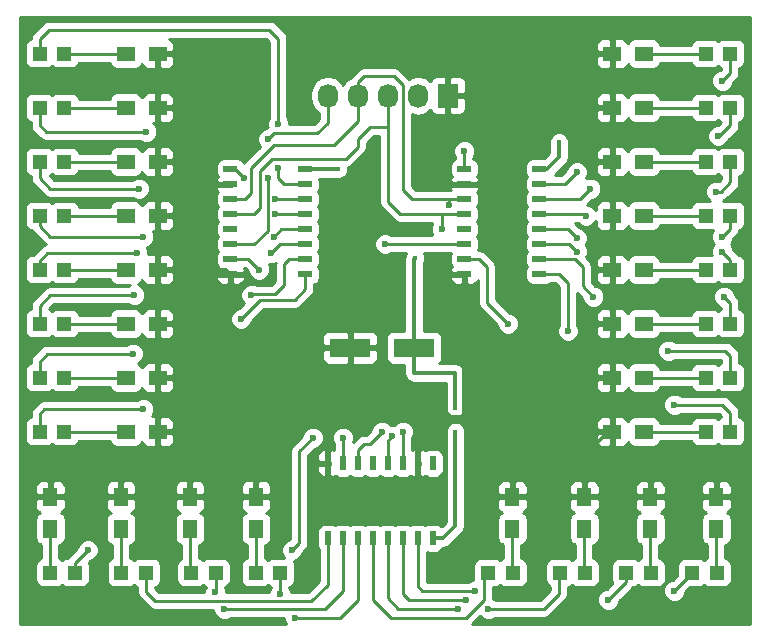
<source format=gtl>
G04 #@! TF.FileFunction,Copper,L1,Top,Signal*
%FSLAX46Y46*%
G04 Gerber Fmt 4.6, Leading zero omitted, Abs format (unit mm)*
G04 Created by KiCad (PCBNEW 4.0.4-stable) date 12/23/16 15:55:29*
%MOMM*%
%LPD*%
G01*
G04 APERTURE LIST*
%ADD10C,0.100000*%
%ADD11R,3.500000X1.600000*%
%ADD12R,1.198880X1.198880*%
%ADD13R,1.727200X2.032000*%
%ADD14O,1.727200X2.032000*%
%ADD15R,1.500000X1.300000*%
%ADD16R,1.143000X0.508000*%
%ADD17R,1.300000X1.500000*%
%ADD18R,0.508000X1.143000*%
%ADD19C,0.400000*%
%ADD20C,0.600000*%
%ADD21C,0.380000*%
%ADD22C,0.250000*%
%ADD23C,0.254000*%
G04 APERTURE END LIST*
D10*
D11*
X122776000Y-117348000D03*
X128176000Y-117348000D03*
D12*
X98585020Y-124460000D03*
X96486980Y-124460000D03*
X98585020Y-119888000D03*
X96486980Y-119888000D03*
X98585020Y-115316000D03*
X96486980Y-115316000D03*
X98585020Y-110744000D03*
X96486980Y-110744000D03*
X98585020Y-106172000D03*
X96486980Y-106172000D03*
X98585020Y-101600000D03*
X96486980Y-101600000D03*
X98585020Y-97028000D03*
X96486980Y-97028000D03*
X98585020Y-92456000D03*
X96486980Y-92456000D03*
X152874980Y-124460000D03*
X154973020Y-124460000D03*
X152874980Y-119888000D03*
X154973020Y-119888000D03*
X152874980Y-115316000D03*
X154973020Y-115316000D03*
X152874980Y-110744000D03*
X154973020Y-110744000D03*
X152874980Y-106172000D03*
X154973020Y-106172000D03*
X152874980Y-101600000D03*
X154973020Y-101600000D03*
X152874980Y-97028000D03*
X154973020Y-97028000D03*
X152874980Y-92456000D03*
X154973020Y-92456000D03*
D13*
X131064000Y-96012000D03*
D14*
X128524000Y-96012000D03*
X125984000Y-96012000D03*
X123444000Y-96012000D03*
X120904000Y-96012000D03*
D15*
X106506000Y-124460000D03*
X103806000Y-124460000D03*
X106506000Y-119888000D03*
X103806000Y-119888000D03*
X106506000Y-115316000D03*
X103806000Y-115316000D03*
X106506000Y-110744000D03*
X103806000Y-110744000D03*
X106506000Y-106172000D03*
X103806000Y-106172000D03*
X106506000Y-101600000D03*
X103806000Y-101600000D03*
X106506000Y-97028000D03*
X103806000Y-97028000D03*
X106506000Y-92456000D03*
X103806000Y-92456000D03*
X144954000Y-124460000D03*
X147654000Y-124460000D03*
X144954000Y-119888000D03*
X147654000Y-119888000D03*
X144954000Y-115316000D03*
X147654000Y-115316000D03*
X144954000Y-110744000D03*
X147654000Y-110744000D03*
X144954000Y-106172000D03*
X147654000Y-106172000D03*
X144954000Y-101600000D03*
X147654000Y-101600000D03*
X144954000Y-97028000D03*
X147654000Y-97028000D03*
X144954000Y-92456000D03*
X147654000Y-92456000D03*
D16*
X112649000Y-111125000D03*
X112649000Y-108585000D03*
X112649000Y-107315000D03*
X112649000Y-106045000D03*
X112649000Y-104775000D03*
X112649000Y-103505000D03*
X112649000Y-102235000D03*
X118999000Y-102235000D03*
X118999000Y-103505000D03*
X118999000Y-104775000D03*
X118999000Y-106045000D03*
X118999000Y-107315000D03*
X118999000Y-108585000D03*
X118999000Y-109855000D03*
X118999000Y-111125000D03*
X112649000Y-109855000D03*
X132461000Y-111125000D03*
X132461000Y-108585000D03*
X132461000Y-107315000D03*
X132461000Y-106045000D03*
X132461000Y-104775000D03*
X132461000Y-103505000D03*
X132461000Y-102235000D03*
X138811000Y-102235000D03*
X138811000Y-103505000D03*
X138811000Y-104775000D03*
X138811000Y-106045000D03*
X138811000Y-107315000D03*
X138811000Y-108585000D03*
X138811000Y-109855000D03*
X138811000Y-111125000D03*
X132461000Y-109855000D03*
D12*
X97375980Y-136398000D03*
X99474020Y-136398000D03*
X103408480Y-136398000D03*
X105506520Y-136398000D03*
X109313980Y-136398000D03*
X111412020Y-136398000D03*
X114774980Y-136398000D03*
X116873020Y-136398000D03*
X136558020Y-136398000D03*
X134459980Y-136398000D03*
X142654020Y-136398000D03*
X140555980Y-136398000D03*
X148242020Y-136398000D03*
X146143980Y-136398000D03*
X153830020Y-136398000D03*
X151731980Y-136398000D03*
D17*
X97409000Y-129968000D03*
X97409000Y-132668000D03*
X103378000Y-129968000D03*
X103378000Y-132668000D03*
X109220000Y-129968000D03*
X109220000Y-132668000D03*
X114808000Y-129968000D03*
X114808000Y-132668000D03*
X136525000Y-129968000D03*
X136525000Y-132668000D03*
X142621000Y-129968000D03*
X142621000Y-132668000D03*
X148209000Y-129968000D03*
X148209000Y-132668000D03*
X153797000Y-129968000D03*
X153797000Y-132668000D03*
D18*
X120904000Y-127127000D03*
X123444000Y-127127000D03*
X124714000Y-127127000D03*
X125984000Y-127127000D03*
X127254000Y-127127000D03*
X128524000Y-127127000D03*
X129794000Y-127127000D03*
X129794000Y-133477000D03*
X128524000Y-133477000D03*
X127254000Y-133477000D03*
X125984000Y-133477000D03*
X124714000Y-133477000D03*
X123444000Y-133477000D03*
X122174000Y-133477000D03*
X120904000Y-133477000D03*
X122174000Y-127127000D03*
D19*
X131699000Y-124460000D03*
X131699000Y-122428000D03*
X128270000Y-109728000D03*
X140462000Y-99949000D03*
X121793000Y-102235000D03*
D20*
X115062000Y-110744000D03*
X105283000Y-122555000D03*
X113538000Y-114935000D03*
X104394000Y-117856000D03*
X114427000Y-112903000D03*
X104521000Y-112903000D03*
X116078000Y-109347000D03*
X104775000Y-109347000D03*
X116332000Y-107950000D03*
X105283000Y-107950000D03*
X116459000Y-106045000D03*
X104902000Y-103886000D03*
X116459000Y-104775000D03*
X105537000Y-99060000D03*
X116713000Y-102108000D03*
X116713000Y-98425000D03*
X136144000Y-115316000D03*
X150241000Y-122174000D03*
X141224000Y-115951000D03*
X149733000Y-117602000D03*
X143383000Y-113030000D03*
X154432000Y-113030000D03*
X141986000Y-109220000D03*
X154305000Y-109220000D03*
X141986000Y-108077000D03*
X154305000Y-107950000D03*
X142748000Y-106172000D03*
X153797000Y-104140000D03*
X143129000Y-103886000D03*
X153924000Y-99441000D03*
X141986000Y-102489000D03*
X154305000Y-94742000D03*
X126365000Y-124841000D03*
X130556000Y-107315000D03*
X127254000Y-124460000D03*
X131191000Y-105283000D03*
X115824000Y-102997000D03*
X115824000Y-99695000D03*
X113792000Y-102997000D03*
X125730000Y-108585000D03*
X100584000Y-134493000D03*
X117856000Y-134493000D03*
X119634000Y-124968000D03*
X122174000Y-124968000D03*
X111379000Y-138049000D03*
X112141000Y-139446000D03*
X116840000Y-138176000D03*
X118110000Y-140208000D03*
X134493000Y-139446000D03*
X131953000Y-139446000D03*
X144653000Y-138684000D03*
X132588000Y-138684000D03*
X150241000Y-137922000D03*
X133350000Y-137922000D03*
X125476000Y-124460000D03*
X132461000Y-100711000D03*
D21*
X144954000Y-124460000D02*
X144653000Y-124460000D01*
X144653000Y-124460000D02*
X142621000Y-126492000D01*
X142621000Y-126492000D02*
X142621000Y-129968000D01*
X128524000Y-127127000D02*
X128524000Y-123190000D01*
X148209000Y-129968000D02*
X153797000Y-129968000D01*
X142621000Y-129968000D02*
X148209000Y-129968000D01*
X136525000Y-129968000D02*
X142621000Y-129968000D01*
X106506000Y-124460000D02*
X106506000Y-126572000D01*
X109220000Y-128143000D02*
X109220000Y-129968000D01*
X108839000Y-127762000D02*
X109220000Y-128143000D01*
X107696000Y-127762000D02*
X108839000Y-127762000D01*
X106506000Y-126572000D02*
X107696000Y-127762000D01*
X109220000Y-129968000D02*
X114808000Y-129968000D01*
X103378000Y-129968000D02*
X109220000Y-129968000D01*
X97409000Y-129968000D02*
X103378000Y-129968000D01*
X120904000Y-127127000D02*
X120904000Y-124333000D01*
X122047000Y-123190000D02*
X123952000Y-123190000D01*
X120904000Y-124333000D02*
X122047000Y-123190000D01*
X106506000Y-110744000D02*
X112268000Y-110744000D01*
X112268000Y-110744000D02*
X112649000Y-111125000D01*
X106506000Y-119888000D02*
X106506000Y-124460000D01*
X106506000Y-115316000D02*
X106506000Y-119888000D01*
X106506000Y-110744000D02*
X106506000Y-115316000D01*
X106506000Y-106172000D02*
X106506000Y-110744000D01*
X106506000Y-101600000D02*
X106506000Y-106172000D01*
X106506000Y-101600000D02*
X108331000Y-101600000D01*
X109855000Y-103505000D02*
X112649000Y-103505000D01*
X109220000Y-102870000D02*
X109855000Y-103505000D01*
X109220000Y-102489000D02*
X109220000Y-102870000D01*
X108331000Y-101600000D02*
X109220000Y-102489000D01*
X106506000Y-97028000D02*
X106506000Y-101600000D01*
X106506000Y-92456000D02*
X106506000Y-97028000D01*
X122776000Y-117348000D02*
X113792000Y-117348000D01*
X113792000Y-117348000D02*
X112649000Y-116205000D01*
X112649000Y-116205000D02*
X112649000Y-111125000D01*
X122776000Y-117348000D02*
X122776000Y-122014000D01*
X123952000Y-123190000D02*
X128524000Y-123190000D01*
X128524000Y-123190000D02*
X132461000Y-123190000D01*
X122776000Y-122014000D02*
X123952000Y-123190000D01*
X132461000Y-111125000D02*
X132461000Y-123190000D01*
X133731000Y-124460000D02*
X144954000Y-124460000D01*
X132461000Y-123190000D02*
X133731000Y-124460000D01*
X144954000Y-119888000D02*
X144954000Y-124460000D01*
X144954000Y-115316000D02*
X144954000Y-119888000D01*
X144954000Y-110744000D02*
X144954000Y-115316000D01*
X144954000Y-106172000D02*
X144954000Y-110744000D01*
X144954000Y-101600000D02*
X144954000Y-106172000D01*
X144954000Y-97028000D02*
X144954000Y-101600000D01*
X144954000Y-92456000D02*
X144954000Y-97028000D01*
X131064000Y-96012000D02*
X131064000Y-93345000D01*
X131953000Y-92456000D02*
X144954000Y-92456000D01*
X131064000Y-93345000D02*
X131953000Y-92456000D01*
X131064000Y-96012000D02*
X131064000Y-103124000D01*
X131445000Y-103505000D02*
X132461000Y-103505000D01*
X131064000Y-103124000D02*
X131445000Y-103505000D01*
X128176000Y-117348000D02*
X128176000Y-119474000D01*
X130683000Y-133477000D02*
X129794000Y-133477000D01*
X131699000Y-132461000D02*
X130683000Y-133477000D01*
X131699000Y-124460000D02*
X131699000Y-132461000D01*
X131699000Y-119507000D02*
X131699000Y-122428000D01*
X128209000Y-119507000D02*
X131699000Y-119507000D01*
X128176000Y-119474000D02*
X128209000Y-119507000D01*
X128176000Y-117348000D02*
X128176000Y-109822000D01*
X128176000Y-109822000D02*
X128270000Y-109728000D01*
X139446000Y-102235000D02*
X138811000Y-102235000D01*
X140462000Y-101219000D02*
X139446000Y-102235000D01*
X140462000Y-99949000D02*
X140462000Y-101219000D01*
X121793000Y-102235000D02*
X118999000Y-102235000D01*
D22*
X98585020Y-124460000D02*
X103806000Y-124460000D01*
X96486980Y-124460000D02*
X96486980Y-122969020D01*
X114173000Y-109855000D02*
X112649000Y-109855000D01*
X115062000Y-110744000D02*
X114173000Y-109855000D01*
X96901000Y-122555000D02*
X105283000Y-122555000D01*
X96486980Y-122969020D02*
X96901000Y-122555000D01*
X98585020Y-119888000D02*
X103806000Y-119888000D01*
X96486980Y-119888000D02*
X96486980Y-118524020D01*
X118999000Y-112395000D02*
X118999000Y-111125000D01*
X118110000Y-113284000D02*
X118999000Y-112395000D01*
X115189000Y-113284000D02*
X118110000Y-113284000D01*
X113538000Y-114935000D02*
X115189000Y-113284000D01*
X97155000Y-117856000D02*
X104394000Y-117856000D01*
X96486980Y-118524020D02*
X97155000Y-117856000D01*
X98585020Y-115316000D02*
X103806000Y-115316000D01*
X96486980Y-115316000D02*
X96486980Y-113825020D01*
X117602000Y-109855000D02*
X118999000Y-109855000D01*
X117221000Y-110236000D02*
X117602000Y-109855000D01*
X117221000Y-112014000D02*
X117221000Y-110236000D01*
X116401002Y-112833998D02*
X117221000Y-112014000D01*
X114496002Y-112833998D02*
X116401002Y-112833998D01*
X114427000Y-112903000D02*
X114496002Y-112833998D01*
X97409000Y-112903000D02*
X104521000Y-112903000D01*
X96486980Y-113825020D02*
X97409000Y-112903000D01*
X103806000Y-110744000D02*
X98585020Y-110744000D01*
X96486980Y-110744000D02*
X96486980Y-110015020D01*
X116840000Y-108585000D02*
X118999000Y-108585000D01*
X116078000Y-109347000D02*
X116840000Y-108585000D01*
X97155000Y-109347000D02*
X104775000Y-109347000D01*
X96486980Y-110015020D02*
X97155000Y-109347000D01*
X98585020Y-106172000D02*
X103806000Y-106172000D01*
X96486980Y-106172000D02*
X96486980Y-107027980D01*
X116967000Y-107315000D02*
X118999000Y-107315000D01*
X116332000Y-107950000D02*
X116967000Y-107315000D01*
X97409000Y-107950000D02*
X105283000Y-107950000D01*
X96486980Y-107027980D02*
X97409000Y-107950000D01*
X103806000Y-101600000D02*
X98585020Y-101600000D01*
X96486980Y-101600000D02*
X96486980Y-102963980D01*
X116459000Y-106045000D02*
X118999000Y-106045000D01*
X97409000Y-103886000D02*
X104902000Y-103886000D01*
X96486980Y-102963980D02*
X97409000Y-103886000D01*
X98585020Y-97028000D02*
X103806000Y-97028000D01*
X96486980Y-97028000D02*
X96486980Y-98518980D01*
X116459000Y-104775000D02*
X118999000Y-104775000D01*
X97028000Y-99060000D02*
X105537000Y-99060000D01*
X96486980Y-98518980D02*
X97028000Y-99060000D01*
X103806000Y-92456000D02*
X98585020Y-92456000D01*
X96486980Y-92456000D02*
X96486980Y-91219020D01*
X117221000Y-103505000D02*
X118999000Y-103505000D01*
X116713000Y-102997000D02*
X117221000Y-103505000D01*
X116713000Y-102108000D02*
X116713000Y-102997000D01*
X116713000Y-91186000D02*
X116713000Y-98425000D01*
X115951000Y-90424000D02*
X116713000Y-91186000D01*
X97282000Y-90424000D02*
X115951000Y-90424000D01*
X96486980Y-91219020D02*
X97282000Y-90424000D01*
X147654000Y-124460000D02*
X152874980Y-124460000D01*
X154973020Y-124460000D02*
X154973020Y-122842020D01*
X133731000Y-109855000D02*
X132461000Y-109855000D01*
X134366000Y-110490000D02*
X133731000Y-109855000D01*
X134366000Y-113538000D02*
X134366000Y-110490000D01*
X136144000Y-115316000D02*
X134366000Y-113538000D01*
X154305000Y-122174000D02*
X150241000Y-122174000D01*
X154973020Y-122842020D02*
X154305000Y-122174000D01*
X147654000Y-119888000D02*
X152874980Y-119888000D01*
X154973020Y-119888000D02*
X154973020Y-118016020D01*
X140462000Y-111125000D02*
X138811000Y-111125000D01*
X141224000Y-111887000D02*
X140462000Y-111125000D01*
X141224000Y-115951000D02*
X141224000Y-111887000D01*
X154559000Y-117602000D02*
X149733000Y-117602000D01*
X154973020Y-118016020D02*
X154559000Y-117602000D01*
X147654000Y-115316000D02*
X152874980Y-115316000D01*
X154973020Y-115316000D02*
X154973020Y-113571020D01*
X141859000Y-109855000D02*
X138811000Y-109855000D01*
X142494000Y-110490000D02*
X141859000Y-109855000D01*
X142494000Y-112141000D02*
X142494000Y-110490000D01*
X143383000Y-113030000D02*
X142494000Y-112141000D01*
X154973020Y-113571020D02*
X154432000Y-113030000D01*
X147654000Y-110744000D02*
X152874980Y-110744000D01*
X154973020Y-110744000D02*
X154973020Y-109888020D01*
X141351000Y-108585000D02*
X138811000Y-108585000D01*
X141986000Y-109220000D02*
X141351000Y-108585000D01*
X154973020Y-109888020D02*
X154305000Y-109220000D01*
X147654000Y-106172000D02*
X152874980Y-106172000D01*
X154973020Y-106172000D02*
X154973020Y-107281980D01*
X141224000Y-107315000D02*
X138811000Y-107315000D01*
X141986000Y-108077000D02*
X141224000Y-107315000D01*
X154973020Y-107281980D02*
X154305000Y-107950000D01*
X147654000Y-101600000D02*
X152874980Y-101600000D01*
X154973020Y-101600000D02*
X154973020Y-103344980D01*
X142621000Y-106045000D02*
X138811000Y-106045000D01*
X142748000Y-106172000D02*
X142621000Y-106045000D01*
X154178000Y-104140000D02*
X153797000Y-104140000D01*
X154973020Y-103344980D02*
X154178000Y-104140000D01*
X147654000Y-97028000D02*
X152874980Y-97028000D01*
X154973020Y-97028000D02*
X154973020Y-98518980D01*
X142240000Y-104775000D02*
X138811000Y-104775000D01*
X143129000Y-103886000D02*
X142240000Y-104775000D01*
X154051000Y-99441000D02*
X153924000Y-99441000D01*
X154973020Y-98518980D02*
X154051000Y-99441000D01*
X147654000Y-92456000D02*
X152874980Y-92456000D01*
X154973020Y-92456000D02*
X154973020Y-94073980D01*
X140970000Y-103505000D02*
X138811000Y-103505000D01*
X141986000Y-102489000D02*
X140970000Y-103505000D01*
X154973020Y-94073980D02*
X154305000Y-94742000D01*
X130556000Y-106045000D02*
X130556000Y-107315000D01*
X125984000Y-125222000D02*
X125984000Y-127127000D01*
X126365000Y-124841000D02*
X125984000Y-125222000D01*
X125984000Y-98679000D02*
X124460000Y-98679000D01*
X114681000Y-106045000D02*
X112649000Y-106045000D01*
X115189000Y-105537000D02*
X114681000Y-106045000D01*
X115189000Y-102362000D02*
X115189000Y-105537000D01*
X116205000Y-101346000D02*
X115189000Y-102362000D01*
X122428000Y-101346000D02*
X116205000Y-101346000D01*
X123444000Y-100330000D02*
X122428000Y-101346000D01*
X123444000Y-99695000D02*
X123444000Y-100330000D01*
X124460000Y-98679000D02*
X123444000Y-99695000D01*
X125984000Y-96012000D02*
X125984000Y-98679000D01*
X125984000Y-98679000D02*
X125984000Y-105029000D01*
X127000000Y-106045000D02*
X130556000Y-106045000D01*
X130556000Y-106045000D02*
X132461000Y-106045000D01*
X125984000Y-105029000D02*
X127000000Y-106045000D01*
X131191000Y-104775000D02*
X131191000Y-105283000D01*
X127254000Y-124460000D02*
X127254000Y-127127000D01*
X123444000Y-96012000D02*
X123444000Y-98171000D01*
X113919000Y-104775000D02*
X112649000Y-104775000D01*
X114427000Y-104267000D02*
X113919000Y-104775000D01*
X114427000Y-102108000D02*
X114427000Y-104267000D01*
X116332000Y-100203000D02*
X114427000Y-102108000D01*
X121412000Y-100203000D02*
X116332000Y-100203000D01*
X123444000Y-98171000D02*
X121412000Y-100203000D01*
X123444000Y-96012000D02*
X123444000Y-94869000D01*
X128016000Y-104775000D02*
X131191000Y-104775000D01*
X131191000Y-104775000D02*
X132461000Y-104775000D01*
X127254000Y-104013000D02*
X128016000Y-104775000D01*
X127254000Y-95123000D02*
X127254000Y-104013000D01*
X126492000Y-94361000D02*
X127254000Y-95123000D01*
X123952000Y-94361000D02*
X126492000Y-94361000D01*
X123444000Y-94869000D02*
X123952000Y-94361000D01*
X120904000Y-96012000D02*
X120904000Y-98298000D01*
X114681000Y-108585000D02*
X112649000Y-108585000D01*
X115824000Y-107442000D02*
X114681000Y-108585000D01*
X115824000Y-102997000D02*
X115824000Y-107442000D01*
X116332000Y-99187000D02*
X115824000Y-99695000D01*
X120015000Y-99187000D02*
X116332000Y-99187000D01*
X120904000Y-98298000D02*
X120015000Y-99187000D01*
X112649000Y-102235000D02*
X113030000Y-102235000D01*
X113030000Y-102235000D02*
X113792000Y-102997000D01*
X125730000Y-108585000D02*
X132461000Y-108585000D01*
X97409000Y-132668000D02*
X97409000Y-136364980D01*
X97409000Y-136364980D02*
X97375980Y-136398000D01*
X122174000Y-127127000D02*
X122174000Y-124968000D01*
X99474020Y-135602980D02*
X99474020Y-136398000D01*
X100584000Y-134493000D02*
X99474020Y-135602980D01*
X118491000Y-133858000D02*
X117856000Y-134493000D01*
X118491000Y-126111000D02*
X118491000Y-133858000D01*
X119634000Y-124968000D02*
X118491000Y-126111000D01*
X103378000Y-132668000D02*
X103378000Y-136367520D01*
X103378000Y-136367520D02*
X103408480Y-136398000D01*
X120904000Y-133477000D02*
X120904000Y-137414000D01*
X105506520Y-138018520D02*
X105506520Y-136398000D01*
X106299000Y-138811000D02*
X105506520Y-138018520D01*
X119507000Y-138811000D02*
X106299000Y-138811000D01*
X120904000Y-137414000D02*
X119507000Y-138811000D01*
X109220000Y-132668000D02*
X109220000Y-136304020D01*
X109220000Y-136304020D02*
X109313980Y-136398000D01*
X122174000Y-133477000D02*
X122174000Y-137922000D01*
X111412020Y-138015980D02*
X111412020Y-136398000D01*
X111379000Y-138049000D02*
X111412020Y-138015980D01*
X120650000Y-139446000D02*
X112141000Y-139446000D01*
X122174000Y-137922000D02*
X120650000Y-139446000D01*
X114808000Y-132668000D02*
X114808000Y-136364980D01*
X114808000Y-136364980D02*
X114774980Y-136398000D01*
X123444000Y-133477000D02*
X123444000Y-138684000D01*
X116873020Y-138142980D02*
X116873020Y-136398000D01*
X116840000Y-138176000D02*
X116873020Y-138142980D01*
X121920000Y-140208000D02*
X118110000Y-140208000D01*
X123444000Y-138684000D02*
X121920000Y-140208000D01*
X136525000Y-132668000D02*
X136525000Y-136364980D01*
X136525000Y-136364980D02*
X136558020Y-136398000D01*
X124714000Y-133477000D02*
X124714000Y-138684000D01*
X134112000Y-138684000D02*
X134112000Y-136745980D01*
X132588000Y-140208000D02*
X134112000Y-138684000D01*
X126238000Y-140208000D02*
X132588000Y-140208000D01*
X124714000Y-138684000D02*
X126238000Y-140208000D01*
X134112000Y-136745980D02*
X134459980Y-136398000D01*
X142621000Y-132668000D02*
X142621000Y-136364980D01*
X142621000Y-136364980D02*
X142654020Y-136398000D01*
X125984000Y-133477000D02*
X125984000Y-138557000D01*
X140462000Y-138176000D02*
X140462000Y-136491980D01*
X139192000Y-139446000D02*
X140462000Y-138176000D01*
X134493000Y-139446000D02*
X139192000Y-139446000D01*
X126873000Y-139446000D02*
X131953000Y-139446000D01*
X125984000Y-138557000D02*
X126873000Y-139446000D01*
X140462000Y-136491980D02*
X140555980Y-136398000D01*
X148209000Y-132668000D02*
X148209000Y-136364980D01*
X148209000Y-136364980D02*
X148242020Y-136398000D01*
X127254000Y-133477000D02*
X127254000Y-138176000D01*
X146143980Y-137193020D02*
X146143980Y-136398000D01*
X144653000Y-138684000D02*
X146143980Y-137193020D01*
X127762000Y-138684000D02*
X132588000Y-138684000D01*
X127254000Y-138176000D02*
X127762000Y-138684000D01*
X153797000Y-132668000D02*
X153797000Y-136364980D01*
X153797000Y-136364980D02*
X153830020Y-136398000D01*
X128524000Y-133477000D02*
X128524000Y-137541000D01*
X150241000Y-137922000D02*
X151731980Y-136431020D01*
X128905000Y-137922000D02*
X133350000Y-137922000D01*
X128524000Y-137541000D02*
X128905000Y-137922000D01*
X151731980Y-136431020D02*
X151731980Y-136398000D01*
X132461000Y-102235000D02*
X132461000Y-100711000D01*
X123444000Y-125984000D02*
X123444000Y-127127000D01*
X123952000Y-125476000D02*
X123444000Y-125984000D01*
X124460000Y-125476000D02*
X123952000Y-125476000D01*
X125476000Y-124460000D02*
X124460000Y-125476000D01*
D23*
G36*
X156643000Y-140768000D02*
X133091579Y-140768000D01*
X133125401Y-140745401D01*
X133797785Y-140073017D01*
X133962673Y-140238192D01*
X134306201Y-140380838D01*
X134678167Y-140381162D01*
X135021943Y-140239117D01*
X135055118Y-140206000D01*
X139192000Y-140206000D01*
X139482839Y-140148148D01*
X139729401Y-139983401D01*
X140843635Y-138869167D01*
X143717838Y-138869167D01*
X143859883Y-139212943D01*
X144122673Y-139476192D01*
X144466201Y-139618838D01*
X144838167Y-139619162D01*
X145181943Y-139477117D01*
X145445192Y-139214327D01*
X145587838Y-138870799D01*
X145587879Y-138823923D01*
X146304635Y-138107167D01*
X149305838Y-138107167D01*
X149447883Y-138450943D01*
X149710673Y-138714192D01*
X150054201Y-138856838D01*
X150426167Y-138857162D01*
X150769943Y-138715117D01*
X151033192Y-138452327D01*
X151175838Y-138108799D01*
X151175879Y-138061923D01*
X151592922Y-137644880D01*
X152331420Y-137644880D01*
X152566737Y-137600602D01*
X152782861Y-137461530D01*
X152783543Y-137460533D01*
X152978690Y-137593871D01*
X153230580Y-137644880D01*
X154429460Y-137644880D01*
X154664777Y-137600602D01*
X154880901Y-137461530D01*
X155025891Y-137249330D01*
X155076900Y-136997440D01*
X155076900Y-135798560D01*
X155032622Y-135563243D01*
X154893550Y-135347119D01*
X154681350Y-135202129D01*
X154557000Y-135176947D01*
X154557000Y-134044742D01*
X154682317Y-134021162D01*
X154898441Y-133882090D01*
X155043431Y-133669890D01*
X155094440Y-133418000D01*
X155094440Y-131918000D01*
X155050162Y-131682683D01*
X154911090Y-131466559D01*
X154698890Y-131321569D01*
X154665510Y-131314809D01*
X154806699Y-131256327D01*
X154985327Y-131077698D01*
X155082000Y-130844309D01*
X155082000Y-130253750D01*
X154923250Y-130095000D01*
X153924000Y-130095000D01*
X153924000Y-130115000D01*
X153670000Y-130115000D01*
X153670000Y-130095000D01*
X152670750Y-130095000D01*
X152512000Y-130253750D01*
X152512000Y-130844309D01*
X152608673Y-131077698D01*
X152787301Y-131256327D01*
X152923287Y-131312654D01*
X152911683Y-131314838D01*
X152695559Y-131453910D01*
X152550569Y-131666110D01*
X152499560Y-131918000D01*
X152499560Y-133418000D01*
X152543838Y-133653317D01*
X152682910Y-133869441D01*
X152895110Y-134014431D01*
X153037000Y-134043164D01*
X153037000Y-135187545D01*
X152995263Y-135195398D01*
X152779139Y-135334470D01*
X152778457Y-135335467D01*
X152583310Y-135202129D01*
X152331420Y-135151120D01*
X151132540Y-135151120D01*
X150897223Y-135195398D01*
X150681099Y-135334470D01*
X150536109Y-135546670D01*
X150485100Y-135798560D01*
X150485100Y-136603098D01*
X150101320Y-136986878D01*
X150055833Y-136986838D01*
X149712057Y-137128883D01*
X149448808Y-137391673D01*
X149306162Y-137735201D01*
X149305838Y-138107167D01*
X146304635Y-138107167D01*
X146681381Y-137730421D01*
X146738538Y-137644880D01*
X146743420Y-137644880D01*
X146978737Y-137600602D01*
X147194861Y-137461530D01*
X147195543Y-137460533D01*
X147390690Y-137593871D01*
X147642580Y-137644880D01*
X148841460Y-137644880D01*
X149076777Y-137600602D01*
X149292901Y-137461530D01*
X149437891Y-137249330D01*
X149488900Y-136997440D01*
X149488900Y-135798560D01*
X149444622Y-135563243D01*
X149305550Y-135347119D01*
X149093350Y-135202129D01*
X148969000Y-135176947D01*
X148969000Y-134044742D01*
X149094317Y-134021162D01*
X149310441Y-133882090D01*
X149455431Y-133669890D01*
X149506440Y-133418000D01*
X149506440Y-131918000D01*
X149462162Y-131682683D01*
X149323090Y-131466559D01*
X149110890Y-131321569D01*
X149077510Y-131314809D01*
X149218699Y-131256327D01*
X149397327Y-131077698D01*
X149494000Y-130844309D01*
X149494000Y-130253750D01*
X149335250Y-130095000D01*
X148336000Y-130095000D01*
X148336000Y-130115000D01*
X148082000Y-130115000D01*
X148082000Y-130095000D01*
X147082750Y-130095000D01*
X146924000Y-130253750D01*
X146924000Y-130844309D01*
X147020673Y-131077698D01*
X147199301Y-131256327D01*
X147335287Y-131312654D01*
X147323683Y-131314838D01*
X147107559Y-131453910D01*
X146962569Y-131666110D01*
X146911560Y-131918000D01*
X146911560Y-133418000D01*
X146955838Y-133653317D01*
X147094910Y-133869441D01*
X147307110Y-134014431D01*
X147449000Y-134043164D01*
X147449000Y-135187545D01*
X147407263Y-135195398D01*
X147191139Y-135334470D01*
X147190457Y-135335467D01*
X146995310Y-135202129D01*
X146743420Y-135151120D01*
X145544540Y-135151120D01*
X145309223Y-135195398D01*
X145093099Y-135334470D01*
X144948109Y-135546670D01*
X144897100Y-135798560D01*
X144897100Y-136997440D01*
X144941378Y-137232757D01*
X144975858Y-137286340D01*
X144513320Y-137748878D01*
X144467833Y-137748838D01*
X144124057Y-137890883D01*
X143860808Y-138153673D01*
X143718162Y-138497201D01*
X143717838Y-138869167D01*
X140843635Y-138869167D01*
X140999401Y-138713401D01*
X141164148Y-138466840D01*
X141222000Y-138176000D01*
X141222000Y-137632352D01*
X141390737Y-137600602D01*
X141606861Y-137461530D01*
X141607543Y-137460533D01*
X141802690Y-137593871D01*
X142054580Y-137644880D01*
X143253460Y-137644880D01*
X143488777Y-137600602D01*
X143704901Y-137461530D01*
X143849891Y-137249330D01*
X143900900Y-136997440D01*
X143900900Y-135798560D01*
X143856622Y-135563243D01*
X143717550Y-135347119D01*
X143505350Y-135202129D01*
X143381000Y-135176947D01*
X143381000Y-134044742D01*
X143506317Y-134021162D01*
X143722441Y-133882090D01*
X143867431Y-133669890D01*
X143918440Y-133418000D01*
X143918440Y-131918000D01*
X143874162Y-131682683D01*
X143735090Y-131466559D01*
X143522890Y-131321569D01*
X143489510Y-131314809D01*
X143630699Y-131256327D01*
X143809327Y-131077698D01*
X143906000Y-130844309D01*
X143906000Y-130253750D01*
X143747250Y-130095000D01*
X142748000Y-130095000D01*
X142748000Y-130115000D01*
X142494000Y-130115000D01*
X142494000Y-130095000D01*
X141494750Y-130095000D01*
X141336000Y-130253750D01*
X141336000Y-130844309D01*
X141432673Y-131077698D01*
X141611301Y-131256327D01*
X141747287Y-131312654D01*
X141735683Y-131314838D01*
X141519559Y-131453910D01*
X141374569Y-131666110D01*
X141323560Y-131918000D01*
X141323560Y-133418000D01*
X141367838Y-133653317D01*
X141506910Y-133869441D01*
X141719110Y-134014431D01*
X141861000Y-134043164D01*
X141861000Y-135187545D01*
X141819263Y-135195398D01*
X141603139Y-135334470D01*
X141602457Y-135335467D01*
X141407310Y-135202129D01*
X141155420Y-135151120D01*
X139956540Y-135151120D01*
X139721223Y-135195398D01*
X139505099Y-135334470D01*
X139360109Y-135546670D01*
X139309100Y-135798560D01*
X139309100Y-136997440D01*
X139353378Y-137232757D01*
X139492450Y-137448881D01*
X139702000Y-137592060D01*
X139702000Y-137861198D01*
X138877198Y-138686000D01*
X135055463Y-138686000D01*
X135023327Y-138653808D01*
X134872000Y-138590971D01*
X134872000Y-137644880D01*
X135059420Y-137644880D01*
X135294737Y-137600602D01*
X135510861Y-137461530D01*
X135511543Y-137460533D01*
X135706690Y-137593871D01*
X135958580Y-137644880D01*
X137157460Y-137644880D01*
X137392777Y-137600602D01*
X137608901Y-137461530D01*
X137753891Y-137249330D01*
X137804900Y-136997440D01*
X137804900Y-135798560D01*
X137760622Y-135563243D01*
X137621550Y-135347119D01*
X137409350Y-135202129D01*
X137285000Y-135176947D01*
X137285000Y-134044742D01*
X137410317Y-134021162D01*
X137626441Y-133882090D01*
X137771431Y-133669890D01*
X137822440Y-133418000D01*
X137822440Y-131918000D01*
X137778162Y-131682683D01*
X137639090Y-131466559D01*
X137426890Y-131321569D01*
X137393510Y-131314809D01*
X137534699Y-131256327D01*
X137713327Y-131077698D01*
X137810000Y-130844309D01*
X137810000Y-130253750D01*
X137651250Y-130095000D01*
X136652000Y-130095000D01*
X136652000Y-130115000D01*
X136398000Y-130115000D01*
X136398000Y-130095000D01*
X135398750Y-130095000D01*
X135240000Y-130253750D01*
X135240000Y-130844309D01*
X135336673Y-131077698D01*
X135515301Y-131256327D01*
X135651287Y-131312654D01*
X135639683Y-131314838D01*
X135423559Y-131453910D01*
X135278569Y-131666110D01*
X135227560Y-131918000D01*
X135227560Y-133418000D01*
X135271838Y-133653317D01*
X135410910Y-133869441D01*
X135623110Y-134014431D01*
X135765000Y-134043164D01*
X135765000Y-135187545D01*
X135723263Y-135195398D01*
X135507139Y-135334470D01*
X135506457Y-135335467D01*
X135311310Y-135202129D01*
X135059420Y-135151120D01*
X133860540Y-135151120D01*
X133625223Y-135195398D01*
X133409099Y-135334470D01*
X133264109Y-135546670D01*
X133213100Y-135798560D01*
X133213100Y-136986880D01*
X133164833Y-136986838D01*
X132821057Y-137128883D01*
X132787882Y-137162000D01*
X129284000Y-137162000D01*
X129284000Y-134642123D01*
X129288110Y-134644931D01*
X129540000Y-134695940D01*
X130048000Y-134695940D01*
X130283317Y-134651662D01*
X130499441Y-134512590D01*
X130643331Y-134302000D01*
X130683000Y-134302000D01*
X130998714Y-134239201D01*
X131266363Y-134060363D01*
X132282363Y-133044363D01*
X132461201Y-132776714D01*
X132524000Y-132461000D01*
X132524000Y-129091691D01*
X135240000Y-129091691D01*
X135240000Y-129682250D01*
X135398750Y-129841000D01*
X136398000Y-129841000D01*
X136398000Y-128741750D01*
X136652000Y-128741750D01*
X136652000Y-129841000D01*
X137651250Y-129841000D01*
X137810000Y-129682250D01*
X137810000Y-129091691D01*
X141336000Y-129091691D01*
X141336000Y-129682250D01*
X141494750Y-129841000D01*
X142494000Y-129841000D01*
X142494000Y-128741750D01*
X142748000Y-128741750D01*
X142748000Y-129841000D01*
X143747250Y-129841000D01*
X143906000Y-129682250D01*
X143906000Y-129091691D01*
X146924000Y-129091691D01*
X146924000Y-129682250D01*
X147082750Y-129841000D01*
X148082000Y-129841000D01*
X148082000Y-128741750D01*
X148336000Y-128741750D01*
X148336000Y-129841000D01*
X149335250Y-129841000D01*
X149494000Y-129682250D01*
X149494000Y-129091691D01*
X152512000Y-129091691D01*
X152512000Y-129682250D01*
X152670750Y-129841000D01*
X153670000Y-129841000D01*
X153670000Y-128741750D01*
X153924000Y-128741750D01*
X153924000Y-129841000D01*
X154923250Y-129841000D01*
X155082000Y-129682250D01*
X155082000Y-129091691D01*
X154985327Y-128858302D01*
X154806699Y-128679673D01*
X154573310Y-128583000D01*
X154082750Y-128583000D01*
X153924000Y-128741750D01*
X153670000Y-128741750D01*
X153511250Y-128583000D01*
X153020690Y-128583000D01*
X152787301Y-128679673D01*
X152608673Y-128858302D01*
X152512000Y-129091691D01*
X149494000Y-129091691D01*
X149397327Y-128858302D01*
X149218699Y-128679673D01*
X148985310Y-128583000D01*
X148494750Y-128583000D01*
X148336000Y-128741750D01*
X148082000Y-128741750D01*
X147923250Y-128583000D01*
X147432690Y-128583000D01*
X147199301Y-128679673D01*
X147020673Y-128858302D01*
X146924000Y-129091691D01*
X143906000Y-129091691D01*
X143809327Y-128858302D01*
X143630699Y-128679673D01*
X143397310Y-128583000D01*
X142906750Y-128583000D01*
X142748000Y-128741750D01*
X142494000Y-128741750D01*
X142335250Y-128583000D01*
X141844690Y-128583000D01*
X141611301Y-128679673D01*
X141432673Y-128858302D01*
X141336000Y-129091691D01*
X137810000Y-129091691D01*
X137713327Y-128858302D01*
X137534699Y-128679673D01*
X137301310Y-128583000D01*
X136810750Y-128583000D01*
X136652000Y-128741750D01*
X136398000Y-128741750D01*
X136239250Y-128583000D01*
X135748690Y-128583000D01*
X135515301Y-128679673D01*
X135336673Y-128858302D01*
X135240000Y-129091691D01*
X132524000Y-129091691D01*
X132524000Y-124745750D01*
X143569000Y-124745750D01*
X143569000Y-125236310D01*
X143665673Y-125469699D01*
X143844302Y-125648327D01*
X144077691Y-125745000D01*
X144668250Y-125745000D01*
X144827000Y-125586250D01*
X144827000Y-124587000D01*
X143727750Y-124587000D01*
X143569000Y-124745750D01*
X132524000Y-124745750D01*
X132524000Y-124650554D01*
X132533855Y-124626821D01*
X132534145Y-124294637D01*
X132407292Y-123987628D01*
X132172607Y-123752534D01*
X132006813Y-123683690D01*
X143569000Y-123683690D01*
X143569000Y-124174250D01*
X143727750Y-124333000D01*
X144827000Y-124333000D01*
X144827000Y-123333750D01*
X145081000Y-123333750D01*
X145081000Y-124333000D01*
X145101000Y-124333000D01*
X145101000Y-124587000D01*
X145081000Y-124587000D01*
X145081000Y-125586250D01*
X145239750Y-125745000D01*
X145830309Y-125745000D01*
X146063698Y-125648327D01*
X146242327Y-125469699D01*
X146298654Y-125333713D01*
X146300838Y-125345317D01*
X146439910Y-125561441D01*
X146652110Y-125706431D01*
X146904000Y-125757440D01*
X148404000Y-125757440D01*
X148639317Y-125713162D01*
X148855441Y-125574090D01*
X149000431Y-125361890D01*
X149029164Y-125220000D01*
X151658311Y-125220000D01*
X151672378Y-125294757D01*
X151811450Y-125510881D01*
X152023650Y-125655871D01*
X152275540Y-125706880D01*
X153474420Y-125706880D01*
X153709737Y-125662602D01*
X153925861Y-125523530D01*
X153926543Y-125522533D01*
X154121690Y-125655871D01*
X154373580Y-125706880D01*
X155572460Y-125706880D01*
X155807777Y-125662602D01*
X156023901Y-125523530D01*
X156168891Y-125311330D01*
X156219900Y-125059440D01*
X156219900Y-123860560D01*
X156175622Y-123625243D01*
X156036550Y-123409119D01*
X155824350Y-123264129D01*
X155733020Y-123245634D01*
X155733020Y-122842020D01*
X155675168Y-122551181D01*
X155510421Y-122304619D01*
X154842401Y-121636599D01*
X154595839Y-121471852D01*
X154305000Y-121414000D01*
X150803463Y-121414000D01*
X150771327Y-121381808D01*
X150427799Y-121239162D01*
X150055833Y-121238838D01*
X149712057Y-121380883D01*
X149448808Y-121643673D01*
X149306162Y-121987201D01*
X149305838Y-122359167D01*
X149447883Y-122702943D01*
X149710673Y-122966192D01*
X150054201Y-123108838D01*
X150426167Y-123109162D01*
X150769943Y-122967117D01*
X150803118Y-122934000D01*
X153990198Y-122934000D01*
X154213020Y-123156822D01*
X154213020Y-123243331D01*
X154138263Y-123257398D01*
X153922139Y-123396470D01*
X153921457Y-123397467D01*
X153726310Y-123264129D01*
X153474420Y-123213120D01*
X152275540Y-123213120D01*
X152040223Y-123257398D01*
X151824099Y-123396470D01*
X151679109Y-123608670D01*
X151660614Y-123700000D01*
X149030742Y-123700000D01*
X149007162Y-123574683D01*
X148868090Y-123358559D01*
X148655890Y-123213569D01*
X148404000Y-123162560D01*
X146904000Y-123162560D01*
X146668683Y-123206838D01*
X146452559Y-123345910D01*
X146307569Y-123558110D01*
X146300809Y-123591490D01*
X146242327Y-123450301D01*
X146063698Y-123271673D01*
X145830309Y-123175000D01*
X145239750Y-123175000D01*
X145081000Y-123333750D01*
X144827000Y-123333750D01*
X144668250Y-123175000D01*
X144077691Y-123175000D01*
X143844302Y-123271673D01*
X143665673Y-123450301D01*
X143569000Y-123683690D01*
X132006813Y-123683690D01*
X131865821Y-123625145D01*
X131533637Y-123624855D01*
X131226628Y-123751708D01*
X130991534Y-123986393D01*
X130864145Y-124293179D01*
X130863855Y-124625363D01*
X130874000Y-124649916D01*
X130874000Y-132119274D01*
X130522710Y-132470564D01*
X130512090Y-132454059D01*
X130299890Y-132309069D01*
X130048000Y-132258060D01*
X129540000Y-132258060D01*
X129304683Y-132302338D01*
X129158093Y-132396666D01*
X129029890Y-132309069D01*
X128778000Y-132258060D01*
X128270000Y-132258060D01*
X128034683Y-132302338D01*
X127888093Y-132396666D01*
X127759890Y-132309069D01*
X127508000Y-132258060D01*
X127000000Y-132258060D01*
X126764683Y-132302338D01*
X126618093Y-132396666D01*
X126489890Y-132309069D01*
X126238000Y-132258060D01*
X125730000Y-132258060D01*
X125494683Y-132302338D01*
X125348093Y-132396666D01*
X125219890Y-132309069D01*
X124968000Y-132258060D01*
X124460000Y-132258060D01*
X124224683Y-132302338D01*
X124078093Y-132396666D01*
X123949890Y-132309069D01*
X123698000Y-132258060D01*
X123190000Y-132258060D01*
X122954683Y-132302338D01*
X122808093Y-132396666D01*
X122679890Y-132309069D01*
X122428000Y-132258060D01*
X121920000Y-132258060D01*
X121684683Y-132302338D01*
X121538093Y-132396666D01*
X121409890Y-132309069D01*
X121158000Y-132258060D01*
X120650000Y-132258060D01*
X120414683Y-132302338D01*
X120198559Y-132441410D01*
X120053569Y-132653610D01*
X120002560Y-132905500D01*
X120002560Y-134048500D01*
X120046838Y-134283817D01*
X120144000Y-134434811D01*
X120144000Y-137099198D01*
X119192198Y-138051000D01*
X117775110Y-138051000D01*
X117775162Y-137990833D01*
X117633117Y-137647057D01*
X117633020Y-137646960D01*
X117633020Y-137614669D01*
X117707777Y-137600602D01*
X117923901Y-137461530D01*
X118068891Y-137249330D01*
X118119900Y-136997440D01*
X118119900Y-135798560D01*
X118075622Y-135563243D01*
X117988670Y-135428116D01*
X118041167Y-135428162D01*
X118384943Y-135286117D01*
X118648192Y-135023327D01*
X118790838Y-134679799D01*
X118790879Y-134632923D01*
X119028401Y-134395401D01*
X119193148Y-134148839D01*
X119251000Y-133858000D01*
X119251000Y-127412750D01*
X120015000Y-127412750D01*
X120015000Y-127824810D01*
X120111673Y-128058199D01*
X120290302Y-128236827D01*
X120523691Y-128333500D01*
X120618250Y-128333500D01*
X120777000Y-128174750D01*
X120777000Y-127254000D01*
X120173750Y-127254000D01*
X120015000Y-127412750D01*
X119251000Y-127412750D01*
X119251000Y-126429190D01*
X120015000Y-126429190D01*
X120015000Y-126841250D01*
X120173750Y-127000000D01*
X120777000Y-127000000D01*
X120777000Y-126079250D01*
X121031000Y-126079250D01*
X121031000Y-127000000D01*
X121051000Y-127000000D01*
X121051000Y-127254000D01*
X121031000Y-127254000D01*
X121031000Y-128174750D01*
X121189750Y-128333500D01*
X121284309Y-128333500D01*
X121517698Y-128236827D01*
X121544235Y-128210291D01*
X121668110Y-128294931D01*
X121920000Y-128345940D01*
X122428000Y-128345940D01*
X122663317Y-128301662D01*
X122809907Y-128207334D01*
X122938110Y-128294931D01*
X123190000Y-128345940D01*
X123698000Y-128345940D01*
X123933317Y-128301662D01*
X124079907Y-128207334D01*
X124208110Y-128294931D01*
X124460000Y-128345940D01*
X124968000Y-128345940D01*
X125203317Y-128301662D01*
X125349907Y-128207334D01*
X125478110Y-128294931D01*
X125730000Y-128345940D01*
X126238000Y-128345940D01*
X126473317Y-128301662D01*
X126619907Y-128207334D01*
X126748110Y-128294931D01*
X127000000Y-128345940D01*
X127508000Y-128345940D01*
X127743317Y-128301662D01*
X127884371Y-128210896D01*
X127910302Y-128236827D01*
X128143691Y-128333500D01*
X128238250Y-128333500D01*
X128397000Y-128174750D01*
X128397000Y-127254000D01*
X128377000Y-127254000D01*
X128377000Y-127000000D01*
X128397000Y-127000000D01*
X128397000Y-126079250D01*
X128651000Y-126079250D01*
X128651000Y-127000000D01*
X128671000Y-127000000D01*
X128671000Y-127254000D01*
X128651000Y-127254000D01*
X128651000Y-128174750D01*
X128809750Y-128333500D01*
X128904309Y-128333500D01*
X129137698Y-128236827D01*
X129164235Y-128210291D01*
X129288110Y-128294931D01*
X129540000Y-128345940D01*
X130048000Y-128345940D01*
X130283317Y-128301662D01*
X130499441Y-128162590D01*
X130644431Y-127950390D01*
X130695440Y-127698500D01*
X130695440Y-126555500D01*
X130651162Y-126320183D01*
X130512090Y-126104059D01*
X130299890Y-125959069D01*
X130048000Y-125908060D01*
X129540000Y-125908060D01*
X129304683Y-125952338D01*
X129163629Y-126043104D01*
X129137698Y-126017173D01*
X128904309Y-125920500D01*
X128809750Y-125920500D01*
X128651000Y-126079250D01*
X128397000Y-126079250D01*
X128238250Y-125920500D01*
X128143691Y-125920500D01*
X128014000Y-125974220D01*
X128014000Y-125022463D01*
X128046192Y-124990327D01*
X128188838Y-124646799D01*
X128189162Y-124274833D01*
X128047117Y-123931057D01*
X127784327Y-123667808D01*
X127440799Y-123525162D01*
X127068833Y-123524838D01*
X126725057Y-123666883D01*
X126485418Y-123906104D01*
X126243998Y-123905894D01*
X126006327Y-123667808D01*
X125662799Y-123525162D01*
X125290833Y-123524838D01*
X124947057Y-123666883D01*
X124683808Y-123929673D01*
X124541162Y-124273201D01*
X124541121Y-124320077D01*
X124145198Y-124716000D01*
X123952000Y-124716000D01*
X123661161Y-124773852D01*
X123647720Y-124782833D01*
X123414599Y-124938599D01*
X123045241Y-125307957D01*
X123108838Y-125154799D01*
X123109162Y-124782833D01*
X122967117Y-124439057D01*
X122704327Y-124175808D01*
X122360799Y-124033162D01*
X121988833Y-124032838D01*
X121645057Y-124174883D01*
X121381808Y-124437673D01*
X121239162Y-124781201D01*
X121238838Y-125153167D01*
X121380883Y-125496943D01*
X121414000Y-125530118D01*
X121414000Y-125974220D01*
X121284309Y-125920500D01*
X121189750Y-125920500D01*
X121031000Y-126079250D01*
X120777000Y-126079250D01*
X120618250Y-125920500D01*
X120523691Y-125920500D01*
X120290302Y-126017173D01*
X120111673Y-126195801D01*
X120015000Y-126429190D01*
X119251000Y-126429190D01*
X119251000Y-126425802D01*
X119773680Y-125903122D01*
X119819167Y-125903162D01*
X120162943Y-125761117D01*
X120426192Y-125498327D01*
X120568838Y-125154799D01*
X120569162Y-124782833D01*
X120427117Y-124439057D01*
X120164327Y-124175808D01*
X119820799Y-124033162D01*
X119448833Y-124032838D01*
X119105057Y-124174883D01*
X118841808Y-124437673D01*
X118699162Y-124781201D01*
X118699121Y-124828077D01*
X117953599Y-125573599D01*
X117788852Y-125820161D01*
X117731000Y-126111000D01*
X117731000Y-133543198D01*
X117716320Y-133557878D01*
X117670833Y-133557838D01*
X117327057Y-133699883D01*
X117063808Y-133962673D01*
X116921162Y-134306201D01*
X116920838Y-134678167D01*
X117062883Y-135021943D01*
X117191835Y-135151120D01*
X116273580Y-135151120D01*
X116038263Y-135195398D01*
X115822139Y-135334470D01*
X115821457Y-135335467D01*
X115626310Y-135202129D01*
X115568000Y-135190321D01*
X115568000Y-134044742D01*
X115693317Y-134021162D01*
X115909441Y-133882090D01*
X116054431Y-133669890D01*
X116105440Y-133418000D01*
X116105440Y-131918000D01*
X116061162Y-131682683D01*
X115922090Y-131466559D01*
X115709890Y-131321569D01*
X115676510Y-131314809D01*
X115817699Y-131256327D01*
X115996327Y-131077698D01*
X116093000Y-130844309D01*
X116093000Y-130253750D01*
X115934250Y-130095000D01*
X114935000Y-130095000D01*
X114935000Y-130115000D01*
X114681000Y-130115000D01*
X114681000Y-130095000D01*
X113681750Y-130095000D01*
X113523000Y-130253750D01*
X113523000Y-130844309D01*
X113619673Y-131077698D01*
X113798301Y-131256327D01*
X113934287Y-131312654D01*
X113922683Y-131314838D01*
X113706559Y-131453910D01*
X113561569Y-131666110D01*
X113510560Y-131918000D01*
X113510560Y-133418000D01*
X113554838Y-133653317D01*
X113693910Y-133869441D01*
X113906110Y-134014431D01*
X114048000Y-134043164D01*
X114048000Y-135175118D01*
X113940223Y-135195398D01*
X113724099Y-135334470D01*
X113579109Y-135546670D01*
X113528100Y-135798560D01*
X113528100Y-136997440D01*
X113572378Y-137232757D01*
X113711450Y-137448881D01*
X113923650Y-137593871D01*
X114175540Y-137644880D01*
X115374420Y-137644880D01*
X115609737Y-137600602D01*
X115825861Y-137461530D01*
X115826543Y-137460533D01*
X116021690Y-137593871D01*
X116086544Y-137607004D01*
X116047808Y-137645673D01*
X115905162Y-137989201D01*
X115905108Y-138051000D01*
X112313999Y-138051000D01*
X112314162Y-137863833D01*
X112208383Y-137607826D01*
X112246777Y-137600602D01*
X112462901Y-137461530D01*
X112607891Y-137249330D01*
X112658900Y-136997440D01*
X112658900Y-135798560D01*
X112614622Y-135563243D01*
X112475550Y-135347119D01*
X112263350Y-135202129D01*
X112011460Y-135151120D01*
X110812580Y-135151120D01*
X110577263Y-135195398D01*
X110361139Y-135334470D01*
X110360457Y-135335467D01*
X110165310Y-135202129D01*
X109980000Y-135164603D01*
X109980000Y-134044742D01*
X110105317Y-134021162D01*
X110321441Y-133882090D01*
X110466431Y-133669890D01*
X110517440Y-133418000D01*
X110517440Y-131918000D01*
X110473162Y-131682683D01*
X110334090Y-131466559D01*
X110121890Y-131321569D01*
X110088510Y-131314809D01*
X110229699Y-131256327D01*
X110408327Y-131077698D01*
X110505000Y-130844309D01*
X110505000Y-130253750D01*
X110346250Y-130095000D01*
X109347000Y-130095000D01*
X109347000Y-130115000D01*
X109093000Y-130115000D01*
X109093000Y-130095000D01*
X108093750Y-130095000D01*
X107935000Y-130253750D01*
X107935000Y-130844309D01*
X108031673Y-131077698D01*
X108210301Y-131256327D01*
X108346287Y-131312654D01*
X108334683Y-131314838D01*
X108118559Y-131453910D01*
X107973569Y-131666110D01*
X107922560Y-131918000D01*
X107922560Y-133418000D01*
X107966838Y-133653317D01*
X108105910Y-133869441D01*
X108318110Y-134014431D01*
X108460000Y-134043164D01*
X108460000Y-135207768D01*
X108263099Y-135334470D01*
X108118109Y-135546670D01*
X108067100Y-135798560D01*
X108067100Y-136997440D01*
X108111378Y-137232757D01*
X108250450Y-137448881D01*
X108462650Y-137593871D01*
X108714540Y-137644880D01*
X109913420Y-137644880D01*
X110148737Y-137600602D01*
X110364861Y-137461530D01*
X110365543Y-137460533D01*
X110556712Y-137591153D01*
X110444162Y-137862201D01*
X110443998Y-138051000D01*
X106613802Y-138051000D01*
X106266520Y-137703718D01*
X106266520Y-137614669D01*
X106341277Y-137600602D01*
X106557401Y-137461530D01*
X106702391Y-137249330D01*
X106753400Y-136997440D01*
X106753400Y-135798560D01*
X106709122Y-135563243D01*
X106570050Y-135347119D01*
X106357850Y-135202129D01*
X106105960Y-135151120D01*
X104907080Y-135151120D01*
X104671763Y-135195398D01*
X104455639Y-135334470D01*
X104454957Y-135335467D01*
X104259810Y-135202129D01*
X104138000Y-135177462D01*
X104138000Y-134044742D01*
X104263317Y-134021162D01*
X104479441Y-133882090D01*
X104624431Y-133669890D01*
X104675440Y-133418000D01*
X104675440Y-131918000D01*
X104631162Y-131682683D01*
X104492090Y-131466559D01*
X104279890Y-131321569D01*
X104246510Y-131314809D01*
X104387699Y-131256327D01*
X104566327Y-131077698D01*
X104663000Y-130844309D01*
X104663000Y-130253750D01*
X104504250Y-130095000D01*
X103505000Y-130095000D01*
X103505000Y-130115000D01*
X103251000Y-130115000D01*
X103251000Y-130095000D01*
X102251750Y-130095000D01*
X102093000Y-130253750D01*
X102093000Y-130844309D01*
X102189673Y-131077698D01*
X102368301Y-131256327D01*
X102504287Y-131312654D01*
X102492683Y-131314838D01*
X102276559Y-131453910D01*
X102131569Y-131666110D01*
X102080560Y-131918000D01*
X102080560Y-133418000D01*
X102124838Y-133653317D01*
X102263910Y-133869441D01*
X102476110Y-134014431D01*
X102618000Y-134043164D01*
X102618000Y-135187067D01*
X102573723Y-135195398D01*
X102357599Y-135334470D01*
X102212609Y-135546670D01*
X102161600Y-135798560D01*
X102161600Y-136997440D01*
X102205878Y-137232757D01*
X102344950Y-137448881D01*
X102557150Y-137593871D01*
X102809040Y-137644880D01*
X104007920Y-137644880D01*
X104243237Y-137600602D01*
X104459361Y-137461530D01*
X104460043Y-137460533D01*
X104655190Y-137593871D01*
X104746520Y-137612366D01*
X104746520Y-138018520D01*
X104804372Y-138309359D01*
X104969119Y-138555921D01*
X105761599Y-139348401D01*
X106008161Y-139513148D01*
X106299000Y-139571000D01*
X111205890Y-139571000D01*
X111205838Y-139631167D01*
X111347883Y-139974943D01*
X111610673Y-140238192D01*
X111954201Y-140380838D01*
X112326167Y-140381162D01*
X112669943Y-140239117D01*
X112703118Y-140206000D01*
X117175001Y-140206000D01*
X117174838Y-140393167D01*
X117316883Y-140736943D01*
X117347886Y-140768000D01*
X94817000Y-140768000D01*
X94817000Y-131918000D01*
X96111560Y-131918000D01*
X96111560Y-133418000D01*
X96155838Y-133653317D01*
X96294910Y-133869441D01*
X96507110Y-134014431D01*
X96649000Y-134043164D01*
X96649000Y-135175118D01*
X96541223Y-135195398D01*
X96325099Y-135334470D01*
X96180109Y-135546670D01*
X96129100Y-135798560D01*
X96129100Y-136997440D01*
X96173378Y-137232757D01*
X96312450Y-137448881D01*
X96524650Y-137593871D01*
X96776540Y-137644880D01*
X97975420Y-137644880D01*
X98210737Y-137600602D01*
X98426861Y-137461530D01*
X98427543Y-137460533D01*
X98622690Y-137593871D01*
X98874580Y-137644880D01*
X100073460Y-137644880D01*
X100308777Y-137600602D01*
X100524901Y-137461530D01*
X100669891Y-137249330D01*
X100720900Y-136997440D01*
X100720900Y-135798560D01*
X100676622Y-135563243D01*
X100642142Y-135509660D01*
X100723680Y-135428122D01*
X100769167Y-135428162D01*
X101112943Y-135286117D01*
X101376192Y-135023327D01*
X101518838Y-134679799D01*
X101519162Y-134307833D01*
X101377117Y-133964057D01*
X101114327Y-133700808D01*
X100770799Y-133558162D01*
X100398833Y-133557838D01*
X100055057Y-133699883D01*
X99791808Y-133962673D01*
X99649162Y-134306201D01*
X99649121Y-134353077D01*
X98936619Y-135065579D01*
X98879462Y-135151120D01*
X98874580Y-135151120D01*
X98639263Y-135195398D01*
X98423139Y-135334470D01*
X98422457Y-135335467D01*
X98227310Y-135202129D01*
X98169000Y-135190321D01*
X98169000Y-134044742D01*
X98294317Y-134021162D01*
X98510441Y-133882090D01*
X98655431Y-133669890D01*
X98706440Y-133418000D01*
X98706440Y-131918000D01*
X98662162Y-131682683D01*
X98523090Y-131466559D01*
X98310890Y-131321569D01*
X98277510Y-131314809D01*
X98418699Y-131256327D01*
X98597327Y-131077698D01*
X98694000Y-130844309D01*
X98694000Y-130253750D01*
X98535250Y-130095000D01*
X97536000Y-130095000D01*
X97536000Y-130115000D01*
X97282000Y-130115000D01*
X97282000Y-130095000D01*
X96282750Y-130095000D01*
X96124000Y-130253750D01*
X96124000Y-130844309D01*
X96220673Y-131077698D01*
X96399301Y-131256327D01*
X96535287Y-131312654D01*
X96523683Y-131314838D01*
X96307559Y-131453910D01*
X96162569Y-131666110D01*
X96111560Y-131918000D01*
X94817000Y-131918000D01*
X94817000Y-129091691D01*
X96124000Y-129091691D01*
X96124000Y-129682250D01*
X96282750Y-129841000D01*
X97282000Y-129841000D01*
X97282000Y-128741750D01*
X97536000Y-128741750D01*
X97536000Y-129841000D01*
X98535250Y-129841000D01*
X98694000Y-129682250D01*
X98694000Y-129091691D01*
X102093000Y-129091691D01*
X102093000Y-129682250D01*
X102251750Y-129841000D01*
X103251000Y-129841000D01*
X103251000Y-128741750D01*
X103505000Y-128741750D01*
X103505000Y-129841000D01*
X104504250Y-129841000D01*
X104663000Y-129682250D01*
X104663000Y-129091691D01*
X107935000Y-129091691D01*
X107935000Y-129682250D01*
X108093750Y-129841000D01*
X109093000Y-129841000D01*
X109093000Y-128741750D01*
X109347000Y-128741750D01*
X109347000Y-129841000D01*
X110346250Y-129841000D01*
X110505000Y-129682250D01*
X110505000Y-129091691D01*
X113523000Y-129091691D01*
X113523000Y-129682250D01*
X113681750Y-129841000D01*
X114681000Y-129841000D01*
X114681000Y-128741750D01*
X114935000Y-128741750D01*
X114935000Y-129841000D01*
X115934250Y-129841000D01*
X116093000Y-129682250D01*
X116093000Y-129091691D01*
X115996327Y-128858302D01*
X115817699Y-128679673D01*
X115584310Y-128583000D01*
X115093750Y-128583000D01*
X114935000Y-128741750D01*
X114681000Y-128741750D01*
X114522250Y-128583000D01*
X114031690Y-128583000D01*
X113798301Y-128679673D01*
X113619673Y-128858302D01*
X113523000Y-129091691D01*
X110505000Y-129091691D01*
X110408327Y-128858302D01*
X110229699Y-128679673D01*
X109996310Y-128583000D01*
X109505750Y-128583000D01*
X109347000Y-128741750D01*
X109093000Y-128741750D01*
X108934250Y-128583000D01*
X108443690Y-128583000D01*
X108210301Y-128679673D01*
X108031673Y-128858302D01*
X107935000Y-129091691D01*
X104663000Y-129091691D01*
X104566327Y-128858302D01*
X104387699Y-128679673D01*
X104154310Y-128583000D01*
X103663750Y-128583000D01*
X103505000Y-128741750D01*
X103251000Y-128741750D01*
X103092250Y-128583000D01*
X102601690Y-128583000D01*
X102368301Y-128679673D01*
X102189673Y-128858302D01*
X102093000Y-129091691D01*
X98694000Y-129091691D01*
X98597327Y-128858302D01*
X98418699Y-128679673D01*
X98185310Y-128583000D01*
X97694750Y-128583000D01*
X97536000Y-128741750D01*
X97282000Y-128741750D01*
X97123250Y-128583000D01*
X96632690Y-128583000D01*
X96399301Y-128679673D01*
X96220673Y-128858302D01*
X96124000Y-129091691D01*
X94817000Y-129091691D01*
X94817000Y-123860560D01*
X95240100Y-123860560D01*
X95240100Y-125059440D01*
X95284378Y-125294757D01*
X95423450Y-125510881D01*
X95635650Y-125655871D01*
X95887540Y-125706880D01*
X97086420Y-125706880D01*
X97321737Y-125662602D01*
X97537861Y-125523530D01*
X97538543Y-125522533D01*
X97733690Y-125655871D01*
X97985580Y-125706880D01*
X99184460Y-125706880D01*
X99419777Y-125662602D01*
X99635901Y-125523530D01*
X99780891Y-125311330D01*
X99799386Y-125220000D01*
X102429258Y-125220000D01*
X102452838Y-125345317D01*
X102591910Y-125561441D01*
X102804110Y-125706431D01*
X103056000Y-125757440D01*
X104556000Y-125757440D01*
X104791317Y-125713162D01*
X105007441Y-125574090D01*
X105152431Y-125361890D01*
X105159191Y-125328510D01*
X105217673Y-125469699D01*
X105396302Y-125648327D01*
X105629691Y-125745000D01*
X106220250Y-125745000D01*
X106379000Y-125586250D01*
X106379000Y-124587000D01*
X106633000Y-124587000D01*
X106633000Y-125586250D01*
X106791750Y-125745000D01*
X107382309Y-125745000D01*
X107615698Y-125648327D01*
X107794327Y-125469699D01*
X107891000Y-125236310D01*
X107891000Y-124745750D01*
X107732250Y-124587000D01*
X106633000Y-124587000D01*
X106379000Y-124587000D01*
X106359000Y-124587000D01*
X106359000Y-124333000D01*
X106379000Y-124333000D01*
X106379000Y-123333750D01*
X106633000Y-123333750D01*
X106633000Y-124333000D01*
X107732250Y-124333000D01*
X107891000Y-124174250D01*
X107891000Y-123683690D01*
X107794327Y-123450301D01*
X107615698Y-123271673D01*
X107382309Y-123175000D01*
X106791750Y-123175000D01*
X106633000Y-123333750D01*
X106379000Y-123333750D01*
X106220250Y-123175000D01*
X105985362Y-123175000D01*
X106075192Y-123085327D01*
X106217838Y-122741799D01*
X106218162Y-122369833D01*
X106076117Y-122026057D01*
X105813327Y-121762808D01*
X105469799Y-121620162D01*
X105097833Y-121619838D01*
X104754057Y-121761883D01*
X104720882Y-121795000D01*
X96901000Y-121795000D01*
X96610161Y-121852852D01*
X96363599Y-122017599D01*
X95949579Y-122431619D01*
X95784832Y-122678181D01*
X95726980Y-122969020D01*
X95726980Y-123243331D01*
X95652223Y-123257398D01*
X95436099Y-123396470D01*
X95291109Y-123608670D01*
X95240100Y-123860560D01*
X94817000Y-123860560D01*
X94817000Y-119288560D01*
X95240100Y-119288560D01*
X95240100Y-120487440D01*
X95284378Y-120722757D01*
X95423450Y-120938881D01*
X95635650Y-121083871D01*
X95887540Y-121134880D01*
X97086420Y-121134880D01*
X97321737Y-121090602D01*
X97537861Y-120951530D01*
X97538543Y-120950533D01*
X97733690Y-121083871D01*
X97985580Y-121134880D01*
X99184460Y-121134880D01*
X99419777Y-121090602D01*
X99635901Y-120951530D01*
X99780891Y-120739330D01*
X99799386Y-120648000D01*
X102429258Y-120648000D01*
X102452838Y-120773317D01*
X102591910Y-120989441D01*
X102804110Y-121134431D01*
X103056000Y-121185440D01*
X104556000Y-121185440D01*
X104791317Y-121141162D01*
X105007441Y-121002090D01*
X105152431Y-120789890D01*
X105159191Y-120756510D01*
X105217673Y-120897699D01*
X105396302Y-121076327D01*
X105629691Y-121173000D01*
X106220250Y-121173000D01*
X106379000Y-121014250D01*
X106379000Y-120015000D01*
X106633000Y-120015000D01*
X106633000Y-121014250D01*
X106791750Y-121173000D01*
X107382309Y-121173000D01*
X107615698Y-121076327D01*
X107794327Y-120897699D01*
X107891000Y-120664310D01*
X107891000Y-120173750D01*
X107732250Y-120015000D01*
X106633000Y-120015000D01*
X106379000Y-120015000D01*
X106359000Y-120015000D01*
X106359000Y-119761000D01*
X106379000Y-119761000D01*
X106379000Y-118761750D01*
X106633000Y-118761750D01*
X106633000Y-119761000D01*
X107732250Y-119761000D01*
X107891000Y-119602250D01*
X107891000Y-119111690D01*
X107794327Y-118878301D01*
X107615698Y-118699673D01*
X107382309Y-118603000D01*
X106791750Y-118603000D01*
X106633000Y-118761750D01*
X106379000Y-118761750D01*
X106220250Y-118603000D01*
X105629691Y-118603000D01*
X105396302Y-118699673D01*
X105217673Y-118878301D01*
X105161346Y-119014287D01*
X105159162Y-119002683D01*
X105020090Y-118786559D01*
X104858131Y-118675897D01*
X104922943Y-118649117D01*
X105186192Y-118386327D01*
X105328838Y-118042799D01*
X105329162Y-117670833D01*
X105313840Y-117633750D01*
X120391000Y-117633750D01*
X120391000Y-118274310D01*
X120487673Y-118507699D01*
X120666302Y-118686327D01*
X120899691Y-118783000D01*
X122490250Y-118783000D01*
X122649000Y-118624250D01*
X122649000Y-117475000D01*
X122903000Y-117475000D01*
X122903000Y-118624250D01*
X123061750Y-118783000D01*
X124652309Y-118783000D01*
X124885698Y-118686327D01*
X125064327Y-118507699D01*
X125161000Y-118274310D01*
X125161000Y-117633750D01*
X125002250Y-117475000D01*
X122903000Y-117475000D01*
X122649000Y-117475000D01*
X120549750Y-117475000D01*
X120391000Y-117633750D01*
X105313840Y-117633750D01*
X105187117Y-117327057D01*
X104924327Y-117063808D01*
X104580799Y-116921162D01*
X104208833Y-116920838D01*
X103865057Y-117062883D01*
X103831882Y-117096000D01*
X97155000Y-117096000D01*
X96864161Y-117153852D01*
X96617599Y-117318599D01*
X95949579Y-117986619D01*
X95784832Y-118233181D01*
X95726980Y-118524020D01*
X95726980Y-118671331D01*
X95652223Y-118685398D01*
X95436099Y-118824470D01*
X95291109Y-119036670D01*
X95240100Y-119288560D01*
X94817000Y-119288560D01*
X94817000Y-105572560D01*
X95240100Y-105572560D01*
X95240100Y-106771440D01*
X95284378Y-107006757D01*
X95423450Y-107222881D01*
X95635650Y-107367871D01*
X95846081Y-107410484D01*
X95949579Y-107565381D01*
X96871599Y-108487401D01*
X97051477Y-108607592D01*
X96864161Y-108644852D01*
X96617599Y-108809599D01*
X95949579Y-109477619D01*
X95936549Y-109497120D01*
X95887540Y-109497120D01*
X95652223Y-109541398D01*
X95436099Y-109680470D01*
X95291109Y-109892670D01*
X95240100Y-110144560D01*
X95240100Y-111343440D01*
X95284378Y-111578757D01*
X95423450Y-111794881D01*
X95635650Y-111939871D01*
X95887540Y-111990880D01*
X97086420Y-111990880D01*
X97321737Y-111946602D01*
X97537861Y-111807530D01*
X97538543Y-111806533D01*
X97733690Y-111939871D01*
X97985580Y-111990880D01*
X99184460Y-111990880D01*
X99419777Y-111946602D01*
X99635901Y-111807530D01*
X99780891Y-111595330D01*
X99799386Y-111504000D01*
X102429258Y-111504000D01*
X102452838Y-111629317D01*
X102591910Y-111845441D01*
X102804110Y-111990431D01*
X103056000Y-112041440D01*
X104157702Y-112041440D01*
X103992057Y-112109883D01*
X103958882Y-112143000D01*
X97409000Y-112143000D01*
X97118160Y-112200852D01*
X96871599Y-112365599D01*
X95949579Y-113287619D01*
X95784832Y-113534181D01*
X95726980Y-113825020D01*
X95726980Y-114099331D01*
X95652223Y-114113398D01*
X95436099Y-114252470D01*
X95291109Y-114464670D01*
X95240100Y-114716560D01*
X95240100Y-115915440D01*
X95284378Y-116150757D01*
X95423450Y-116366881D01*
X95635650Y-116511871D01*
X95887540Y-116562880D01*
X97086420Y-116562880D01*
X97321737Y-116518602D01*
X97537861Y-116379530D01*
X97538543Y-116378533D01*
X97733690Y-116511871D01*
X97985580Y-116562880D01*
X99184460Y-116562880D01*
X99419777Y-116518602D01*
X99635901Y-116379530D01*
X99780891Y-116167330D01*
X99799386Y-116076000D01*
X102429258Y-116076000D01*
X102452838Y-116201317D01*
X102591910Y-116417441D01*
X102804110Y-116562431D01*
X103056000Y-116613440D01*
X104556000Y-116613440D01*
X104791317Y-116569162D01*
X105007441Y-116430090D01*
X105152431Y-116217890D01*
X105159191Y-116184510D01*
X105217673Y-116325699D01*
X105396302Y-116504327D01*
X105629691Y-116601000D01*
X106220250Y-116601000D01*
X106379000Y-116442250D01*
X106379000Y-115443000D01*
X106633000Y-115443000D01*
X106633000Y-116442250D01*
X106791750Y-116601000D01*
X107382309Y-116601000D01*
X107615698Y-116504327D01*
X107698335Y-116421690D01*
X120391000Y-116421690D01*
X120391000Y-117062250D01*
X120549750Y-117221000D01*
X122649000Y-117221000D01*
X122649000Y-116071750D01*
X122903000Y-116071750D01*
X122903000Y-117221000D01*
X125002250Y-117221000D01*
X125161000Y-117062250D01*
X125161000Y-116421690D01*
X125064327Y-116188301D01*
X124885698Y-116009673D01*
X124652309Y-115913000D01*
X123061750Y-115913000D01*
X122903000Y-116071750D01*
X122649000Y-116071750D01*
X122490250Y-115913000D01*
X120899691Y-115913000D01*
X120666302Y-116009673D01*
X120487673Y-116188301D01*
X120391000Y-116421690D01*
X107698335Y-116421690D01*
X107794327Y-116325699D01*
X107891000Y-116092310D01*
X107891000Y-115601750D01*
X107732250Y-115443000D01*
X106633000Y-115443000D01*
X106379000Y-115443000D01*
X106359000Y-115443000D01*
X106359000Y-115189000D01*
X106379000Y-115189000D01*
X106379000Y-114189750D01*
X106633000Y-114189750D01*
X106633000Y-115189000D01*
X107732250Y-115189000D01*
X107891000Y-115030250D01*
X107891000Y-114539690D01*
X107794327Y-114306301D01*
X107615698Y-114127673D01*
X107382309Y-114031000D01*
X106791750Y-114031000D01*
X106633000Y-114189750D01*
X106379000Y-114189750D01*
X106220250Y-114031000D01*
X105629691Y-114031000D01*
X105396302Y-114127673D01*
X105217673Y-114306301D01*
X105161346Y-114442287D01*
X105159162Y-114430683D01*
X105020090Y-114214559D01*
X104807890Y-114069569D01*
X104556000Y-114018560D01*
X103056000Y-114018560D01*
X102820683Y-114062838D01*
X102604559Y-114201910D01*
X102459569Y-114414110D01*
X102430836Y-114556000D01*
X99801689Y-114556000D01*
X99787622Y-114481243D01*
X99648550Y-114265119D01*
X99436350Y-114120129D01*
X99184460Y-114069120D01*
X97985580Y-114069120D01*
X97750263Y-114113398D01*
X97534139Y-114252470D01*
X97533457Y-114253467D01*
X97338310Y-114120129D01*
X97278737Y-114108065D01*
X97723802Y-113663000D01*
X103958537Y-113663000D01*
X103990673Y-113695192D01*
X104334201Y-113837838D01*
X104706167Y-113838162D01*
X105049943Y-113696117D01*
X105313192Y-113433327D01*
X105455838Y-113089799D01*
X105456162Y-112717833D01*
X105314117Y-112374057D01*
X105051327Y-112110808D01*
X104781904Y-111998933D01*
X104791317Y-111997162D01*
X105007441Y-111858090D01*
X105152431Y-111645890D01*
X105159191Y-111612510D01*
X105217673Y-111753699D01*
X105396302Y-111932327D01*
X105629691Y-112029000D01*
X106220250Y-112029000D01*
X106379000Y-111870250D01*
X106379000Y-110871000D01*
X106633000Y-110871000D01*
X106633000Y-111870250D01*
X106791750Y-112029000D01*
X107382309Y-112029000D01*
X107615698Y-111932327D01*
X107794327Y-111753699D01*
X107891000Y-111520310D01*
X107891000Y-111410750D01*
X111442500Y-111410750D01*
X111442500Y-111505309D01*
X111539173Y-111738698D01*
X111717801Y-111917327D01*
X111951190Y-112014000D01*
X112363250Y-112014000D01*
X112522000Y-111855250D01*
X112522000Y-111252000D01*
X112776000Y-111252000D01*
X112776000Y-111855250D01*
X112934750Y-112014000D01*
X113346810Y-112014000D01*
X113580199Y-111917327D01*
X113758827Y-111738698D01*
X113855500Y-111505309D01*
X113855500Y-111410750D01*
X113696750Y-111252000D01*
X112776000Y-111252000D01*
X112522000Y-111252000D01*
X111601250Y-111252000D01*
X111442500Y-111410750D01*
X107891000Y-111410750D01*
X107891000Y-111029750D01*
X107732250Y-110871000D01*
X106633000Y-110871000D01*
X106379000Y-110871000D01*
X106359000Y-110871000D01*
X106359000Y-110617000D01*
X106379000Y-110617000D01*
X106379000Y-109617750D01*
X106633000Y-109617750D01*
X106633000Y-110617000D01*
X107732250Y-110617000D01*
X107891000Y-110458250D01*
X107891000Y-109967690D01*
X107794327Y-109734301D01*
X107615698Y-109555673D01*
X107382309Y-109459000D01*
X106791750Y-109459000D01*
X106633000Y-109617750D01*
X106379000Y-109617750D01*
X106220250Y-109459000D01*
X105709903Y-109459000D01*
X105710162Y-109161833D01*
X105577225Y-108840100D01*
X105811943Y-108743117D01*
X106075192Y-108480327D01*
X106217838Y-108136799D01*
X106218162Y-107764833D01*
X106090968Y-107457000D01*
X106220250Y-107457000D01*
X106379000Y-107298250D01*
X106379000Y-106299000D01*
X106633000Y-106299000D01*
X106633000Y-107298250D01*
X106791750Y-107457000D01*
X107382309Y-107457000D01*
X107615698Y-107360327D01*
X107794327Y-107181699D01*
X107891000Y-106948310D01*
X107891000Y-106457750D01*
X107732250Y-106299000D01*
X106633000Y-106299000D01*
X106379000Y-106299000D01*
X106359000Y-106299000D01*
X106359000Y-106045000D01*
X106379000Y-106045000D01*
X106379000Y-105045750D01*
X106633000Y-105045750D01*
X106633000Y-106045000D01*
X107732250Y-106045000D01*
X107891000Y-105886250D01*
X107891000Y-105395690D01*
X107794327Y-105162301D01*
X107615698Y-104983673D01*
X107382309Y-104887000D01*
X106791750Y-104887000D01*
X106633000Y-105045750D01*
X106379000Y-105045750D01*
X106220250Y-104887000D01*
X105629691Y-104887000D01*
X105396302Y-104983673D01*
X105217673Y-105162301D01*
X105161346Y-105298287D01*
X105159162Y-105286683D01*
X105020090Y-105070559D01*
X104807890Y-104925569D01*
X104556000Y-104874560D01*
X103056000Y-104874560D01*
X102820683Y-104918838D01*
X102604559Y-105057910D01*
X102459569Y-105270110D01*
X102430836Y-105412000D01*
X99801689Y-105412000D01*
X99787622Y-105337243D01*
X99648550Y-105121119D01*
X99436350Y-104976129D01*
X99184460Y-104925120D01*
X97985580Y-104925120D01*
X97750263Y-104969398D01*
X97534139Y-105108470D01*
X97533457Y-105109467D01*
X97338310Y-104976129D01*
X97086420Y-104925120D01*
X95887540Y-104925120D01*
X95652223Y-104969398D01*
X95436099Y-105108470D01*
X95291109Y-105320670D01*
X95240100Y-105572560D01*
X94817000Y-105572560D01*
X94817000Y-101000560D01*
X95240100Y-101000560D01*
X95240100Y-102199440D01*
X95284378Y-102434757D01*
X95423450Y-102650881D01*
X95635650Y-102795871D01*
X95726980Y-102814366D01*
X95726980Y-102963980D01*
X95784832Y-103254819D01*
X95949579Y-103501381D01*
X96871599Y-104423401D01*
X97118160Y-104588148D01*
X97409000Y-104646000D01*
X104339537Y-104646000D01*
X104371673Y-104678192D01*
X104715201Y-104820838D01*
X105087167Y-104821162D01*
X105430943Y-104679117D01*
X105694192Y-104416327D01*
X105836838Y-104072799D01*
X105837162Y-103700833D01*
X105695117Y-103357057D01*
X105432327Y-103093808D01*
X105088799Y-102951162D01*
X104716833Y-102950838D01*
X104373057Y-103092883D01*
X104339882Y-103126000D01*
X97723802Y-103126000D01*
X97369603Y-102771801D01*
X97537861Y-102663530D01*
X97538543Y-102662533D01*
X97733690Y-102795871D01*
X97985580Y-102846880D01*
X99184460Y-102846880D01*
X99419777Y-102802602D01*
X99635901Y-102663530D01*
X99780891Y-102451330D01*
X99799386Y-102360000D01*
X102429258Y-102360000D01*
X102452838Y-102485317D01*
X102591910Y-102701441D01*
X102804110Y-102846431D01*
X103056000Y-102897440D01*
X104556000Y-102897440D01*
X104791317Y-102853162D01*
X105007441Y-102714090D01*
X105152431Y-102501890D01*
X105159191Y-102468510D01*
X105217673Y-102609699D01*
X105396302Y-102788327D01*
X105629691Y-102885000D01*
X106220250Y-102885000D01*
X106379000Y-102726250D01*
X106379000Y-101727000D01*
X106633000Y-101727000D01*
X106633000Y-102726250D01*
X106791750Y-102885000D01*
X107382309Y-102885000D01*
X107615698Y-102788327D01*
X107794327Y-102609699D01*
X107891000Y-102376310D01*
X107891000Y-101885750D01*
X107732250Y-101727000D01*
X106633000Y-101727000D01*
X106379000Y-101727000D01*
X106359000Y-101727000D01*
X106359000Y-101473000D01*
X106379000Y-101473000D01*
X106379000Y-100473750D01*
X106633000Y-100473750D01*
X106633000Y-101473000D01*
X107732250Y-101473000D01*
X107891000Y-101314250D01*
X107891000Y-100823690D01*
X107794327Y-100590301D01*
X107615698Y-100411673D01*
X107382309Y-100315000D01*
X106791750Y-100315000D01*
X106633000Y-100473750D01*
X106379000Y-100473750D01*
X106220250Y-100315000D01*
X105629691Y-100315000D01*
X105396302Y-100411673D01*
X105217673Y-100590301D01*
X105161346Y-100726287D01*
X105159162Y-100714683D01*
X105020090Y-100498559D01*
X104807890Y-100353569D01*
X104556000Y-100302560D01*
X103056000Y-100302560D01*
X102820683Y-100346838D01*
X102604559Y-100485910D01*
X102459569Y-100698110D01*
X102430836Y-100840000D01*
X99801689Y-100840000D01*
X99787622Y-100765243D01*
X99648550Y-100549119D01*
X99436350Y-100404129D01*
X99184460Y-100353120D01*
X97985580Y-100353120D01*
X97750263Y-100397398D01*
X97534139Y-100536470D01*
X97533457Y-100537467D01*
X97338310Y-100404129D01*
X97086420Y-100353120D01*
X95887540Y-100353120D01*
X95652223Y-100397398D01*
X95436099Y-100536470D01*
X95291109Y-100748670D01*
X95240100Y-101000560D01*
X94817000Y-101000560D01*
X94817000Y-96428560D01*
X95240100Y-96428560D01*
X95240100Y-97627440D01*
X95284378Y-97862757D01*
X95423450Y-98078881D01*
X95635650Y-98223871D01*
X95726980Y-98242366D01*
X95726980Y-98518980D01*
X95784832Y-98809819D01*
X95949579Y-99056381D01*
X96490599Y-99597401D01*
X96737161Y-99762148D01*
X97028000Y-99820000D01*
X104974537Y-99820000D01*
X105006673Y-99852192D01*
X105350201Y-99994838D01*
X105722167Y-99995162D01*
X106065943Y-99853117D01*
X106329192Y-99590327D01*
X106471838Y-99246799D01*
X106472162Y-98874833D01*
X106330117Y-98531057D01*
X106112440Y-98313000D01*
X106220250Y-98313000D01*
X106379000Y-98154250D01*
X106379000Y-97155000D01*
X106633000Y-97155000D01*
X106633000Y-98154250D01*
X106791750Y-98313000D01*
X107382309Y-98313000D01*
X107615698Y-98216327D01*
X107794327Y-98037699D01*
X107891000Y-97804310D01*
X107891000Y-97313750D01*
X107732250Y-97155000D01*
X106633000Y-97155000D01*
X106379000Y-97155000D01*
X106359000Y-97155000D01*
X106359000Y-96901000D01*
X106379000Y-96901000D01*
X106379000Y-95901750D01*
X106633000Y-95901750D01*
X106633000Y-96901000D01*
X107732250Y-96901000D01*
X107891000Y-96742250D01*
X107891000Y-96251690D01*
X107794327Y-96018301D01*
X107615698Y-95839673D01*
X107382309Y-95743000D01*
X106791750Y-95743000D01*
X106633000Y-95901750D01*
X106379000Y-95901750D01*
X106220250Y-95743000D01*
X105629691Y-95743000D01*
X105396302Y-95839673D01*
X105217673Y-96018301D01*
X105161346Y-96154287D01*
X105159162Y-96142683D01*
X105020090Y-95926559D01*
X104807890Y-95781569D01*
X104556000Y-95730560D01*
X103056000Y-95730560D01*
X102820683Y-95774838D01*
X102604559Y-95913910D01*
X102459569Y-96126110D01*
X102430836Y-96268000D01*
X99801689Y-96268000D01*
X99787622Y-96193243D01*
X99648550Y-95977119D01*
X99436350Y-95832129D01*
X99184460Y-95781120D01*
X97985580Y-95781120D01*
X97750263Y-95825398D01*
X97534139Y-95964470D01*
X97533457Y-95965467D01*
X97338310Y-95832129D01*
X97086420Y-95781120D01*
X95887540Y-95781120D01*
X95652223Y-95825398D01*
X95436099Y-95964470D01*
X95291109Y-96176670D01*
X95240100Y-96428560D01*
X94817000Y-96428560D01*
X94817000Y-91856560D01*
X95240100Y-91856560D01*
X95240100Y-93055440D01*
X95284378Y-93290757D01*
X95423450Y-93506881D01*
X95635650Y-93651871D01*
X95887540Y-93702880D01*
X97086420Y-93702880D01*
X97321737Y-93658602D01*
X97537861Y-93519530D01*
X97538543Y-93518533D01*
X97733690Y-93651871D01*
X97985580Y-93702880D01*
X99184460Y-93702880D01*
X99419777Y-93658602D01*
X99635901Y-93519530D01*
X99780891Y-93307330D01*
X99799386Y-93216000D01*
X102429258Y-93216000D01*
X102452838Y-93341317D01*
X102591910Y-93557441D01*
X102804110Y-93702431D01*
X103056000Y-93753440D01*
X104556000Y-93753440D01*
X104791317Y-93709162D01*
X105007441Y-93570090D01*
X105152431Y-93357890D01*
X105159191Y-93324510D01*
X105217673Y-93465699D01*
X105396302Y-93644327D01*
X105629691Y-93741000D01*
X106220250Y-93741000D01*
X106379000Y-93582250D01*
X106379000Y-92583000D01*
X106633000Y-92583000D01*
X106633000Y-93582250D01*
X106791750Y-93741000D01*
X107382309Y-93741000D01*
X107615698Y-93644327D01*
X107794327Y-93465699D01*
X107891000Y-93232310D01*
X107891000Y-92741750D01*
X107732250Y-92583000D01*
X106633000Y-92583000D01*
X106379000Y-92583000D01*
X106359000Y-92583000D01*
X106359000Y-92329000D01*
X106379000Y-92329000D01*
X106379000Y-92309000D01*
X106633000Y-92309000D01*
X106633000Y-92329000D01*
X107732250Y-92329000D01*
X107891000Y-92170250D01*
X107891000Y-91679690D01*
X107794327Y-91446301D01*
X107615698Y-91267673D01*
X107413694Y-91184000D01*
X115636198Y-91184000D01*
X115953000Y-91500802D01*
X115953000Y-97862537D01*
X115920808Y-97894673D01*
X115778162Y-98238201D01*
X115777838Y-98610167D01*
X115794268Y-98649930D01*
X115684320Y-98759878D01*
X115638833Y-98759838D01*
X115295057Y-98901883D01*
X115031808Y-99164673D01*
X114889162Y-99508201D01*
X114888838Y-99880167D01*
X115030883Y-100223943D01*
X115133479Y-100326719D01*
X113889599Y-101570599D01*
X113798618Y-101706763D01*
X113684590Y-101529559D01*
X113472390Y-101384569D01*
X113220500Y-101333560D01*
X112077500Y-101333560D01*
X111842183Y-101377838D01*
X111626059Y-101516910D01*
X111481069Y-101729110D01*
X111430060Y-101981000D01*
X111430060Y-102489000D01*
X111474338Y-102724317D01*
X111565104Y-102865371D01*
X111539173Y-102891302D01*
X111442500Y-103124691D01*
X111442500Y-103219250D01*
X111601250Y-103378000D01*
X112522000Y-103378000D01*
X112522000Y-103358000D01*
X112776000Y-103358000D01*
X112776000Y-103378000D01*
X112796000Y-103378000D01*
X112796000Y-103632000D01*
X112776000Y-103632000D01*
X112776000Y-103652000D01*
X112522000Y-103652000D01*
X112522000Y-103632000D01*
X111601250Y-103632000D01*
X111442500Y-103790750D01*
X111442500Y-103885309D01*
X111539173Y-104118698D01*
X111565709Y-104145235D01*
X111481069Y-104269110D01*
X111430060Y-104521000D01*
X111430060Y-105029000D01*
X111474338Y-105264317D01*
X111568666Y-105410907D01*
X111481069Y-105539110D01*
X111430060Y-105791000D01*
X111430060Y-106299000D01*
X111474338Y-106534317D01*
X111568666Y-106680907D01*
X111481069Y-106809110D01*
X111430060Y-107061000D01*
X111430060Y-107569000D01*
X111474338Y-107804317D01*
X111568666Y-107950907D01*
X111481069Y-108079110D01*
X111430060Y-108331000D01*
X111430060Y-108839000D01*
X111474338Y-109074317D01*
X111568666Y-109220907D01*
X111481069Y-109349110D01*
X111430060Y-109601000D01*
X111430060Y-110109000D01*
X111474338Y-110344317D01*
X111565104Y-110485371D01*
X111539173Y-110511302D01*
X111442500Y-110744691D01*
X111442500Y-110839250D01*
X111601250Y-110998000D01*
X112522000Y-110998000D01*
X112522000Y-110978000D01*
X112776000Y-110978000D01*
X112776000Y-110998000D01*
X113696750Y-110998000D01*
X113855500Y-110839250D01*
X113855500Y-110744691D01*
X113801780Y-110615000D01*
X113858198Y-110615000D01*
X114126878Y-110883680D01*
X114126838Y-110929167D01*
X114268883Y-111272943D01*
X114531673Y-111536192D01*
X114875201Y-111678838D01*
X115247167Y-111679162D01*
X115590943Y-111537117D01*
X115854192Y-111274327D01*
X115996838Y-110930799D01*
X115997162Y-110558833D01*
X115880952Y-110277582D01*
X115891201Y-110281838D01*
X116263167Y-110282162D01*
X116468711Y-110197233D01*
X116461000Y-110236000D01*
X116461000Y-111699198D01*
X116086200Y-112073998D01*
X114868679Y-112073998D01*
X114613799Y-111968162D01*
X114241833Y-111967838D01*
X113898057Y-112109883D01*
X113634808Y-112372673D01*
X113492162Y-112716201D01*
X113491838Y-113088167D01*
X113633883Y-113431943D01*
X113799924Y-113598274D01*
X113398320Y-113999878D01*
X113352833Y-113999838D01*
X113009057Y-114141883D01*
X112745808Y-114404673D01*
X112603162Y-114748201D01*
X112602838Y-115120167D01*
X112744883Y-115463943D01*
X113007673Y-115727192D01*
X113351201Y-115869838D01*
X113723167Y-115870162D01*
X114066943Y-115728117D01*
X114330192Y-115465327D01*
X114472838Y-115121799D01*
X114472879Y-115074923D01*
X115503802Y-114044000D01*
X118110000Y-114044000D01*
X118400839Y-113986148D01*
X118647401Y-113821401D01*
X119536401Y-112932401D01*
X119701148Y-112685839D01*
X119759000Y-112395000D01*
X119759000Y-111990971D01*
X119805817Y-111982162D01*
X120021941Y-111843090D01*
X120166931Y-111630890D01*
X120217940Y-111379000D01*
X120217940Y-110871000D01*
X120173662Y-110635683D01*
X120079334Y-110489093D01*
X120166931Y-110360890D01*
X120217940Y-110109000D01*
X120217940Y-109601000D01*
X120173662Y-109365683D01*
X120079334Y-109219093D01*
X120166931Y-109090890D01*
X120217940Y-108839000D01*
X120217940Y-108331000D01*
X120173662Y-108095683D01*
X120079334Y-107949093D01*
X120166931Y-107820890D01*
X120217940Y-107569000D01*
X120217940Y-107061000D01*
X120173662Y-106825683D01*
X120079334Y-106679093D01*
X120166931Y-106550890D01*
X120217940Y-106299000D01*
X120217940Y-105791000D01*
X120173662Y-105555683D01*
X120079334Y-105409093D01*
X120166931Y-105280890D01*
X120217940Y-105029000D01*
X120217940Y-104521000D01*
X120173662Y-104285683D01*
X120079334Y-104139093D01*
X120166931Y-104010890D01*
X120217940Y-103759000D01*
X120217940Y-103251000D01*
X120182001Y-103060000D01*
X121602446Y-103060000D01*
X121626179Y-103069855D01*
X121958363Y-103070145D01*
X122265372Y-102943292D01*
X122500466Y-102708607D01*
X122627855Y-102401821D01*
X122628145Y-102069637D01*
X122626828Y-102066450D01*
X122718839Y-102048148D01*
X122965401Y-101883401D01*
X123981401Y-100867401D01*
X124146148Y-100620839D01*
X124204000Y-100330000D01*
X124204000Y-100009802D01*
X124774802Y-99439000D01*
X125224000Y-99439000D01*
X125224000Y-105029000D01*
X125281852Y-105319839D01*
X125446599Y-105566401D01*
X126462599Y-106582401D01*
X126709161Y-106747148D01*
X127000000Y-106805000D01*
X129755367Y-106805000D01*
X129621162Y-107128201D01*
X129620838Y-107500167D01*
X129755056Y-107825000D01*
X126292463Y-107825000D01*
X126260327Y-107792808D01*
X125916799Y-107650162D01*
X125544833Y-107649838D01*
X125201057Y-107791883D01*
X124937808Y-108054673D01*
X124795162Y-108398201D01*
X124794838Y-108770167D01*
X124936883Y-109113943D01*
X125199673Y-109377192D01*
X125543201Y-109519838D01*
X125915167Y-109520162D01*
X126258943Y-109378117D01*
X126292118Y-109345000D01*
X127521567Y-109345000D01*
X127413799Y-109506286D01*
X127351000Y-109822000D01*
X127351000Y-115900560D01*
X126426000Y-115900560D01*
X126190683Y-115944838D01*
X125974559Y-116083910D01*
X125829569Y-116296110D01*
X125778560Y-116548000D01*
X125778560Y-118148000D01*
X125822838Y-118383317D01*
X125961910Y-118599441D01*
X126174110Y-118744431D01*
X126426000Y-118795440D01*
X127351000Y-118795440D01*
X127351000Y-119474000D01*
X127413799Y-119789714D01*
X127592637Y-120057363D01*
X127625637Y-120090363D01*
X127893286Y-120269201D01*
X128209000Y-120332000D01*
X130874000Y-120332000D01*
X130874000Y-122237446D01*
X130864145Y-122261179D01*
X130863855Y-122593363D01*
X130990708Y-122900372D01*
X131225393Y-123135466D01*
X131532179Y-123262855D01*
X131864363Y-123263145D01*
X132171372Y-123136292D01*
X132406466Y-122901607D01*
X132533855Y-122594821D01*
X132534145Y-122262637D01*
X132524000Y-122238084D01*
X132524000Y-120173750D01*
X143569000Y-120173750D01*
X143569000Y-120664310D01*
X143665673Y-120897699D01*
X143844302Y-121076327D01*
X144077691Y-121173000D01*
X144668250Y-121173000D01*
X144827000Y-121014250D01*
X144827000Y-120015000D01*
X143727750Y-120015000D01*
X143569000Y-120173750D01*
X132524000Y-120173750D01*
X132524000Y-119507000D01*
X132461201Y-119191286D01*
X132408017Y-119111690D01*
X143569000Y-119111690D01*
X143569000Y-119602250D01*
X143727750Y-119761000D01*
X144827000Y-119761000D01*
X144827000Y-118761750D01*
X145081000Y-118761750D01*
X145081000Y-119761000D01*
X145101000Y-119761000D01*
X145101000Y-120015000D01*
X145081000Y-120015000D01*
X145081000Y-121014250D01*
X145239750Y-121173000D01*
X145830309Y-121173000D01*
X146063698Y-121076327D01*
X146242327Y-120897699D01*
X146298654Y-120761713D01*
X146300838Y-120773317D01*
X146439910Y-120989441D01*
X146652110Y-121134431D01*
X146904000Y-121185440D01*
X148404000Y-121185440D01*
X148639317Y-121141162D01*
X148855441Y-121002090D01*
X149000431Y-120789890D01*
X149029164Y-120648000D01*
X151658311Y-120648000D01*
X151672378Y-120722757D01*
X151811450Y-120938881D01*
X152023650Y-121083871D01*
X152275540Y-121134880D01*
X153474420Y-121134880D01*
X153709737Y-121090602D01*
X153925861Y-120951530D01*
X153926543Y-120950533D01*
X154121690Y-121083871D01*
X154373580Y-121134880D01*
X155572460Y-121134880D01*
X155807777Y-121090602D01*
X156023901Y-120951530D01*
X156168891Y-120739330D01*
X156219900Y-120487440D01*
X156219900Y-119288560D01*
X156175622Y-119053243D01*
X156036550Y-118837119D01*
X155824350Y-118692129D01*
X155733020Y-118673634D01*
X155733020Y-118016020D01*
X155675168Y-117725181D01*
X155510421Y-117478619D01*
X155096401Y-117064599D01*
X154849839Y-116899852D01*
X154559000Y-116842000D01*
X150295463Y-116842000D01*
X150263327Y-116809808D01*
X149919799Y-116667162D01*
X149547833Y-116666838D01*
X149204057Y-116808883D01*
X148940808Y-117071673D01*
X148798162Y-117415201D01*
X148797838Y-117787167D01*
X148939883Y-118130943D01*
X149202673Y-118394192D01*
X149546201Y-118536838D01*
X149918167Y-118537162D01*
X150261943Y-118395117D01*
X150295118Y-118362000D01*
X154213020Y-118362000D01*
X154213020Y-118671331D01*
X154138263Y-118685398D01*
X153922139Y-118824470D01*
X153921457Y-118825467D01*
X153726310Y-118692129D01*
X153474420Y-118641120D01*
X152275540Y-118641120D01*
X152040223Y-118685398D01*
X151824099Y-118824470D01*
X151679109Y-119036670D01*
X151660614Y-119128000D01*
X149030742Y-119128000D01*
X149007162Y-119002683D01*
X148868090Y-118786559D01*
X148655890Y-118641569D01*
X148404000Y-118590560D01*
X146904000Y-118590560D01*
X146668683Y-118634838D01*
X146452559Y-118773910D01*
X146307569Y-118986110D01*
X146300809Y-119019490D01*
X146242327Y-118878301D01*
X146063698Y-118699673D01*
X145830309Y-118603000D01*
X145239750Y-118603000D01*
X145081000Y-118761750D01*
X144827000Y-118761750D01*
X144668250Y-118603000D01*
X144077691Y-118603000D01*
X143844302Y-118699673D01*
X143665673Y-118878301D01*
X143569000Y-119111690D01*
X132408017Y-119111690D01*
X132282363Y-118923637D01*
X132014714Y-118744799D01*
X131699000Y-118682000D01*
X130268798Y-118682000D01*
X130377441Y-118612090D01*
X130522431Y-118399890D01*
X130573440Y-118148000D01*
X130573440Y-116548000D01*
X130529162Y-116312683D01*
X130390090Y-116096559D01*
X130177890Y-115951569D01*
X129926000Y-115900560D01*
X129001000Y-115900560D01*
X129001000Y-111410750D01*
X131254500Y-111410750D01*
X131254500Y-111505309D01*
X131351173Y-111738698D01*
X131529801Y-111917327D01*
X131763190Y-112014000D01*
X132175250Y-112014000D01*
X132334000Y-111855250D01*
X132334000Y-111252000D01*
X131413250Y-111252000D01*
X131254500Y-111410750D01*
X129001000Y-111410750D01*
X129001000Y-110144931D01*
X129104855Y-109894821D01*
X129105145Y-109562637D01*
X129015220Y-109345000D01*
X131295877Y-109345000D01*
X131293069Y-109349110D01*
X131242060Y-109601000D01*
X131242060Y-110109000D01*
X131286338Y-110344317D01*
X131377104Y-110485371D01*
X131351173Y-110511302D01*
X131254500Y-110744691D01*
X131254500Y-110839250D01*
X131413250Y-110998000D01*
X132334000Y-110998000D01*
X132334000Y-110978000D01*
X132588000Y-110978000D01*
X132588000Y-110998000D01*
X132608000Y-110998000D01*
X132608000Y-111252000D01*
X132588000Y-111252000D01*
X132588000Y-111855250D01*
X132746750Y-112014000D01*
X133158810Y-112014000D01*
X133392199Y-111917327D01*
X133570827Y-111738698D01*
X133606000Y-111653783D01*
X133606000Y-113538000D01*
X133663852Y-113828839D01*
X133828599Y-114075401D01*
X135208878Y-115455680D01*
X135208838Y-115501167D01*
X135350883Y-115844943D01*
X135613673Y-116108192D01*
X135957201Y-116250838D01*
X136329167Y-116251162D01*
X136672943Y-116109117D01*
X136936192Y-115846327D01*
X137078838Y-115502799D01*
X137079162Y-115130833D01*
X136937117Y-114787057D01*
X136674327Y-114523808D01*
X136330799Y-114381162D01*
X136283923Y-114381121D01*
X135126000Y-113223198D01*
X135126000Y-110490000D01*
X135068148Y-110199161D01*
X134903401Y-109952599D01*
X134268401Y-109317599D01*
X134021839Y-109152852D01*
X133731000Y-109095000D01*
X133626123Y-109095000D01*
X133628931Y-109090890D01*
X133679940Y-108839000D01*
X133679940Y-108331000D01*
X133635662Y-108095683D01*
X133541334Y-107949093D01*
X133628931Y-107820890D01*
X133679940Y-107569000D01*
X133679940Y-107061000D01*
X133635662Y-106825683D01*
X133541334Y-106679093D01*
X133628931Y-106550890D01*
X133679940Y-106299000D01*
X133679940Y-105791000D01*
X133635662Y-105555683D01*
X133541334Y-105409093D01*
X133628931Y-105280890D01*
X133679940Y-105029000D01*
X133679940Y-104521000D01*
X133635662Y-104285683D01*
X133544896Y-104144629D01*
X133570827Y-104118698D01*
X133667500Y-103885309D01*
X133667500Y-103790750D01*
X133508750Y-103632000D01*
X132588000Y-103632000D01*
X132588000Y-103652000D01*
X132334000Y-103652000D01*
X132334000Y-103632000D01*
X131413250Y-103632000D01*
X131254500Y-103790750D01*
X131254500Y-103885309D01*
X131308220Y-104015000D01*
X128330802Y-104015000D01*
X128014000Y-103698198D01*
X128014000Y-101981000D01*
X131242060Y-101981000D01*
X131242060Y-102489000D01*
X131286338Y-102724317D01*
X131377104Y-102865371D01*
X131351173Y-102891302D01*
X131254500Y-103124691D01*
X131254500Y-103219250D01*
X131413250Y-103378000D01*
X132334000Y-103378000D01*
X132334000Y-103358000D01*
X132588000Y-103358000D01*
X132588000Y-103378000D01*
X133508750Y-103378000D01*
X133667500Y-103219250D01*
X133667500Y-103124691D01*
X133570827Y-102891302D01*
X133544291Y-102864765D01*
X133628931Y-102740890D01*
X133679940Y-102489000D01*
X133679940Y-101981000D01*
X137592060Y-101981000D01*
X137592060Y-102489000D01*
X137636338Y-102724317D01*
X137730666Y-102870907D01*
X137643069Y-102999110D01*
X137592060Y-103251000D01*
X137592060Y-103759000D01*
X137636338Y-103994317D01*
X137730666Y-104140907D01*
X137643069Y-104269110D01*
X137592060Y-104521000D01*
X137592060Y-105029000D01*
X137636338Y-105264317D01*
X137730666Y-105410907D01*
X137643069Y-105539110D01*
X137592060Y-105791000D01*
X137592060Y-106299000D01*
X137636338Y-106534317D01*
X137730666Y-106680907D01*
X137643069Y-106809110D01*
X137592060Y-107061000D01*
X137592060Y-107569000D01*
X137636338Y-107804317D01*
X137730666Y-107950907D01*
X137643069Y-108079110D01*
X137592060Y-108331000D01*
X137592060Y-108839000D01*
X137636338Y-109074317D01*
X137730666Y-109220907D01*
X137643069Y-109349110D01*
X137592060Y-109601000D01*
X137592060Y-110109000D01*
X137636338Y-110344317D01*
X137730666Y-110490907D01*
X137643069Y-110619110D01*
X137592060Y-110871000D01*
X137592060Y-111379000D01*
X137636338Y-111614317D01*
X137775410Y-111830441D01*
X137987610Y-111975431D01*
X138239500Y-112026440D01*
X139382500Y-112026440D01*
X139617817Y-111982162D01*
X139768811Y-111885000D01*
X140147198Y-111885000D01*
X140464000Y-112201802D01*
X140464000Y-115388537D01*
X140431808Y-115420673D01*
X140289162Y-115764201D01*
X140288838Y-116136167D01*
X140430883Y-116479943D01*
X140693673Y-116743192D01*
X141037201Y-116885838D01*
X141409167Y-116886162D01*
X141752943Y-116744117D01*
X142016192Y-116481327D01*
X142158838Y-116137799D01*
X142159162Y-115765833D01*
X142091365Y-115601750D01*
X143569000Y-115601750D01*
X143569000Y-116092310D01*
X143665673Y-116325699D01*
X143844302Y-116504327D01*
X144077691Y-116601000D01*
X144668250Y-116601000D01*
X144827000Y-116442250D01*
X144827000Y-115443000D01*
X143727750Y-115443000D01*
X143569000Y-115601750D01*
X142091365Y-115601750D01*
X142017117Y-115422057D01*
X141984000Y-115388882D01*
X141984000Y-114539690D01*
X143569000Y-114539690D01*
X143569000Y-115030250D01*
X143727750Y-115189000D01*
X144827000Y-115189000D01*
X144827000Y-114189750D01*
X145081000Y-114189750D01*
X145081000Y-115189000D01*
X145101000Y-115189000D01*
X145101000Y-115443000D01*
X145081000Y-115443000D01*
X145081000Y-116442250D01*
X145239750Y-116601000D01*
X145830309Y-116601000D01*
X146063698Y-116504327D01*
X146242327Y-116325699D01*
X146298654Y-116189713D01*
X146300838Y-116201317D01*
X146439910Y-116417441D01*
X146652110Y-116562431D01*
X146904000Y-116613440D01*
X148404000Y-116613440D01*
X148639317Y-116569162D01*
X148855441Y-116430090D01*
X149000431Y-116217890D01*
X149029164Y-116076000D01*
X151658311Y-116076000D01*
X151672378Y-116150757D01*
X151811450Y-116366881D01*
X152023650Y-116511871D01*
X152275540Y-116562880D01*
X153474420Y-116562880D01*
X153709737Y-116518602D01*
X153925861Y-116379530D01*
X153926543Y-116378533D01*
X154121690Y-116511871D01*
X154373580Y-116562880D01*
X155572460Y-116562880D01*
X155807777Y-116518602D01*
X156023901Y-116379530D01*
X156168891Y-116167330D01*
X156219900Y-115915440D01*
X156219900Y-114716560D01*
X156175622Y-114481243D01*
X156036550Y-114265119D01*
X155824350Y-114120129D01*
X155733020Y-114101634D01*
X155733020Y-113571020D01*
X155675168Y-113280181D01*
X155510421Y-113033619D01*
X155367122Y-112890320D01*
X155367162Y-112844833D01*
X155225117Y-112501057D01*
X154962327Y-112237808D01*
X154618799Y-112095162D01*
X154246833Y-112094838D01*
X153903057Y-112236883D01*
X153639808Y-112499673D01*
X153497162Y-112843201D01*
X153496838Y-113215167D01*
X153638883Y-113558943D01*
X153901673Y-113822192D01*
X154213020Y-113951475D01*
X154213020Y-114099331D01*
X154138263Y-114113398D01*
X153922139Y-114252470D01*
X153921457Y-114253467D01*
X153726310Y-114120129D01*
X153474420Y-114069120D01*
X152275540Y-114069120D01*
X152040223Y-114113398D01*
X151824099Y-114252470D01*
X151679109Y-114464670D01*
X151660614Y-114556000D01*
X149030742Y-114556000D01*
X149007162Y-114430683D01*
X148868090Y-114214559D01*
X148655890Y-114069569D01*
X148404000Y-114018560D01*
X146904000Y-114018560D01*
X146668683Y-114062838D01*
X146452559Y-114201910D01*
X146307569Y-114414110D01*
X146300809Y-114447490D01*
X146242327Y-114306301D01*
X146063698Y-114127673D01*
X145830309Y-114031000D01*
X145239750Y-114031000D01*
X145081000Y-114189750D01*
X144827000Y-114189750D01*
X144668250Y-114031000D01*
X144077691Y-114031000D01*
X143844302Y-114127673D01*
X143665673Y-114306301D01*
X143569000Y-114539690D01*
X141984000Y-114539690D01*
X141984000Y-112705802D01*
X142447878Y-113169680D01*
X142447838Y-113215167D01*
X142589883Y-113558943D01*
X142852673Y-113822192D01*
X143196201Y-113964838D01*
X143568167Y-113965162D01*
X143911943Y-113823117D01*
X144175192Y-113560327D01*
X144317838Y-113216799D01*
X144318162Y-112844833D01*
X144176117Y-112501057D01*
X143913327Y-112237808D01*
X143569799Y-112095162D01*
X143522923Y-112095121D01*
X143254000Y-111826198D01*
X143254000Y-111029750D01*
X143569000Y-111029750D01*
X143569000Y-111520310D01*
X143665673Y-111753699D01*
X143844302Y-111932327D01*
X144077691Y-112029000D01*
X144668250Y-112029000D01*
X144827000Y-111870250D01*
X144827000Y-110871000D01*
X143727750Y-110871000D01*
X143569000Y-111029750D01*
X143254000Y-111029750D01*
X143254000Y-110490000D01*
X143196148Y-110199161D01*
X143041485Y-109967690D01*
X143569000Y-109967690D01*
X143569000Y-110458250D01*
X143727750Y-110617000D01*
X144827000Y-110617000D01*
X144827000Y-109617750D01*
X144668250Y-109459000D01*
X144077691Y-109459000D01*
X143844302Y-109555673D01*
X143665673Y-109734301D01*
X143569000Y-109967690D01*
X143041485Y-109967690D01*
X143031401Y-109952599D01*
X142793137Y-109714335D01*
X142920838Y-109406799D01*
X142921162Y-109034833D01*
X142779117Y-108691057D01*
X142736790Y-108648656D01*
X142778192Y-108607327D01*
X142920838Y-108263799D01*
X142921162Y-107891833D01*
X142779117Y-107548057D01*
X142516327Y-107284808D01*
X142172799Y-107142162D01*
X142125923Y-107142121D01*
X141788802Y-106805000D01*
X142058759Y-106805000D01*
X142217673Y-106964192D01*
X142561201Y-107106838D01*
X142933167Y-107107162D01*
X143276943Y-106965117D01*
X143540192Y-106702327D01*
X143569000Y-106632950D01*
X143569000Y-106948310D01*
X143665673Y-107181699D01*
X143844302Y-107360327D01*
X144077691Y-107457000D01*
X144668250Y-107457000D01*
X144827000Y-107298250D01*
X144827000Y-106299000D01*
X144807000Y-106299000D01*
X144807000Y-106045000D01*
X144827000Y-106045000D01*
X144827000Y-105045750D01*
X144668250Y-104887000D01*
X144077691Y-104887000D01*
X143844302Y-104983673D01*
X143665673Y-105162301D01*
X143569000Y-105395690D01*
X143569000Y-105710539D01*
X143541117Y-105643057D01*
X143278327Y-105379808D01*
X142934799Y-105237162D01*
X142852712Y-105237090D01*
X143268680Y-104821122D01*
X143314167Y-104821162D01*
X143657943Y-104679117D01*
X143921192Y-104416327D01*
X144063838Y-104072799D01*
X144064162Y-103700833D01*
X143922117Y-103357057D01*
X143659327Y-103093808D01*
X143315799Y-102951162D01*
X142943833Y-102950838D01*
X142778216Y-103019269D01*
X142920838Y-102675799D01*
X142921162Y-102303833D01*
X142779117Y-101960057D01*
X142704940Y-101885750D01*
X143569000Y-101885750D01*
X143569000Y-102376310D01*
X143665673Y-102609699D01*
X143844302Y-102788327D01*
X144077691Y-102885000D01*
X144668250Y-102885000D01*
X144827000Y-102726250D01*
X144827000Y-101727000D01*
X143727750Y-101727000D01*
X143569000Y-101885750D01*
X142704940Y-101885750D01*
X142516327Y-101696808D01*
X142172799Y-101554162D01*
X141800833Y-101553838D01*
X141457057Y-101695883D01*
X141193808Y-101958673D01*
X141051162Y-102302201D01*
X141051121Y-102349077D01*
X140655198Y-102745000D01*
X140102726Y-102745000D01*
X141045363Y-101802363D01*
X141224201Y-101534714D01*
X141287000Y-101219000D01*
X141287000Y-100823690D01*
X143569000Y-100823690D01*
X143569000Y-101314250D01*
X143727750Y-101473000D01*
X144827000Y-101473000D01*
X144827000Y-100473750D01*
X145081000Y-100473750D01*
X145081000Y-101473000D01*
X145101000Y-101473000D01*
X145101000Y-101727000D01*
X145081000Y-101727000D01*
X145081000Y-102726250D01*
X145239750Y-102885000D01*
X145830309Y-102885000D01*
X146063698Y-102788327D01*
X146242327Y-102609699D01*
X146298654Y-102473713D01*
X146300838Y-102485317D01*
X146439910Y-102701441D01*
X146652110Y-102846431D01*
X146904000Y-102897440D01*
X148404000Y-102897440D01*
X148639317Y-102853162D01*
X148855441Y-102714090D01*
X149000431Y-102501890D01*
X149029164Y-102360000D01*
X151658311Y-102360000D01*
X151672378Y-102434757D01*
X151811450Y-102650881D01*
X152023650Y-102795871D01*
X152275540Y-102846880D01*
X153474420Y-102846880D01*
X153709737Y-102802602D01*
X153925861Y-102663530D01*
X153926543Y-102662533D01*
X154121690Y-102795871D01*
X154213020Y-102814366D01*
X154213020Y-103030178D01*
X154022123Y-103221075D01*
X153983799Y-103205162D01*
X153611833Y-103204838D01*
X153268057Y-103346883D01*
X153004808Y-103609673D01*
X152862162Y-103953201D01*
X152861838Y-104325167D01*
X153003883Y-104668943D01*
X153259613Y-104925120D01*
X152275540Y-104925120D01*
X152040223Y-104969398D01*
X151824099Y-105108470D01*
X151679109Y-105320670D01*
X151660614Y-105412000D01*
X149030742Y-105412000D01*
X149007162Y-105286683D01*
X148868090Y-105070559D01*
X148655890Y-104925569D01*
X148404000Y-104874560D01*
X146904000Y-104874560D01*
X146668683Y-104918838D01*
X146452559Y-105057910D01*
X146307569Y-105270110D01*
X146300809Y-105303490D01*
X146242327Y-105162301D01*
X146063698Y-104983673D01*
X145830309Y-104887000D01*
X145239750Y-104887000D01*
X145081000Y-105045750D01*
X145081000Y-106045000D01*
X145101000Y-106045000D01*
X145101000Y-106299000D01*
X145081000Y-106299000D01*
X145081000Y-107298250D01*
X145239750Y-107457000D01*
X145830309Y-107457000D01*
X146063698Y-107360327D01*
X146242327Y-107181699D01*
X146298654Y-107045713D01*
X146300838Y-107057317D01*
X146439910Y-107273441D01*
X146652110Y-107418431D01*
X146904000Y-107469440D01*
X148404000Y-107469440D01*
X148639317Y-107425162D01*
X148855441Y-107286090D01*
X149000431Y-107073890D01*
X149029164Y-106932000D01*
X151658311Y-106932000D01*
X151672378Y-107006757D01*
X151811450Y-107222881D01*
X152023650Y-107367871D01*
X152275540Y-107418880D01*
X153474420Y-107418880D01*
X153522703Y-107409795D01*
X153512808Y-107419673D01*
X153370162Y-107763201D01*
X153369838Y-108135167D01*
X153511883Y-108478943D01*
X153617710Y-108584954D01*
X153512808Y-108689673D01*
X153370162Y-109033201D01*
X153369838Y-109405167D01*
X153407832Y-109497120D01*
X152275540Y-109497120D01*
X152040223Y-109541398D01*
X151824099Y-109680470D01*
X151679109Y-109892670D01*
X151660614Y-109984000D01*
X149030742Y-109984000D01*
X149007162Y-109858683D01*
X148868090Y-109642559D01*
X148655890Y-109497569D01*
X148404000Y-109446560D01*
X146904000Y-109446560D01*
X146668683Y-109490838D01*
X146452559Y-109629910D01*
X146307569Y-109842110D01*
X146300809Y-109875490D01*
X146242327Y-109734301D01*
X146063698Y-109555673D01*
X145830309Y-109459000D01*
X145239750Y-109459000D01*
X145081000Y-109617750D01*
X145081000Y-110617000D01*
X145101000Y-110617000D01*
X145101000Y-110871000D01*
X145081000Y-110871000D01*
X145081000Y-111870250D01*
X145239750Y-112029000D01*
X145830309Y-112029000D01*
X146063698Y-111932327D01*
X146242327Y-111753699D01*
X146298654Y-111617713D01*
X146300838Y-111629317D01*
X146439910Y-111845441D01*
X146652110Y-111990431D01*
X146904000Y-112041440D01*
X148404000Y-112041440D01*
X148639317Y-111997162D01*
X148855441Y-111858090D01*
X149000431Y-111645890D01*
X149029164Y-111504000D01*
X151658311Y-111504000D01*
X151672378Y-111578757D01*
X151811450Y-111794881D01*
X152023650Y-111939871D01*
X152275540Y-111990880D01*
X153474420Y-111990880D01*
X153709737Y-111946602D01*
X153925861Y-111807530D01*
X153926543Y-111806533D01*
X154121690Y-111939871D01*
X154373580Y-111990880D01*
X155572460Y-111990880D01*
X155807777Y-111946602D01*
X156023901Y-111807530D01*
X156168891Y-111595330D01*
X156219900Y-111343440D01*
X156219900Y-110144560D01*
X156175622Y-109909243D01*
X156036550Y-109693119D01*
X155824350Y-109548129D01*
X155613919Y-109505516D01*
X155510421Y-109350619D01*
X155240122Y-109080320D01*
X155240162Y-109034833D01*
X155098117Y-108691057D01*
X154992290Y-108585046D01*
X155097192Y-108480327D01*
X155239838Y-108136799D01*
X155239879Y-108089923D01*
X155510421Y-107819381D01*
X155675168Y-107572819D01*
X155710973Y-107392817D01*
X155807777Y-107374602D01*
X156023901Y-107235530D01*
X156168891Y-107023330D01*
X156219900Y-106771440D01*
X156219900Y-105572560D01*
X156175622Y-105337243D01*
X156036550Y-105121119D01*
X155824350Y-104976129D01*
X155572460Y-104925120D01*
X154373580Y-104925120D01*
X154321648Y-104934892D01*
X154325943Y-104933117D01*
X154404189Y-104855008D01*
X154468839Y-104842148D01*
X154715401Y-104677401D01*
X155510421Y-103882381D01*
X155675168Y-103635819D01*
X155733020Y-103344980D01*
X155733020Y-102816669D01*
X155807777Y-102802602D01*
X156023901Y-102663530D01*
X156168891Y-102451330D01*
X156219900Y-102199440D01*
X156219900Y-101000560D01*
X156175622Y-100765243D01*
X156036550Y-100549119D01*
X155824350Y-100404129D01*
X155572460Y-100353120D01*
X154373580Y-100353120D01*
X154138263Y-100397398D01*
X153922139Y-100536470D01*
X153921457Y-100537467D01*
X153726310Y-100404129D01*
X153474420Y-100353120D01*
X152275540Y-100353120D01*
X152040223Y-100397398D01*
X151824099Y-100536470D01*
X151679109Y-100748670D01*
X151660614Y-100840000D01*
X149030742Y-100840000D01*
X149007162Y-100714683D01*
X148868090Y-100498559D01*
X148655890Y-100353569D01*
X148404000Y-100302560D01*
X146904000Y-100302560D01*
X146668683Y-100346838D01*
X146452559Y-100485910D01*
X146307569Y-100698110D01*
X146300809Y-100731490D01*
X146242327Y-100590301D01*
X146063698Y-100411673D01*
X145830309Y-100315000D01*
X145239750Y-100315000D01*
X145081000Y-100473750D01*
X144827000Y-100473750D01*
X144668250Y-100315000D01*
X144077691Y-100315000D01*
X143844302Y-100411673D01*
X143665673Y-100590301D01*
X143569000Y-100823690D01*
X141287000Y-100823690D01*
X141287000Y-100139554D01*
X141296855Y-100115821D01*
X141297145Y-99783637D01*
X141170292Y-99476628D01*
X140935607Y-99241534D01*
X140628821Y-99114145D01*
X140296637Y-99113855D01*
X139989628Y-99240708D01*
X139754534Y-99475393D01*
X139627145Y-99782179D01*
X139626855Y-100114363D01*
X139637000Y-100138916D01*
X139637000Y-100877274D01*
X139180714Y-101333560D01*
X138239500Y-101333560D01*
X138004183Y-101377838D01*
X137788059Y-101516910D01*
X137643069Y-101729110D01*
X137592060Y-101981000D01*
X133679940Y-101981000D01*
X133635662Y-101745683D01*
X133496590Y-101529559D01*
X133284390Y-101384569D01*
X133221000Y-101371732D01*
X133221000Y-101273463D01*
X133253192Y-101241327D01*
X133395838Y-100897799D01*
X133396162Y-100525833D01*
X133254117Y-100182057D01*
X132991327Y-99918808D01*
X132647799Y-99776162D01*
X132275833Y-99775838D01*
X131932057Y-99917883D01*
X131668808Y-100180673D01*
X131526162Y-100524201D01*
X131525838Y-100896167D01*
X131667883Y-101239943D01*
X131701000Y-101273118D01*
X131701000Y-101369029D01*
X131654183Y-101377838D01*
X131438059Y-101516910D01*
X131293069Y-101729110D01*
X131242060Y-101981000D01*
X128014000Y-101981000D01*
X128014000Y-97593900D01*
X128524000Y-97695345D01*
X129097489Y-97581271D01*
X129583670Y-97256415D01*
X129598500Y-97234220D01*
X129662073Y-97387698D01*
X129840701Y-97566327D01*
X130074090Y-97663000D01*
X130778250Y-97663000D01*
X130937000Y-97504250D01*
X130937000Y-96139000D01*
X131191000Y-96139000D01*
X131191000Y-97504250D01*
X131349750Y-97663000D01*
X132053910Y-97663000D01*
X132287299Y-97566327D01*
X132465927Y-97387698D01*
X132496557Y-97313750D01*
X143569000Y-97313750D01*
X143569000Y-97804310D01*
X143665673Y-98037699D01*
X143844302Y-98216327D01*
X144077691Y-98313000D01*
X144668250Y-98313000D01*
X144827000Y-98154250D01*
X144827000Y-97155000D01*
X143727750Y-97155000D01*
X143569000Y-97313750D01*
X132496557Y-97313750D01*
X132562600Y-97154309D01*
X132562600Y-96297750D01*
X132516540Y-96251690D01*
X143569000Y-96251690D01*
X143569000Y-96742250D01*
X143727750Y-96901000D01*
X144827000Y-96901000D01*
X144827000Y-95901750D01*
X145081000Y-95901750D01*
X145081000Y-96901000D01*
X145101000Y-96901000D01*
X145101000Y-97155000D01*
X145081000Y-97155000D01*
X145081000Y-98154250D01*
X145239750Y-98313000D01*
X145830309Y-98313000D01*
X146063698Y-98216327D01*
X146242327Y-98037699D01*
X146298654Y-97901713D01*
X146300838Y-97913317D01*
X146439910Y-98129441D01*
X146652110Y-98274431D01*
X146904000Y-98325440D01*
X148404000Y-98325440D01*
X148639317Y-98281162D01*
X148855441Y-98142090D01*
X149000431Y-97929890D01*
X149029164Y-97788000D01*
X151658311Y-97788000D01*
X151672378Y-97862757D01*
X151811450Y-98078881D01*
X152023650Y-98223871D01*
X152275540Y-98274880D01*
X153474420Y-98274880D01*
X153709737Y-98230602D01*
X153925861Y-98091530D01*
X153926543Y-98090533D01*
X154121690Y-98223871D01*
X154181263Y-98235935D01*
X153911210Y-98505988D01*
X153738833Y-98505838D01*
X153395057Y-98647883D01*
X153131808Y-98910673D01*
X152989162Y-99254201D01*
X152988838Y-99626167D01*
X153130883Y-99969943D01*
X153393673Y-100233192D01*
X153737201Y-100375838D01*
X154109167Y-100376162D01*
X154452943Y-100234117D01*
X154716192Y-99971327D01*
X154801913Y-99764889D01*
X155510421Y-99056381D01*
X155675168Y-98809820D01*
X155733020Y-98518980D01*
X155733020Y-98244669D01*
X155807777Y-98230602D01*
X156023901Y-98091530D01*
X156168891Y-97879330D01*
X156219900Y-97627440D01*
X156219900Y-96428560D01*
X156175622Y-96193243D01*
X156036550Y-95977119D01*
X155824350Y-95832129D01*
X155572460Y-95781120D01*
X154373580Y-95781120D01*
X154138263Y-95825398D01*
X153922139Y-95964470D01*
X153921457Y-95965467D01*
X153726310Y-95832129D01*
X153474420Y-95781120D01*
X152275540Y-95781120D01*
X152040223Y-95825398D01*
X151824099Y-95964470D01*
X151679109Y-96176670D01*
X151660614Y-96268000D01*
X149030742Y-96268000D01*
X149007162Y-96142683D01*
X148868090Y-95926559D01*
X148655890Y-95781569D01*
X148404000Y-95730560D01*
X146904000Y-95730560D01*
X146668683Y-95774838D01*
X146452559Y-95913910D01*
X146307569Y-96126110D01*
X146300809Y-96159490D01*
X146242327Y-96018301D01*
X146063698Y-95839673D01*
X145830309Y-95743000D01*
X145239750Y-95743000D01*
X145081000Y-95901750D01*
X144827000Y-95901750D01*
X144668250Y-95743000D01*
X144077691Y-95743000D01*
X143844302Y-95839673D01*
X143665673Y-96018301D01*
X143569000Y-96251690D01*
X132516540Y-96251690D01*
X132403850Y-96139000D01*
X131191000Y-96139000D01*
X130937000Y-96139000D01*
X130917000Y-96139000D01*
X130917000Y-95885000D01*
X130937000Y-95885000D01*
X130937000Y-94519750D01*
X131191000Y-94519750D01*
X131191000Y-95885000D01*
X132403850Y-95885000D01*
X132562600Y-95726250D01*
X132562600Y-94869691D01*
X132465927Y-94636302D01*
X132287299Y-94457673D01*
X132053910Y-94361000D01*
X131349750Y-94361000D01*
X131191000Y-94519750D01*
X130937000Y-94519750D01*
X130778250Y-94361000D01*
X130074090Y-94361000D01*
X129840701Y-94457673D01*
X129662073Y-94636302D01*
X129598500Y-94789780D01*
X129583670Y-94767585D01*
X129097489Y-94442729D01*
X128524000Y-94328655D01*
X127950511Y-94442729D01*
X127769487Y-94563685D01*
X127029401Y-93823599D01*
X126782839Y-93658852D01*
X126492000Y-93601000D01*
X123952000Y-93601000D01*
X123661161Y-93658852D01*
X123519600Y-93753440D01*
X123414599Y-93823599D01*
X122906599Y-94331599D01*
X122801561Y-94488800D01*
X122384330Y-94767585D01*
X122174000Y-95082366D01*
X121963670Y-94767585D01*
X121477489Y-94442729D01*
X120904000Y-94328655D01*
X120330511Y-94442729D01*
X119844330Y-94767585D01*
X119519474Y-95253766D01*
X119405400Y-95827255D01*
X119405400Y-96196745D01*
X119519474Y-96770234D01*
X119844330Y-97256415D01*
X120144000Y-97456648D01*
X120144000Y-97983198D01*
X119700198Y-98427000D01*
X117647999Y-98427000D01*
X117648162Y-98239833D01*
X117506117Y-97896057D01*
X117473000Y-97862882D01*
X117473000Y-92741750D01*
X143569000Y-92741750D01*
X143569000Y-93232310D01*
X143665673Y-93465699D01*
X143844302Y-93644327D01*
X144077691Y-93741000D01*
X144668250Y-93741000D01*
X144827000Y-93582250D01*
X144827000Y-92583000D01*
X143727750Y-92583000D01*
X143569000Y-92741750D01*
X117473000Y-92741750D01*
X117473000Y-91679690D01*
X143569000Y-91679690D01*
X143569000Y-92170250D01*
X143727750Y-92329000D01*
X144827000Y-92329000D01*
X144827000Y-91329750D01*
X145081000Y-91329750D01*
X145081000Y-92329000D01*
X145101000Y-92329000D01*
X145101000Y-92583000D01*
X145081000Y-92583000D01*
X145081000Y-93582250D01*
X145239750Y-93741000D01*
X145830309Y-93741000D01*
X146063698Y-93644327D01*
X146242327Y-93465699D01*
X146298654Y-93329713D01*
X146300838Y-93341317D01*
X146439910Y-93557441D01*
X146652110Y-93702431D01*
X146904000Y-93753440D01*
X148404000Y-93753440D01*
X148639317Y-93709162D01*
X148855441Y-93570090D01*
X149000431Y-93357890D01*
X149029164Y-93216000D01*
X151658311Y-93216000D01*
X151672378Y-93290757D01*
X151811450Y-93506881D01*
X152023650Y-93651871D01*
X152275540Y-93702880D01*
X153474420Y-93702880D01*
X153709737Y-93658602D01*
X153925861Y-93519530D01*
X153926543Y-93518533D01*
X154121690Y-93651871D01*
X154213020Y-93670366D01*
X154213020Y-93759178D01*
X154165320Y-93806878D01*
X154119833Y-93806838D01*
X153776057Y-93948883D01*
X153512808Y-94211673D01*
X153370162Y-94555201D01*
X153369838Y-94927167D01*
X153511883Y-95270943D01*
X153774673Y-95534192D01*
X154118201Y-95676838D01*
X154490167Y-95677162D01*
X154833943Y-95535117D01*
X155097192Y-95272327D01*
X155239838Y-94928799D01*
X155239879Y-94881923D01*
X155510421Y-94611381D01*
X155675168Y-94364819D01*
X155733020Y-94073980D01*
X155733020Y-93672669D01*
X155807777Y-93658602D01*
X156023901Y-93519530D01*
X156168891Y-93307330D01*
X156219900Y-93055440D01*
X156219900Y-91856560D01*
X156175622Y-91621243D01*
X156036550Y-91405119D01*
X155824350Y-91260129D01*
X155572460Y-91209120D01*
X154373580Y-91209120D01*
X154138263Y-91253398D01*
X153922139Y-91392470D01*
X153921457Y-91393467D01*
X153726310Y-91260129D01*
X153474420Y-91209120D01*
X152275540Y-91209120D01*
X152040223Y-91253398D01*
X151824099Y-91392470D01*
X151679109Y-91604670D01*
X151660614Y-91696000D01*
X149030742Y-91696000D01*
X149007162Y-91570683D01*
X148868090Y-91354559D01*
X148655890Y-91209569D01*
X148404000Y-91158560D01*
X146904000Y-91158560D01*
X146668683Y-91202838D01*
X146452559Y-91341910D01*
X146307569Y-91554110D01*
X146300809Y-91587490D01*
X146242327Y-91446301D01*
X146063698Y-91267673D01*
X145830309Y-91171000D01*
X145239750Y-91171000D01*
X145081000Y-91329750D01*
X144827000Y-91329750D01*
X144668250Y-91171000D01*
X144077691Y-91171000D01*
X143844302Y-91267673D01*
X143665673Y-91446301D01*
X143569000Y-91679690D01*
X117473000Y-91679690D01*
X117473000Y-91186000D01*
X117415148Y-90895161D01*
X117250401Y-90648599D01*
X116488401Y-89886599D01*
X116241839Y-89721852D01*
X115951000Y-89664000D01*
X97282000Y-89664000D01*
X96991161Y-89721852D01*
X96744599Y-89886599D01*
X95949579Y-90681619D01*
X95784832Y-90928181D01*
X95726980Y-91219020D01*
X95726980Y-91239331D01*
X95652223Y-91253398D01*
X95436099Y-91392470D01*
X95291109Y-91604670D01*
X95240100Y-91856560D01*
X94817000Y-91856560D01*
X94817000Y-89356000D01*
X156643000Y-89356000D01*
X156643000Y-140768000D01*
X156643000Y-140768000D01*
G37*
X156643000Y-140768000D02*
X133091579Y-140768000D01*
X133125401Y-140745401D01*
X133797785Y-140073017D01*
X133962673Y-140238192D01*
X134306201Y-140380838D01*
X134678167Y-140381162D01*
X135021943Y-140239117D01*
X135055118Y-140206000D01*
X139192000Y-140206000D01*
X139482839Y-140148148D01*
X139729401Y-139983401D01*
X140843635Y-138869167D01*
X143717838Y-138869167D01*
X143859883Y-139212943D01*
X144122673Y-139476192D01*
X144466201Y-139618838D01*
X144838167Y-139619162D01*
X145181943Y-139477117D01*
X145445192Y-139214327D01*
X145587838Y-138870799D01*
X145587879Y-138823923D01*
X146304635Y-138107167D01*
X149305838Y-138107167D01*
X149447883Y-138450943D01*
X149710673Y-138714192D01*
X150054201Y-138856838D01*
X150426167Y-138857162D01*
X150769943Y-138715117D01*
X151033192Y-138452327D01*
X151175838Y-138108799D01*
X151175879Y-138061923D01*
X151592922Y-137644880D01*
X152331420Y-137644880D01*
X152566737Y-137600602D01*
X152782861Y-137461530D01*
X152783543Y-137460533D01*
X152978690Y-137593871D01*
X153230580Y-137644880D01*
X154429460Y-137644880D01*
X154664777Y-137600602D01*
X154880901Y-137461530D01*
X155025891Y-137249330D01*
X155076900Y-136997440D01*
X155076900Y-135798560D01*
X155032622Y-135563243D01*
X154893550Y-135347119D01*
X154681350Y-135202129D01*
X154557000Y-135176947D01*
X154557000Y-134044742D01*
X154682317Y-134021162D01*
X154898441Y-133882090D01*
X155043431Y-133669890D01*
X155094440Y-133418000D01*
X155094440Y-131918000D01*
X155050162Y-131682683D01*
X154911090Y-131466559D01*
X154698890Y-131321569D01*
X154665510Y-131314809D01*
X154806699Y-131256327D01*
X154985327Y-131077698D01*
X155082000Y-130844309D01*
X155082000Y-130253750D01*
X154923250Y-130095000D01*
X153924000Y-130095000D01*
X153924000Y-130115000D01*
X153670000Y-130115000D01*
X153670000Y-130095000D01*
X152670750Y-130095000D01*
X152512000Y-130253750D01*
X152512000Y-130844309D01*
X152608673Y-131077698D01*
X152787301Y-131256327D01*
X152923287Y-131312654D01*
X152911683Y-131314838D01*
X152695559Y-131453910D01*
X152550569Y-131666110D01*
X152499560Y-131918000D01*
X152499560Y-133418000D01*
X152543838Y-133653317D01*
X152682910Y-133869441D01*
X152895110Y-134014431D01*
X153037000Y-134043164D01*
X153037000Y-135187545D01*
X152995263Y-135195398D01*
X152779139Y-135334470D01*
X152778457Y-135335467D01*
X152583310Y-135202129D01*
X152331420Y-135151120D01*
X151132540Y-135151120D01*
X150897223Y-135195398D01*
X150681099Y-135334470D01*
X150536109Y-135546670D01*
X150485100Y-135798560D01*
X150485100Y-136603098D01*
X150101320Y-136986878D01*
X150055833Y-136986838D01*
X149712057Y-137128883D01*
X149448808Y-137391673D01*
X149306162Y-137735201D01*
X149305838Y-138107167D01*
X146304635Y-138107167D01*
X146681381Y-137730421D01*
X146738538Y-137644880D01*
X146743420Y-137644880D01*
X146978737Y-137600602D01*
X147194861Y-137461530D01*
X147195543Y-137460533D01*
X147390690Y-137593871D01*
X147642580Y-137644880D01*
X148841460Y-137644880D01*
X149076777Y-137600602D01*
X149292901Y-137461530D01*
X149437891Y-137249330D01*
X149488900Y-136997440D01*
X149488900Y-135798560D01*
X149444622Y-135563243D01*
X149305550Y-135347119D01*
X149093350Y-135202129D01*
X148969000Y-135176947D01*
X148969000Y-134044742D01*
X149094317Y-134021162D01*
X149310441Y-133882090D01*
X149455431Y-133669890D01*
X149506440Y-133418000D01*
X149506440Y-131918000D01*
X149462162Y-131682683D01*
X149323090Y-131466559D01*
X149110890Y-131321569D01*
X149077510Y-131314809D01*
X149218699Y-131256327D01*
X149397327Y-131077698D01*
X149494000Y-130844309D01*
X149494000Y-130253750D01*
X149335250Y-130095000D01*
X148336000Y-130095000D01*
X148336000Y-130115000D01*
X148082000Y-130115000D01*
X148082000Y-130095000D01*
X147082750Y-130095000D01*
X146924000Y-130253750D01*
X146924000Y-130844309D01*
X147020673Y-131077698D01*
X147199301Y-131256327D01*
X147335287Y-131312654D01*
X147323683Y-131314838D01*
X147107559Y-131453910D01*
X146962569Y-131666110D01*
X146911560Y-131918000D01*
X146911560Y-133418000D01*
X146955838Y-133653317D01*
X147094910Y-133869441D01*
X147307110Y-134014431D01*
X147449000Y-134043164D01*
X147449000Y-135187545D01*
X147407263Y-135195398D01*
X147191139Y-135334470D01*
X147190457Y-135335467D01*
X146995310Y-135202129D01*
X146743420Y-135151120D01*
X145544540Y-135151120D01*
X145309223Y-135195398D01*
X145093099Y-135334470D01*
X144948109Y-135546670D01*
X144897100Y-135798560D01*
X144897100Y-136997440D01*
X144941378Y-137232757D01*
X144975858Y-137286340D01*
X144513320Y-137748878D01*
X144467833Y-137748838D01*
X144124057Y-137890883D01*
X143860808Y-138153673D01*
X143718162Y-138497201D01*
X143717838Y-138869167D01*
X140843635Y-138869167D01*
X140999401Y-138713401D01*
X141164148Y-138466840D01*
X141222000Y-138176000D01*
X141222000Y-137632352D01*
X141390737Y-137600602D01*
X141606861Y-137461530D01*
X141607543Y-137460533D01*
X141802690Y-137593871D01*
X142054580Y-137644880D01*
X143253460Y-137644880D01*
X143488777Y-137600602D01*
X143704901Y-137461530D01*
X143849891Y-137249330D01*
X143900900Y-136997440D01*
X143900900Y-135798560D01*
X143856622Y-135563243D01*
X143717550Y-135347119D01*
X143505350Y-135202129D01*
X143381000Y-135176947D01*
X143381000Y-134044742D01*
X143506317Y-134021162D01*
X143722441Y-133882090D01*
X143867431Y-133669890D01*
X143918440Y-133418000D01*
X143918440Y-131918000D01*
X143874162Y-131682683D01*
X143735090Y-131466559D01*
X143522890Y-131321569D01*
X143489510Y-131314809D01*
X143630699Y-131256327D01*
X143809327Y-131077698D01*
X143906000Y-130844309D01*
X143906000Y-130253750D01*
X143747250Y-130095000D01*
X142748000Y-130095000D01*
X142748000Y-130115000D01*
X142494000Y-130115000D01*
X142494000Y-130095000D01*
X141494750Y-130095000D01*
X141336000Y-130253750D01*
X141336000Y-130844309D01*
X141432673Y-131077698D01*
X141611301Y-131256327D01*
X141747287Y-131312654D01*
X141735683Y-131314838D01*
X141519559Y-131453910D01*
X141374569Y-131666110D01*
X141323560Y-131918000D01*
X141323560Y-133418000D01*
X141367838Y-133653317D01*
X141506910Y-133869441D01*
X141719110Y-134014431D01*
X141861000Y-134043164D01*
X141861000Y-135187545D01*
X141819263Y-135195398D01*
X141603139Y-135334470D01*
X141602457Y-135335467D01*
X141407310Y-135202129D01*
X141155420Y-135151120D01*
X139956540Y-135151120D01*
X139721223Y-135195398D01*
X139505099Y-135334470D01*
X139360109Y-135546670D01*
X139309100Y-135798560D01*
X139309100Y-136997440D01*
X139353378Y-137232757D01*
X139492450Y-137448881D01*
X139702000Y-137592060D01*
X139702000Y-137861198D01*
X138877198Y-138686000D01*
X135055463Y-138686000D01*
X135023327Y-138653808D01*
X134872000Y-138590971D01*
X134872000Y-137644880D01*
X135059420Y-137644880D01*
X135294737Y-137600602D01*
X135510861Y-137461530D01*
X135511543Y-137460533D01*
X135706690Y-137593871D01*
X135958580Y-137644880D01*
X137157460Y-137644880D01*
X137392777Y-137600602D01*
X137608901Y-137461530D01*
X137753891Y-137249330D01*
X137804900Y-136997440D01*
X137804900Y-135798560D01*
X137760622Y-135563243D01*
X137621550Y-135347119D01*
X137409350Y-135202129D01*
X137285000Y-135176947D01*
X137285000Y-134044742D01*
X137410317Y-134021162D01*
X137626441Y-133882090D01*
X137771431Y-133669890D01*
X137822440Y-133418000D01*
X137822440Y-131918000D01*
X137778162Y-131682683D01*
X137639090Y-131466559D01*
X137426890Y-131321569D01*
X137393510Y-131314809D01*
X137534699Y-131256327D01*
X137713327Y-131077698D01*
X137810000Y-130844309D01*
X137810000Y-130253750D01*
X137651250Y-130095000D01*
X136652000Y-130095000D01*
X136652000Y-130115000D01*
X136398000Y-130115000D01*
X136398000Y-130095000D01*
X135398750Y-130095000D01*
X135240000Y-130253750D01*
X135240000Y-130844309D01*
X135336673Y-131077698D01*
X135515301Y-131256327D01*
X135651287Y-131312654D01*
X135639683Y-131314838D01*
X135423559Y-131453910D01*
X135278569Y-131666110D01*
X135227560Y-131918000D01*
X135227560Y-133418000D01*
X135271838Y-133653317D01*
X135410910Y-133869441D01*
X135623110Y-134014431D01*
X135765000Y-134043164D01*
X135765000Y-135187545D01*
X135723263Y-135195398D01*
X135507139Y-135334470D01*
X135506457Y-135335467D01*
X135311310Y-135202129D01*
X135059420Y-135151120D01*
X133860540Y-135151120D01*
X133625223Y-135195398D01*
X133409099Y-135334470D01*
X133264109Y-135546670D01*
X133213100Y-135798560D01*
X133213100Y-136986880D01*
X133164833Y-136986838D01*
X132821057Y-137128883D01*
X132787882Y-137162000D01*
X129284000Y-137162000D01*
X129284000Y-134642123D01*
X129288110Y-134644931D01*
X129540000Y-134695940D01*
X130048000Y-134695940D01*
X130283317Y-134651662D01*
X130499441Y-134512590D01*
X130643331Y-134302000D01*
X130683000Y-134302000D01*
X130998714Y-134239201D01*
X131266363Y-134060363D01*
X132282363Y-133044363D01*
X132461201Y-132776714D01*
X132524000Y-132461000D01*
X132524000Y-129091691D01*
X135240000Y-129091691D01*
X135240000Y-129682250D01*
X135398750Y-129841000D01*
X136398000Y-129841000D01*
X136398000Y-128741750D01*
X136652000Y-128741750D01*
X136652000Y-129841000D01*
X137651250Y-129841000D01*
X137810000Y-129682250D01*
X137810000Y-129091691D01*
X141336000Y-129091691D01*
X141336000Y-129682250D01*
X141494750Y-129841000D01*
X142494000Y-129841000D01*
X142494000Y-128741750D01*
X142748000Y-128741750D01*
X142748000Y-129841000D01*
X143747250Y-129841000D01*
X143906000Y-129682250D01*
X143906000Y-129091691D01*
X146924000Y-129091691D01*
X146924000Y-129682250D01*
X147082750Y-129841000D01*
X148082000Y-129841000D01*
X148082000Y-128741750D01*
X148336000Y-128741750D01*
X148336000Y-129841000D01*
X149335250Y-129841000D01*
X149494000Y-129682250D01*
X149494000Y-129091691D01*
X152512000Y-129091691D01*
X152512000Y-129682250D01*
X152670750Y-129841000D01*
X153670000Y-129841000D01*
X153670000Y-128741750D01*
X153924000Y-128741750D01*
X153924000Y-129841000D01*
X154923250Y-129841000D01*
X155082000Y-129682250D01*
X155082000Y-129091691D01*
X154985327Y-128858302D01*
X154806699Y-128679673D01*
X154573310Y-128583000D01*
X154082750Y-128583000D01*
X153924000Y-128741750D01*
X153670000Y-128741750D01*
X153511250Y-128583000D01*
X153020690Y-128583000D01*
X152787301Y-128679673D01*
X152608673Y-128858302D01*
X152512000Y-129091691D01*
X149494000Y-129091691D01*
X149397327Y-128858302D01*
X149218699Y-128679673D01*
X148985310Y-128583000D01*
X148494750Y-128583000D01*
X148336000Y-128741750D01*
X148082000Y-128741750D01*
X147923250Y-128583000D01*
X147432690Y-128583000D01*
X147199301Y-128679673D01*
X147020673Y-128858302D01*
X146924000Y-129091691D01*
X143906000Y-129091691D01*
X143809327Y-128858302D01*
X143630699Y-128679673D01*
X143397310Y-128583000D01*
X142906750Y-128583000D01*
X142748000Y-128741750D01*
X142494000Y-128741750D01*
X142335250Y-128583000D01*
X141844690Y-128583000D01*
X141611301Y-128679673D01*
X141432673Y-128858302D01*
X141336000Y-129091691D01*
X137810000Y-129091691D01*
X137713327Y-128858302D01*
X137534699Y-128679673D01*
X137301310Y-128583000D01*
X136810750Y-128583000D01*
X136652000Y-128741750D01*
X136398000Y-128741750D01*
X136239250Y-128583000D01*
X135748690Y-128583000D01*
X135515301Y-128679673D01*
X135336673Y-128858302D01*
X135240000Y-129091691D01*
X132524000Y-129091691D01*
X132524000Y-124745750D01*
X143569000Y-124745750D01*
X143569000Y-125236310D01*
X143665673Y-125469699D01*
X143844302Y-125648327D01*
X144077691Y-125745000D01*
X144668250Y-125745000D01*
X144827000Y-125586250D01*
X144827000Y-124587000D01*
X143727750Y-124587000D01*
X143569000Y-124745750D01*
X132524000Y-124745750D01*
X132524000Y-124650554D01*
X132533855Y-124626821D01*
X132534145Y-124294637D01*
X132407292Y-123987628D01*
X132172607Y-123752534D01*
X132006813Y-123683690D01*
X143569000Y-123683690D01*
X143569000Y-124174250D01*
X143727750Y-124333000D01*
X144827000Y-124333000D01*
X144827000Y-123333750D01*
X145081000Y-123333750D01*
X145081000Y-124333000D01*
X145101000Y-124333000D01*
X145101000Y-124587000D01*
X145081000Y-124587000D01*
X145081000Y-125586250D01*
X145239750Y-125745000D01*
X145830309Y-125745000D01*
X146063698Y-125648327D01*
X146242327Y-125469699D01*
X146298654Y-125333713D01*
X146300838Y-125345317D01*
X146439910Y-125561441D01*
X146652110Y-125706431D01*
X146904000Y-125757440D01*
X148404000Y-125757440D01*
X148639317Y-125713162D01*
X148855441Y-125574090D01*
X149000431Y-125361890D01*
X149029164Y-125220000D01*
X151658311Y-125220000D01*
X151672378Y-125294757D01*
X151811450Y-125510881D01*
X152023650Y-125655871D01*
X152275540Y-125706880D01*
X153474420Y-125706880D01*
X153709737Y-125662602D01*
X153925861Y-125523530D01*
X153926543Y-125522533D01*
X154121690Y-125655871D01*
X154373580Y-125706880D01*
X155572460Y-125706880D01*
X155807777Y-125662602D01*
X156023901Y-125523530D01*
X156168891Y-125311330D01*
X156219900Y-125059440D01*
X156219900Y-123860560D01*
X156175622Y-123625243D01*
X156036550Y-123409119D01*
X155824350Y-123264129D01*
X155733020Y-123245634D01*
X155733020Y-122842020D01*
X155675168Y-122551181D01*
X155510421Y-122304619D01*
X154842401Y-121636599D01*
X154595839Y-121471852D01*
X154305000Y-121414000D01*
X150803463Y-121414000D01*
X150771327Y-121381808D01*
X150427799Y-121239162D01*
X150055833Y-121238838D01*
X149712057Y-121380883D01*
X149448808Y-121643673D01*
X149306162Y-121987201D01*
X149305838Y-122359167D01*
X149447883Y-122702943D01*
X149710673Y-122966192D01*
X150054201Y-123108838D01*
X150426167Y-123109162D01*
X150769943Y-122967117D01*
X150803118Y-122934000D01*
X153990198Y-122934000D01*
X154213020Y-123156822D01*
X154213020Y-123243331D01*
X154138263Y-123257398D01*
X153922139Y-123396470D01*
X153921457Y-123397467D01*
X153726310Y-123264129D01*
X153474420Y-123213120D01*
X152275540Y-123213120D01*
X152040223Y-123257398D01*
X151824099Y-123396470D01*
X151679109Y-123608670D01*
X151660614Y-123700000D01*
X149030742Y-123700000D01*
X149007162Y-123574683D01*
X148868090Y-123358559D01*
X148655890Y-123213569D01*
X148404000Y-123162560D01*
X146904000Y-123162560D01*
X146668683Y-123206838D01*
X146452559Y-123345910D01*
X146307569Y-123558110D01*
X146300809Y-123591490D01*
X146242327Y-123450301D01*
X146063698Y-123271673D01*
X145830309Y-123175000D01*
X145239750Y-123175000D01*
X145081000Y-123333750D01*
X144827000Y-123333750D01*
X144668250Y-123175000D01*
X144077691Y-123175000D01*
X143844302Y-123271673D01*
X143665673Y-123450301D01*
X143569000Y-123683690D01*
X132006813Y-123683690D01*
X131865821Y-123625145D01*
X131533637Y-123624855D01*
X131226628Y-123751708D01*
X130991534Y-123986393D01*
X130864145Y-124293179D01*
X130863855Y-124625363D01*
X130874000Y-124649916D01*
X130874000Y-132119274D01*
X130522710Y-132470564D01*
X130512090Y-132454059D01*
X130299890Y-132309069D01*
X130048000Y-132258060D01*
X129540000Y-132258060D01*
X129304683Y-132302338D01*
X129158093Y-132396666D01*
X129029890Y-132309069D01*
X128778000Y-132258060D01*
X128270000Y-132258060D01*
X128034683Y-132302338D01*
X127888093Y-132396666D01*
X127759890Y-132309069D01*
X127508000Y-132258060D01*
X127000000Y-132258060D01*
X126764683Y-132302338D01*
X126618093Y-132396666D01*
X126489890Y-132309069D01*
X126238000Y-132258060D01*
X125730000Y-132258060D01*
X125494683Y-132302338D01*
X125348093Y-132396666D01*
X125219890Y-132309069D01*
X124968000Y-132258060D01*
X124460000Y-132258060D01*
X124224683Y-132302338D01*
X124078093Y-132396666D01*
X123949890Y-132309069D01*
X123698000Y-132258060D01*
X123190000Y-132258060D01*
X122954683Y-132302338D01*
X122808093Y-132396666D01*
X122679890Y-132309069D01*
X122428000Y-132258060D01*
X121920000Y-132258060D01*
X121684683Y-132302338D01*
X121538093Y-132396666D01*
X121409890Y-132309069D01*
X121158000Y-132258060D01*
X120650000Y-132258060D01*
X120414683Y-132302338D01*
X120198559Y-132441410D01*
X120053569Y-132653610D01*
X120002560Y-132905500D01*
X120002560Y-134048500D01*
X120046838Y-134283817D01*
X120144000Y-134434811D01*
X120144000Y-137099198D01*
X119192198Y-138051000D01*
X117775110Y-138051000D01*
X117775162Y-137990833D01*
X117633117Y-137647057D01*
X117633020Y-137646960D01*
X117633020Y-137614669D01*
X117707777Y-137600602D01*
X117923901Y-137461530D01*
X118068891Y-137249330D01*
X118119900Y-136997440D01*
X118119900Y-135798560D01*
X118075622Y-135563243D01*
X117988670Y-135428116D01*
X118041167Y-135428162D01*
X118384943Y-135286117D01*
X118648192Y-135023327D01*
X118790838Y-134679799D01*
X118790879Y-134632923D01*
X119028401Y-134395401D01*
X119193148Y-134148839D01*
X119251000Y-133858000D01*
X119251000Y-127412750D01*
X120015000Y-127412750D01*
X120015000Y-127824810D01*
X120111673Y-128058199D01*
X120290302Y-128236827D01*
X120523691Y-128333500D01*
X120618250Y-128333500D01*
X120777000Y-128174750D01*
X120777000Y-127254000D01*
X120173750Y-127254000D01*
X120015000Y-127412750D01*
X119251000Y-127412750D01*
X119251000Y-126429190D01*
X120015000Y-126429190D01*
X120015000Y-126841250D01*
X120173750Y-127000000D01*
X120777000Y-127000000D01*
X120777000Y-126079250D01*
X121031000Y-126079250D01*
X121031000Y-127000000D01*
X121051000Y-127000000D01*
X121051000Y-127254000D01*
X121031000Y-127254000D01*
X121031000Y-128174750D01*
X121189750Y-128333500D01*
X121284309Y-128333500D01*
X121517698Y-128236827D01*
X121544235Y-128210291D01*
X121668110Y-128294931D01*
X121920000Y-128345940D01*
X122428000Y-128345940D01*
X122663317Y-128301662D01*
X122809907Y-128207334D01*
X122938110Y-128294931D01*
X123190000Y-128345940D01*
X123698000Y-128345940D01*
X123933317Y-128301662D01*
X124079907Y-128207334D01*
X124208110Y-128294931D01*
X124460000Y-128345940D01*
X124968000Y-128345940D01*
X125203317Y-128301662D01*
X125349907Y-128207334D01*
X125478110Y-128294931D01*
X125730000Y-128345940D01*
X126238000Y-128345940D01*
X126473317Y-128301662D01*
X126619907Y-128207334D01*
X126748110Y-128294931D01*
X127000000Y-128345940D01*
X127508000Y-128345940D01*
X127743317Y-128301662D01*
X127884371Y-128210896D01*
X127910302Y-128236827D01*
X128143691Y-128333500D01*
X128238250Y-128333500D01*
X128397000Y-128174750D01*
X128397000Y-127254000D01*
X128377000Y-127254000D01*
X128377000Y-127000000D01*
X128397000Y-127000000D01*
X128397000Y-126079250D01*
X128651000Y-126079250D01*
X128651000Y-127000000D01*
X128671000Y-127000000D01*
X128671000Y-127254000D01*
X128651000Y-127254000D01*
X128651000Y-128174750D01*
X128809750Y-128333500D01*
X128904309Y-128333500D01*
X129137698Y-128236827D01*
X129164235Y-128210291D01*
X129288110Y-128294931D01*
X129540000Y-128345940D01*
X130048000Y-128345940D01*
X130283317Y-128301662D01*
X130499441Y-128162590D01*
X130644431Y-127950390D01*
X130695440Y-127698500D01*
X130695440Y-126555500D01*
X130651162Y-126320183D01*
X130512090Y-126104059D01*
X130299890Y-125959069D01*
X130048000Y-125908060D01*
X129540000Y-125908060D01*
X129304683Y-125952338D01*
X129163629Y-126043104D01*
X129137698Y-126017173D01*
X128904309Y-125920500D01*
X128809750Y-125920500D01*
X128651000Y-126079250D01*
X128397000Y-126079250D01*
X128238250Y-125920500D01*
X128143691Y-125920500D01*
X128014000Y-125974220D01*
X128014000Y-125022463D01*
X128046192Y-124990327D01*
X128188838Y-124646799D01*
X128189162Y-124274833D01*
X128047117Y-123931057D01*
X127784327Y-123667808D01*
X127440799Y-123525162D01*
X127068833Y-123524838D01*
X126725057Y-123666883D01*
X126485418Y-123906104D01*
X126243998Y-123905894D01*
X126006327Y-123667808D01*
X125662799Y-123525162D01*
X125290833Y-123524838D01*
X124947057Y-123666883D01*
X124683808Y-123929673D01*
X124541162Y-124273201D01*
X124541121Y-124320077D01*
X124145198Y-124716000D01*
X123952000Y-124716000D01*
X123661161Y-124773852D01*
X123647720Y-124782833D01*
X123414599Y-124938599D01*
X123045241Y-125307957D01*
X123108838Y-125154799D01*
X123109162Y-124782833D01*
X122967117Y-124439057D01*
X122704327Y-124175808D01*
X122360799Y-124033162D01*
X121988833Y-124032838D01*
X121645057Y-124174883D01*
X121381808Y-124437673D01*
X121239162Y-124781201D01*
X121238838Y-125153167D01*
X121380883Y-125496943D01*
X121414000Y-125530118D01*
X121414000Y-125974220D01*
X121284309Y-125920500D01*
X121189750Y-125920500D01*
X121031000Y-126079250D01*
X120777000Y-126079250D01*
X120618250Y-125920500D01*
X120523691Y-125920500D01*
X120290302Y-126017173D01*
X120111673Y-126195801D01*
X120015000Y-126429190D01*
X119251000Y-126429190D01*
X119251000Y-126425802D01*
X119773680Y-125903122D01*
X119819167Y-125903162D01*
X120162943Y-125761117D01*
X120426192Y-125498327D01*
X120568838Y-125154799D01*
X120569162Y-124782833D01*
X120427117Y-124439057D01*
X120164327Y-124175808D01*
X119820799Y-124033162D01*
X119448833Y-124032838D01*
X119105057Y-124174883D01*
X118841808Y-124437673D01*
X118699162Y-124781201D01*
X118699121Y-124828077D01*
X117953599Y-125573599D01*
X117788852Y-125820161D01*
X117731000Y-126111000D01*
X117731000Y-133543198D01*
X117716320Y-133557878D01*
X117670833Y-133557838D01*
X117327057Y-133699883D01*
X117063808Y-133962673D01*
X116921162Y-134306201D01*
X116920838Y-134678167D01*
X117062883Y-135021943D01*
X117191835Y-135151120D01*
X116273580Y-135151120D01*
X116038263Y-135195398D01*
X115822139Y-135334470D01*
X115821457Y-135335467D01*
X115626310Y-135202129D01*
X115568000Y-135190321D01*
X115568000Y-134044742D01*
X115693317Y-134021162D01*
X115909441Y-133882090D01*
X116054431Y-133669890D01*
X116105440Y-133418000D01*
X116105440Y-131918000D01*
X116061162Y-131682683D01*
X115922090Y-131466559D01*
X115709890Y-131321569D01*
X115676510Y-131314809D01*
X115817699Y-131256327D01*
X115996327Y-131077698D01*
X116093000Y-130844309D01*
X116093000Y-130253750D01*
X115934250Y-130095000D01*
X114935000Y-130095000D01*
X114935000Y-130115000D01*
X114681000Y-130115000D01*
X114681000Y-130095000D01*
X113681750Y-130095000D01*
X113523000Y-130253750D01*
X113523000Y-130844309D01*
X113619673Y-131077698D01*
X113798301Y-131256327D01*
X113934287Y-131312654D01*
X113922683Y-131314838D01*
X113706559Y-131453910D01*
X113561569Y-131666110D01*
X113510560Y-131918000D01*
X113510560Y-133418000D01*
X113554838Y-133653317D01*
X113693910Y-133869441D01*
X113906110Y-134014431D01*
X114048000Y-134043164D01*
X114048000Y-135175118D01*
X113940223Y-135195398D01*
X113724099Y-135334470D01*
X113579109Y-135546670D01*
X113528100Y-135798560D01*
X113528100Y-136997440D01*
X113572378Y-137232757D01*
X113711450Y-137448881D01*
X113923650Y-137593871D01*
X114175540Y-137644880D01*
X115374420Y-137644880D01*
X115609737Y-137600602D01*
X115825861Y-137461530D01*
X115826543Y-137460533D01*
X116021690Y-137593871D01*
X116086544Y-137607004D01*
X116047808Y-137645673D01*
X115905162Y-137989201D01*
X115905108Y-138051000D01*
X112313999Y-138051000D01*
X112314162Y-137863833D01*
X112208383Y-137607826D01*
X112246777Y-137600602D01*
X112462901Y-137461530D01*
X112607891Y-137249330D01*
X112658900Y-136997440D01*
X112658900Y-135798560D01*
X112614622Y-135563243D01*
X112475550Y-135347119D01*
X112263350Y-135202129D01*
X112011460Y-135151120D01*
X110812580Y-135151120D01*
X110577263Y-135195398D01*
X110361139Y-135334470D01*
X110360457Y-135335467D01*
X110165310Y-135202129D01*
X109980000Y-135164603D01*
X109980000Y-134044742D01*
X110105317Y-134021162D01*
X110321441Y-133882090D01*
X110466431Y-133669890D01*
X110517440Y-133418000D01*
X110517440Y-131918000D01*
X110473162Y-131682683D01*
X110334090Y-131466559D01*
X110121890Y-131321569D01*
X110088510Y-131314809D01*
X110229699Y-131256327D01*
X110408327Y-131077698D01*
X110505000Y-130844309D01*
X110505000Y-130253750D01*
X110346250Y-130095000D01*
X109347000Y-130095000D01*
X109347000Y-130115000D01*
X109093000Y-130115000D01*
X109093000Y-130095000D01*
X108093750Y-130095000D01*
X107935000Y-130253750D01*
X107935000Y-130844309D01*
X108031673Y-131077698D01*
X108210301Y-131256327D01*
X108346287Y-131312654D01*
X108334683Y-131314838D01*
X108118559Y-131453910D01*
X107973569Y-131666110D01*
X107922560Y-131918000D01*
X107922560Y-133418000D01*
X107966838Y-133653317D01*
X108105910Y-133869441D01*
X108318110Y-134014431D01*
X108460000Y-134043164D01*
X108460000Y-135207768D01*
X108263099Y-135334470D01*
X108118109Y-135546670D01*
X108067100Y-135798560D01*
X108067100Y-136997440D01*
X108111378Y-137232757D01*
X108250450Y-137448881D01*
X108462650Y-137593871D01*
X108714540Y-137644880D01*
X109913420Y-137644880D01*
X110148737Y-137600602D01*
X110364861Y-137461530D01*
X110365543Y-137460533D01*
X110556712Y-137591153D01*
X110444162Y-137862201D01*
X110443998Y-138051000D01*
X106613802Y-138051000D01*
X106266520Y-137703718D01*
X106266520Y-137614669D01*
X106341277Y-137600602D01*
X106557401Y-137461530D01*
X106702391Y-137249330D01*
X106753400Y-136997440D01*
X106753400Y-135798560D01*
X106709122Y-135563243D01*
X106570050Y-135347119D01*
X106357850Y-135202129D01*
X106105960Y-135151120D01*
X104907080Y-135151120D01*
X104671763Y-135195398D01*
X104455639Y-135334470D01*
X104454957Y-135335467D01*
X104259810Y-135202129D01*
X104138000Y-135177462D01*
X104138000Y-134044742D01*
X104263317Y-134021162D01*
X104479441Y-133882090D01*
X104624431Y-133669890D01*
X104675440Y-133418000D01*
X104675440Y-131918000D01*
X104631162Y-131682683D01*
X104492090Y-131466559D01*
X104279890Y-131321569D01*
X104246510Y-131314809D01*
X104387699Y-131256327D01*
X104566327Y-131077698D01*
X104663000Y-130844309D01*
X104663000Y-130253750D01*
X104504250Y-130095000D01*
X103505000Y-130095000D01*
X103505000Y-130115000D01*
X103251000Y-130115000D01*
X103251000Y-130095000D01*
X102251750Y-130095000D01*
X102093000Y-130253750D01*
X102093000Y-130844309D01*
X102189673Y-131077698D01*
X102368301Y-131256327D01*
X102504287Y-131312654D01*
X102492683Y-131314838D01*
X102276559Y-131453910D01*
X102131569Y-131666110D01*
X102080560Y-131918000D01*
X102080560Y-133418000D01*
X102124838Y-133653317D01*
X102263910Y-133869441D01*
X102476110Y-134014431D01*
X102618000Y-134043164D01*
X102618000Y-135187067D01*
X102573723Y-135195398D01*
X102357599Y-135334470D01*
X102212609Y-135546670D01*
X102161600Y-135798560D01*
X102161600Y-136997440D01*
X102205878Y-137232757D01*
X102344950Y-137448881D01*
X102557150Y-137593871D01*
X102809040Y-137644880D01*
X104007920Y-137644880D01*
X104243237Y-137600602D01*
X104459361Y-137461530D01*
X104460043Y-137460533D01*
X104655190Y-137593871D01*
X104746520Y-137612366D01*
X104746520Y-138018520D01*
X104804372Y-138309359D01*
X104969119Y-138555921D01*
X105761599Y-139348401D01*
X106008161Y-139513148D01*
X106299000Y-139571000D01*
X111205890Y-139571000D01*
X111205838Y-139631167D01*
X111347883Y-139974943D01*
X111610673Y-140238192D01*
X111954201Y-140380838D01*
X112326167Y-140381162D01*
X112669943Y-140239117D01*
X112703118Y-140206000D01*
X117175001Y-140206000D01*
X117174838Y-140393167D01*
X117316883Y-140736943D01*
X117347886Y-140768000D01*
X94817000Y-140768000D01*
X94817000Y-131918000D01*
X96111560Y-131918000D01*
X96111560Y-133418000D01*
X96155838Y-133653317D01*
X96294910Y-133869441D01*
X96507110Y-134014431D01*
X96649000Y-134043164D01*
X96649000Y-135175118D01*
X96541223Y-135195398D01*
X96325099Y-135334470D01*
X96180109Y-135546670D01*
X96129100Y-135798560D01*
X96129100Y-136997440D01*
X96173378Y-137232757D01*
X96312450Y-137448881D01*
X96524650Y-137593871D01*
X96776540Y-137644880D01*
X97975420Y-137644880D01*
X98210737Y-137600602D01*
X98426861Y-137461530D01*
X98427543Y-137460533D01*
X98622690Y-137593871D01*
X98874580Y-137644880D01*
X100073460Y-137644880D01*
X100308777Y-137600602D01*
X100524901Y-137461530D01*
X100669891Y-137249330D01*
X100720900Y-136997440D01*
X100720900Y-135798560D01*
X100676622Y-135563243D01*
X100642142Y-135509660D01*
X100723680Y-135428122D01*
X100769167Y-135428162D01*
X101112943Y-135286117D01*
X101376192Y-135023327D01*
X101518838Y-134679799D01*
X101519162Y-134307833D01*
X101377117Y-133964057D01*
X101114327Y-133700808D01*
X100770799Y-133558162D01*
X100398833Y-133557838D01*
X100055057Y-133699883D01*
X99791808Y-133962673D01*
X99649162Y-134306201D01*
X99649121Y-134353077D01*
X98936619Y-135065579D01*
X98879462Y-135151120D01*
X98874580Y-135151120D01*
X98639263Y-135195398D01*
X98423139Y-135334470D01*
X98422457Y-135335467D01*
X98227310Y-135202129D01*
X98169000Y-135190321D01*
X98169000Y-134044742D01*
X98294317Y-134021162D01*
X98510441Y-133882090D01*
X98655431Y-133669890D01*
X98706440Y-133418000D01*
X98706440Y-131918000D01*
X98662162Y-131682683D01*
X98523090Y-131466559D01*
X98310890Y-131321569D01*
X98277510Y-131314809D01*
X98418699Y-131256327D01*
X98597327Y-131077698D01*
X98694000Y-130844309D01*
X98694000Y-130253750D01*
X98535250Y-130095000D01*
X97536000Y-130095000D01*
X97536000Y-130115000D01*
X97282000Y-130115000D01*
X97282000Y-130095000D01*
X96282750Y-130095000D01*
X96124000Y-130253750D01*
X96124000Y-130844309D01*
X96220673Y-131077698D01*
X96399301Y-131256327D01*
X96535287Y-131312654D01*
X96523683Y-131314838D01*
X96307559Y-131453910D01*
X96162569Y-131666110D01*
X96111560Y-131918000D01*
X94817000Y-131918000D01*
X94817000Y-129091691D01*
X96124000Y-129091691D01*
X96124000Y-129682250D01*
X96282750Y-129841000D01*
X97282000Y-129841000D01*
X97282000Y-128741750D01*
X97536000Y-128741750D01*
X97536000Y-129841000D01*
X98535250Y-129841000D01*
X98694000Y-129682250D01*
X98694000Y-129091691D01*
X102093000Y-129091691D01*
X102093000Y-129682250D01*
X102251750Y-129841000D01*
X103251000Y-129841000D01*
X103251000Y-128741750D01*
X103505000Y-128741750D01*
X103505000Y-129841000D01*
X104504250Y-129841000D01*
X104663000Y-129682250D01*
X104663000Y-129091691D01*
X107935000Y-129091691D01*
X107935000Y-129682250D01*
X108093750Y-129841000D01*
X109093000Y-129841000D01*
X109093000Y-128741750D01*
X109347000Y-128741750D01*
X109347000Y-129841000D01*
X110346250Y-129841000D01*
X110505000Y-129682250D01*
X110505000Y-129091691D01*
X113523000Y-129091691D01*
X113523000Y-129682250D01*
X113681750Y-129841000D01*
X114681000Y-129841000D01*
X114681000Y-128741750D01*
X114935000Y-128741750D01*
X114935000Y-129841000D01*
X115934250Y-129841000D01*
X116093000Y-129682250D01*
X116093000Y-129091691D01*
X115996327Y-128858302D01*
X115817699Y-128679673D01*
X115584310Y-128583000D01*
X115093750Y-128583000D01*
X114935000Y-128741750D01*
X114681000Y-128741750D01*
X114522250Y-128583000D01*
X114031690Y-128583000D01*
X113798301Y-128679673D01*
X113619673Y-128858302D01*
X113523000Y-129091691D01*
X110505000Y-129091691D01*
X110408327Y-128858302D01*
X110229699Y-128679673D01*
X109996310Y-128583000D01*
X109505750Y-128583000D01*
X109347000Y-128741750D01*
X109093000Y-128741750D01*
X108934250Y-128583000D01*
X108443690Y-128583000D01*
X108210301Y-128679673D01*
X108031673Y-128858302D01*
X107935000Y-129091691D01*
X104663000Y-129091691D01*
X104566327Y-128858302D01*
X104387699Y-128679673D01*
X104154310Y-128583000D01*
X103663750Y-128583000D01*
X103505000Y-128741750D01*
X103251000Y-128741750D01*
X103092250Y-128583000D01*
X102601690Y-128583000D01*
X102368301Y-128679673D01*
X102189673Y-128858302D01*
X102093000Y-129091691D01*
X98694000Y-129091691D01*
X98597327Y-128858302D01*
X98418699Y-128679673D01*
X98185310Y-128583000D01*
X97694750Y-128583000D01*
X97536000Y-128741750D01*
X97282000Y-128741750D01*
X97123250Y-128583000D01*
X96632690Y-128583000D01*
X96399301Y-128679673D01*
X96220673Y-128858302D01*
X96124000Y-129091691D01*
X94817000Y-129091691D01*
X94817000Y-123860560D01*
X95240100Y-123860560D01*
X95240100Y-125059440D01*
X95284378Y-125294757D01*
X95423450Y-125510881D01*
X95635650Y-125655871D01*
X95887540Y-125706880D01*
X97086420Y-125706880D01*
X97321737Y-125662602D01*
X97537861Y-125523530D01*
X97538543Y-125522533D01*
X97733690Y-125655871D01*
X97985580Y-125706880D01*
X99184460Y-125706880D01*
X99419777Y-125662602D01*
X99635901Y-125523530D01*
X99780891Y-125311330D01*
X99799386Y-125220000D01*
X102429258Y-125220000D01*
X102452838Y-125345317D01*
X102591910Y-125561441D01*
X102804110Y-125706431D01*
X103056000Y-125757440D01*
X104556000Y-125757440D01*
X104791317Y-125713162D01*
X105007441Y-125574090D01*
X105152431Y-125361890D01*
X105159191Y-125328510D01*
X105217673Y-125469699D01*
X105396302Y-125648327D01*
X105629691Y-125745000D01*
X106220250Y-125745000D01*
X106379000Y-125586250D01*
X106379000Y-124587000D01*
X106633000Y-124587000D01*
X106633000Y-125586250D01*
X106791750Y-125745000D01*
X107382309Y-125745000D01*
X107615698Y-125648327D01*
X107794327Y-125469699D01*
X107891000Y-125236310D01*
X107891000Y-124745750D01*
X107732250Y-124587000D01*
X106633000Y-124587000D01*
X106379000Y-124587000D01*
X106359000Y-124587000D01*
X106359000Y-124333000D01*
X106379000Y-124333000D01*
X106379000Y-123333750D01*
X106633000Y-123333750D01*
X106633000Y-124333000D01*
X107732250Y-124333000D01*
X107891000Y-124174250D01*
X107891000Y-123683690D01*
X107794327Y-123450301D01*
X107615698Y-123271673D01*
X107382309Y-123175000D01*
X106791750Y-123175000D01*
X106633000Y-123333750D01*
X106379000Y-123333750D01*
X106220250Y-123175000D01*
X105985362Y-123175000D01*
X106075192Y-123085327D01*
X106217838Y-122741799D01*
X106218162Y-122369833D01*
X106076117Y-122026057D01*
X105813327Y-121762808D01*
X105469799Y-121620162D01*
X105097833Y-121619838D01*
X104754057Y-121761883D01*
X104720882Y-121795000D01*
X96901000Y-121795000D01*
X96610161Y-121852852D01*
X96363599Y-122017599D01*
X95949579Y-122431619D01*
X95784832Y-122678181D01*
X95726980Y-122969020D01*
X95726980Y-123243331D01*
X95652223Y-123257398D01*
X95436099Y-123396470D01*
X95291109Y-123608670D01*
X95240100Y-123860560D01*
X94817000Y-123860560D01*
X94817000Y-119288560D01*
X95240100Y-119288560D01*
X95240100Y-120487440D01*
X95284378Y-120722757D01*
X95423450Y-120938881D01*
X95635650Y-121083871D01*
X95887540Y-121134880D01*
X97086420Y-121134880D01*
X97321737Y-121090602D01*
X97537861Y-120951530D01*
X97538543Y-120950533D01*
X97733690Y-121083871D01*
X97985580Y-121134880D01*
X99184460Y-121134880D01*
X99419777Y-121090602D01*
X99635901Y-120951530D01*
X99780891Y-120739330D01*
X99799386Y-120648000D01*
X102429258Y-120648000D01*
X102452838Y-120773317D01*
X102591910Y-120989441D01*
X102804110Y-121134431D01*
X103056000Y-121185440D01*
X104556000Y-121185440D01*
X104791317Y-121141162D01*
X105007441Y-121002090D01*
X105152431Y-120789890D01*
X105159191Y-120756510D01*
X105217673Y-120897699D01*
X105396302Y-121076327D01*
X105629691Y-121173000D01*
X106220250Y-121173000D01*
X106379000Y-121014250D01*
X106379000Y-120015000D01*
X106633000Y-120015000D01*
X106633000Y-121014250D01*
X106791750Y-121173000D01*
X107382309Y-121173000D01*
X107615698Y-121076327D01*
X107794327Y-120897699D01*
X107891000Y-120664310D01*
X107891000Y-120173750D01*
X107732250Y-120015000D01*
X106633000Y-120015000D01*
X106379000Y-120015000D01*
X106359000Y-120015000D01*
X106359000Y-119761000D01*
X106379000Y-119761000D01*
X106379000Y-118761750D01*
X106633000Y-118761750D01*
X106633000Y-119761000D01*
X107732250Y-119761000D01*
X107891000Y-119602250D01*
X107891000Y-119111690D01*
X107794327Y-118878301D01*
X107615698Y-118699673D01*
X107382309Y-118603000D01*
X106791750Y-118603000D01*
X106633000Y-118761750D01*
X106379000Y-118761750D01*
X106220250Y-118603000D01*
X105629691Y-118603000D01*
X105396302Y-118699673D01*
X105217673Y-118878301D01*
X105161346Y-119014287D01*
X105159162Y-119002683D01*
X105020090Y-118786559D01*
X104858131Y-118675897D01*
X104922943Y-118649117D01*
X105186192Y-118386327D01*
X105328838Y-118042799D01*
X105329162Y-117670833D01*
X105313840Y-117633750D01*
X120391000Y-117633750D01*
X120391000Y-118274310D01*
X120487673Y-118507699D01*
X120666302Y-118686327D01*
X120899691Y-118783000D01*
X122490250Y-118783000D01*
X122649000Y-118624250D01*
X122649000Y-117475000D01*
X122903000Y-117475000D01*
X122903000Y-118624250D01*
X123061750Y-118783000D01*
X124652309Y-118783000D01*
X124885698Y-118686327D01*
X125064327Y-118507699D01*
X125161000Y-118274310D01*
X125161000Y-117633750D01*
X125002250Y-117475000D01*
X122903000Y-117475000D01*
X122649000Y-117475000D01*
X120549750Y-117475000D01*
X120391000Y-117633750D01*
X105313840Y-117633750D01*
X105187117Y-117327057D01*
X104924327Y-117063808D01*
X104580799Y-116921162D01*
X104208833Y-116920838D01*
X103865057Y-117062883D01*
X103831882Y-117096000D01*
X97155000Y-117096000D01*
X96864161Y-117153852D01*
X96617599Y-117318599D01*
X95949579Y-117986619D01*
X95784832Y-118233181D01*
X95726980Y-118524020D01*
X95726980Y-118671331D01*
X95652223Y-118685398D01*
X95436099Y-118824470D01*
X95291109Y-119036670D01*
X95240100Y-119288560D01*
X94817000Y-119288560D01*
X94817000Y-105572560D01*
X95240100Y-105572560D01*
X95240100Y-106771440D01*
X95284378Y-107006757D01*
X95423450Y-107222881D01*
X95635650Y-107367871D01*
X95846081Y-107410484D01*
X95949579Y-107565381D01*
X96871599Y-108487401D01*
X97051477Y-108607592D01*
X96864161Y-108644852D01*
X96617599Y-108809599D01*
X95949579Y-109477619D01*
X95936549Y-109497120D01*
X95887540Y-109497120D01*
X95652223Y-109541398D01*
X95436099Y-109680470D01*
X95291109Y-109892670D01*
X95240100Y-110144560D01*
X95240100Y-111343440D01*
X95284378Y-111578757D01*
X95423450Y-111794881D01*
X95635650Y-111939871D01*
X95887540Y-111990880D01*
X97086420Y-111990880D01*
X97321737Y-111946602D01*
X97537861Y-111807530D01*
X97538543Y-111806533D01*
X97733690Y-111939871D01*
X97985580Y-111990880D01*
X99184460Y-111990880D01*
X99419777Y-111946602D01*
X99635901Y-111807530D01*
X99780891Y-111595330D01*
X99799386Y-111504000D01*
X102429258Y-111504000D01*
X102452838Y-111629317D01*
X102591910Y-111845441D01*
X102804110Y-111990431D01*
X103056000Y-112041440D01*
X104157702Y-112041440D01*
X103992057Y-112109883D01*
X103958882Y-112143000D01*
X97409000Y-112143000D01*
X97118160Y-112200852D01*
X96871599Y-112365599D01*
X95949579Y-113287619D01*
X95784832Y-113534181D01*
X95726980Y-113825020D01*
X95726980Y-114099331D01*
X95652223Y-114113398D01*
X95436099Y-114252470D01*
X95291109Y-114464670D01*
X95240100Y-114716560D01*
X95240100Y-115915440D01*
X95284378Y-116150757D01*
X95423450Y-116366881D01*
X95635650Y-116511871D01*
X95887540Y-116562880D01*
X97086420Y-116562880D01*
X97321737Y-116518602D01*
X97537861Y-116379530D01*
X97538543Y-116378533D01*
X97733690Y-116511871D01*
X97985580Y-116562880D01*
X99184460Y-116562880D01*
X99419777Y-116518602D01*
X99635901Y-116379530D01*
X99780891Y-116167330D01*
X99799386Y-116076000D01*
X102429258Y-116076000D01*
X102452838Y-116201317D01*
X102591910Y-116417441D01*
X102804110Y-116562431D01*
X103056000Y-116613440D01*
X104556000Y-116613440D01*
X104791317Y-116569162D01*
X105007441Y-116430090D01*
X105152431Y-116217890D01*
X105159191Y-116184510D01*
X105217673Y-116325699D01*
X105396302Y-116504327D01*
X105629691Y-116601000D01*
X106220250Y-116601000D01*
X106379000Y-116442250D01*
X106379000Y-115443000D01*
X106633000Y-115443000D01*
X106633000Y-116442250D01*
X106791750Y-116601000D01*
X107382309Y-116601000D01*
X107615698Y-116504327D01*
X107698335Y-116421690D01*
X120391000Y-116421690D01*
X120391000Y-117062250D01*
X120549750Y-117221000D01*
X122649000Y-117221000D01*
X122649000Y-116071750D01*
X122903000Y-116071750D01*
X122903000Y-117221000D01*
X125002250Y-117221000D01*
X125161000Y-117062250D01*
X125161000Y-116421690D01*
X125064327Y-116188301D01*
X124885698Y-116009673D01*
X124652309Y-115913000D01*
X123061750Y-115913000D01*
X122903000Y-116071750D01*
X122649000Y-116071750D01*
X122490250Y-115913000D01*
X120899691Y-115913000D01*
X120666302Y-116009673D01*
X120487673Y-116188301D01*
X120391000Y-116421690D01*
X107698335Y-116421690D01*
X107794327Y-116325699D01*
X107891000Y-116092310D01*
X107891000Y-115601750D01*
X107732250Y-115443000D01*
X106633000Y-115443000D01*
X106379000Y-115443000D01*
X106359000Y-115443000D01*
X106359000Y-115189000D01*
X106379000Y-115189000D01*
X106379000Y-114189750D01*
X106633000Y-114189750D01*
X106633000Y-115189000D01*
X107732250Y-115189000D01*
X107891000Y-115030250D01*
X107891000Y-114539690D01*
X107794327Y-114306301D01*
X107615698Y-114127673D01*
X107382309Y-114031000D01*
X106791750Y-114031000D01*
X106633000Y-114189750D01*
X106379000Y-114189750D01*
X106220250Y-114031000D01*
X105629691Y-114031000D01*
X105396302Y-114127673D01*
X105217673Y-114306301D01*
X105161346Y-114442287D01*
X105159162Y-114430683D01*
X105020090Y-114214559D01*
X104807890Y-114069569D01*
X104556000Y-114018560D01*
X103056000Y-114018560D01*
X102820683Y-114062838D01*
X102604559Y-114201910D01*
X102459569Y-114414110D01*
X102430836Y-114556000D01*
X99801689Y-114556000D01*
X99787622Y-114481243D01*
X99648550Y-114265119D01*
X99436350Y-114120129D01*
X99184460Y-114069120D01*
X97985580Y-114069120D01*
X97750263Y-114113398D01*
X97534139Y-114252470D01*
X97533457Y-114253467D01*
X97338310Y-114120129D01*
X97278737Y-114108065D01*
X97723802Y-113663000D01*
X103958537Y-113663000D01*
X103990673Y-113695192D01*
X104334201Y-113837838D01*
X104706167Y-113838162D01*
X105049943Y-113696117D01*
X105313192Y-113433327D01*
X105455838Y-113089799D01*
X105456162Y-112717833D01*
X105314117Y-112374057D01*
X105051327Y-112110808D01*
X104781904Y-111998933D01*
X104791317Y-111997162D01*
X105007441Y-111858090D01*
X105152431Y-111645890D01*
X105159191Y-111612510D01*
X105217673Y-111753699D01*
X105396302Y-111932327D01*
X105629691Y-112029000D01*
X106220250Y-112029000D01*
X106379000Y-111870250D01*
X106379000Y-110871000D01*
X106633000Y-110871000D01*
X106633000Y-111870250D01*
X106791750Y-112029000D01*
X107382309Y-112029000D01*
X107615698Y-111932327D01*
X107794327Y-111753699D01*
X107891000Y-111520310D01*
X107891000Y-111410750D01*
X111442500Y-111410750D01*
X111442500Y-111505309D01*
X111539173Y-111738698D01*
X111717801Y-111917327D01*
X111951190Y-112014000D01*
X112363250Y-112014000D01*
X112522000Y-111855250D01*
X112522000Y-111252000D01*
X112776000Y-111252000D01*
X112776000Y-111855250D01*
X112934750Y-112014000D01*
X113346810Y-112014000D01*
X113580199Y-111917327D01*
X113758827Y-111738698D01*
X113855500Y-111505309D01*
X113855500Y-111410750D01*
X113696750Y-111252000D01*
X112776000Y-111252000D01*
X112522000Y-111252000D01*
X111601250Y-111252000D01*
X111442500Y-111410750D01*
X107891000Y-111410750D01*
X107891000Y-111029750D01*
X107732250Y-110871000D01*
X106633000Y-110871000D01*
X106379000Y-110871000D01*
X106359000Y-110871000D01*
X106359000Y-110617000D01*
X106379000Y-110617000D01*
X106379000Y-109617750D01*
X106633000Y-109617750D01*
X106633000Y-110617000D01*
X107732250Y-110617000D01*
X107891000Y-110458250D01*
X107891000Y-109967690D01*
X107794327Y-109734301D01*
X107615698Y-109555673D01*
X107382309Y-109459000D01*
X106791750Y-109459000D01*
X106633000Y-109617750D01*
X106379000Y-109617750D01*
X106220250Y-109459000D01*
X105709903Y-109459000D01*
X105710162Y-109161833D01*
X105577225Y-108840100D01*
X105811943Y-108743117D01*
X106075192Y-108480327D01*
X106217838Y-108136799D01*
X106218162Y-107764833D01*
X106090968Y-107457000D01*
X106220250Y-107457000D01*
X106379000Y-107298250D01*
X106379000Y-106299000D01*
X106633000Y-106299000D01*
X106633000Y-107298250D01*
X106791750Y-107457000D01*
X107382309Y-107457000D01*
X107615698Y-107360327D01*
X107794327Y-107181699D01*
X107891000Y-106948310D01*
X107891000Y-106457750D01*
X107732250Y-106299000D01*
X106633000Y-106299000D01*
X106379000Y-106299000D01*
X106359000Y-106299000D01*
X106359000Y-106045000D01*
X106379000Y-106045000D01*
X106379000Y-105045750D01*
X106633000Y-105045750D01*
X106633000Y-106045000D01*
X107732250Y-106045000D01*
X107891000Y-105886250D01*
X107891000Y-105395690D01*
X107794327Y-105162301D01*
X107615698Y-104983673D01*
X107382309Y-104887000D01*
X106791750Y-104887000D01*
X106633000Y-105045750D01*
X106379000Y-105045750D01*
X106220250Y-104887000D01*
X105629691Y-104887000D01*
X105396302Y-104983673D01*
X105217673Y-105162301D01*
X105161346Y-105298287D01*
X105159162Y-105286683D01*
X105020090Y-105070559D01*
X104807890Y-104925569D01*
X104556000Y-104874560D01*
X103056000Y-104874560D01*
X102820683Y-104918838D01*
X102604559Y-105057910D01*
X102459569Y-105270110D01*
X102430836Y-105412000D01*
X99801689Y-105412000D01*
X99787622Y-105337243D01*
X99648550Y-105121119D01*
X99436350Y-104976129D01*
X99184460Y-104925120D01*
X97985580Y-104925120D01*
X97750263Y-104969398D01*
X97534139Y-105108470D01*
X97533457Y-105109467D01*
X97338310Y-104976129D01*
X97086420Y-104925120D01*
X95887540Y-104925120D01*
X95652223Y-104969398D01*
X95436099Y-105108470D01*
X95291109Y-105320670D01*
X95240100Y-105572560D01*
X94817000Y-105572560D01*
X94817000Y-101000560D01*
X95240100Y-101000560D01*
X95240100Y-102199440D01*
X95284378Y-102434757D01*
X95423450Y-102650881D01*
X95635650Y-102795871D01*
X95726980Y-102814366D01*
X95726980Y-102963980D01*
X95784832Y-103254819D01*
X95949579Y-103501381D01*
X96871599Y-104423401D01*
X97118160Y-104588148D01*
X97409000Y-104646000D01*
X104339537Y-104646000D01*
X104371673Y-104678192D01*
X104715201Y-104820838D01*
X105087167Y-104821162D01*
X105430943Y-104679117D01*
X105694192Y-104416327D01*
X105836838Y-104072799D01*
X105837162Y-103700833D01*
X105695117Y-103357057D01*
X105432327Y-103093808D01*
X105088799Y-102951162D01*
X104716833Y-102950838D01*
X104373057Y-103092883D01*
X104339882Y-103126000D01*
X97723802Y-103126000D01*
X97369603Y-102771801D01*
X97537861Y-102663530D01*
X97538543Y-102662533D01*
X97733690Y-102795871D01*
X97985580Y-102846880D01*
X99184460Y-102846880D01*
X99419777Y-102802602D01*
X99635901Y-102663530D01*
X99780891Y-102451330D01*
X99799386Y-102360000D01*
X102429258Y-102360000D01*
X102452838Y-102485317D01*
X102591910Y-102701441D01*
X102804110Y-102846431D01*
X103056000Y-102897440D01*
X104556000Y-102897440D01*
X104791317Y-102853162D01*
X105007441Y-102714090D01*
X105152431Y-102501890D01*
X105159191Y-102468510D01*
X105217673Y-102609699D01*
X105396302Y-102788327D01*
X105629691Y-102885000D01*
X106220250Y-102885000D01*
X106379000Y-102726250D01*
X106379000Y-101727000D01*
X106633000Y-101727000D01*
X106633000Y-102726250D01*
X106791750Y-102885000D01*
X107382309Y-102885000D01*
X107615698Y-102788327D01*
X107794327Y-102609699D01*
X107891000Y-102376310D01*
X107891000Y-101885750D01*
X107732250Y-101727000D01*
X106633000Y-101727000D01*
X106379000Y-101727000D01*
X106359000Y-101727000D01*
X106359000Y-101473000D01*
X106379000Y-101473000D01*
X106379000Y-100473750D01*
X106633000Y-100473750D01*
X106633000Y-101473000D01*
X107732250Y-101473000D01*
X107891000Y-101314250D01*
X107891000Y-100823690D01*
X107794327Y-100590301D01*
X107615698Y-100411673D01*
X107382309Y-100315000D01*
X106791750Y-100315000D01*
X106633000Y-100473750D01*
X106379000Y-100473750D01*
X106220250Y-100315000D01*
X105629691Y-100315000D01*
X105396302Y-100411673D01*
X105217673Y-100590301D01*
X105161346Y-100726287D01*
X105159162Y-100714683D01*
X105020090Y-100498559D01*
X104807890Y-100353569D01*
X104556000Y-100302560D01*
X103056000Y-100302560D01*
X102820683Y-100346838D01*
X102604559Y-100485910D01*
X102459569Y-100698110D01*
X102430836Y-100840000D01*
X99801689Y-100840000D01*
X99787622Y-100765243D01*
X99648550Y-100549119D01*
X99436350Y-100404129D01*
X99184460Y-100353120D01*
X97985580Y-100353120D01*
X97750263Y-100397398D01*
X97534139Y-100536470D01*
X97533457Y-100537467D01*
X97338310Y-100404129D01*
X97086420Y-100353120D01*
X95887540Y-100353120D01*
X95652223Y-100397398D01*
X95436099Y-100536470D01*
X95291109Y-100748670D01*
X95240100Y-101000560D01*
X94817000Y-101000560D01*
X94817000Y-96428560D01*
X95240100Y-96428560D01*
X95240100Y-97627440D01*
X95284378Y-97862757D01*
X95423450Y-98078881D01*
X95635650Y-98223871D01*
X95726980Y-98242366D01*
X95726980Y-98518980D01*
X95784832Y-98809819D01*
X95949579Y-99056381D01*
X96490599Y-99597401D01*
X96737161Y-99762148D01*
X97028000Y-99820000D01*
X104974537Y-99820000D01*
X105006673Y-99852192D01*
X105350201Y-99994838D01*
X105722167Y-99995162D01*
X106065943Y-99853117D01*
X106329192Y-99590327D01*
X106471838Y-99246799D01*
X106472162Y-98874833D01*
X106330117Y-98531057D01*
X106112440Y-98313000D01*
X106220250Y-98313000D01*
X106379000Y-98154250D01*
X106379000Y-97155000D01*
X106633000Y-97155000D01*
X106633000Y-98154250D01*
X106791750Y-98313000D01*
X107382309Y-98313000D01*
X107615698Y-98216327D01*
X107794327Y-98037699D01*
X107891000Y-97804310D01*
X107891000Y-97313750D01*
X107732250Y-97155000D01*
X106633000Y-97155000D01*
X106379000Y-97155000D01*
X106359000Y-97155000D01*
X106359000Y-96901000D01*
X106379000Y-96901000D01*
X106379000Y-95901750D01*
X106633000Y-95901750D01*
X106633000Y-96901000D01*
X107732250Y-96901000D01*
X107891000Y-96742250D01*
X107891000Y-96251690D01*
X107794327Y-96018301D01*
X107615698Y-95839673D01*
X107382309Y-95743000D01*
X106791750Y-95743000D01*
X106633000Y-95901750D01*
X106379000Y-95901750D01*
X106220250Y-95743000D01*
X105629691Y-95743000D01*
X105396302Y-95839673D01*
X105217673Y-96018301D01*
X105161346Y-96154287D01*
X105159162Y-96142683D01*
X105020090Y-95926559D01*
X104807890Y-95781569D01*
X104556000Y-95730560D01*
X103056000Y-95730560D01*
X102820683Y-95774838D01*
X102604559Y-95913910D01*
X102459569Y-96126110D01*
X102430836Y-96268000D01*
X99801689Y-96268000D01*
X99787622Y-96193243D01*
X99648550Y-95977119D01*
X99436350Y-95832129D01*
X99184460Y-95781120D01*
X97985580Y-95781120D01*
X97750263Y-95825398D01*
X97534139Y-95964470D01*
X97533457Y-95965467D01*
X97338310Y-95832129D01*
X97086420Y-95781120D01*
X95887540Y-95781120D01*
X95652223Y-95825398D01*
X95436099Y-95964470D01*
X95291109Y-96176670D01*
X95240100Y-96428560D01*
X94817000Y-96428560D01*
X94817000Y-91856560D01*
X95240100Y-91856560D01*
X95240100Y-93055440D01*
X95284378Y-93290757D01*
X95423450Y-93506881D01*
X95635650Y-93651871D01*
X95887540Y-93702880D01*
X97086420Y-93702880D01*
X97321737Y-93658602D01*
X97537861Y-93519530D01*
X97538543Y-93518533D01*
X97733690Y-93651871D01*
X97985580Y-93702880D01*
X99184460Y-93702880D01*
X99419777Y-93658602D01*
X99635901Y-93519530D01*
X99780891Y-93307330D01*
X99799386Y-93216000D01*
X102429258Y-93216000D01*
X102452838Y-93341317D01*
X102591910Y-93557441D01*
X102804110Y-93702431D01*
X103056000Y-93753440D01*
X104556000Y-93753440D01*
X104791317Y-93709162D01*
X105007441Y-93570090D01*
X105152431Y-93357890D01*
X105159191Y-93324510D01*
X105217673Y-93465699D01*
X105396302Y-93644327D01*
X105629691Y-93741000D01*
X106220250Y-93741000D01*
X106379000Y-93582250D01*
X106379000Y-92583000D01*
X106633000Y-92583000D01*
X106633000Y-93582250D01*
X106791750Y-93741000D01*
X107382309Y-93741000D01*
X107615698Y-93644327D01*
X107794327Y-93465699D01*
X107891000Y-93232310D01*
X107891000Y-92741750D01*
X107732250Y-92583000D01*
X106633000Y-92583000D01*
X106379000Y-92583000D01*
X106359000Y-92583000D01*
X106359000Y-92329000D01*
X106379000Y-92329000D01*
X106379000Y-92309000D01*
X106633000Y-92309000D01*
X106633000Y-92329000D01*
X107732250Y-92329000D01*
X107891000Y-92170250D01*
X107891000Y-91679690D01*
X107794327Y-91446301D01*
X107615698Y-91267673D01*
X107413694Y-91184000D01*
X115636198Y-91184000D01*
X115953000Y-91500802D01*
X115953000Y-97862537D01*
X115920808Y-97894673D01*
X115778162Y-98238201D01*
X115777838Y-98610167D01*
X115794268Y-98649930D01*
X115684320Y-98759878D01*
X115638833Y-98759838D01*
X115295057Y-98901883D01*
X115031808Y-99164673D01*
X114889162Y-99508201D01*
X114888838Y-99880167D01*
X115030883Y-100223943D01*
X115133479Y-100326719D01*
X113889599Y-101570599D01*
X113798618Y-101706763D01*
X113684590Y-101529559D01*
X113472390Y-101384569D01*
X113220500Y-101333560D01*
X112077500Y-101333560D01*
X111842183Y-101377838D01*
X111626059Y-101516910D01*
X111481069Y-101729110D01*
X111430060Y-101981000D01*
X111430060Y-102489000D01*
X111474338Y-102724317D01*
X111565104Y-102865371D01*
X111539173Y-102891302D01*
X111442500Y-103124691D01*
X111442500Y-103219250D01*
X111601250Y-103378000D01*
X112522000Y-103378000D01*
X112522000Y-103358000D01*
X112776000Y-103358000D01*
X112776000Y-103378000D01*
X112796000Y-103378000D01*
X112796000Y-103632000D01*
X112776000Y-103632000D01*
X112776000Y-103652000D01*
X112522000Y-103652000D01*
X112522000Y-103632000D01*
X111601250Y-103632000D01*
X111442500Y-103790750D01*
X111442500Y-103885309D01*
X111539173Y-104118698D01*
X111565709Y-104145235D01*
X111481069Y-104269110D01*
X111430060Y-104521000D01*
X111430060Y-105029000D01*
X111474338Y-105264317D01*
X111568666Y-105410907D01*
X111481069Y-105539110D01*
X111430060Y-105791000D01*
X111430060Y-106299000D01*
X111474338Y-106534317D01*
X111568666Y-106680907D01*
X111481069Y-106809110D01*
X111430060Y-107061000D01*
X111430060Y-107569000D01*
X111474338Y-107804317D01*
X111568666Y-107950907D01*
X111481069Y-108079110D01*
X111430060Y-108331000D01*
X111430060Y-108839000D01*
X111474338Y-109074317D01*
X111568666Y-109220907D01*
X111481069Y-109349110D01*
X111430060Y-109601000D01*
X111430060Y-110109000D01*
X111474338Y-110344317D01*
X111565104Y-110485371D01*
X111539173Y-110511302D01*
X111442500Y-110744691D01*
X111442500Y-110839250D01*
X111601250Y-110998000D01*
X112522000Y-110998000D01*
X112522000Y-110978000D01*
X112776000Y-110978000D01*
X112776000Y-110998000D01*
X113696750Y-110998000D01*
X113855500Y-110839250D01*
X113855500Y-110744691D01*
X113801780Y-110615000D01*
X113858198Y-110615000D01*
X114126878Y-110883680D01*
X114126838Y-110929167D01*
X114268883Y-111272943D01*
X114531673Y-111536192D01*
X114875201Y-111678838D01*
X115247167Y-111679162D01*
X115590943Y-111537117D01*
X115854192Y-111274327D01*
X115996838Y-110930799D01*
X115997162Y-110558833D01*
X115880952Y-110277582D01*
X115891201Y-110281838D01*
X116263167Y-110282162D01*
X116468711Y-110197233D01*
X116461000Y-110236000D01*
X116461000Y-111699198D01*
X116086200Y-112073998D01*
X114868679Y-112073998D01*
X114613799Y-111968162D01*
X114241833Y-111967838D01*
X113898057Y-112109883D01*
X113634808Y-112372673D01*
X113492162Y-112716201D01*
X113491838Y-113088167D01*
X113633883Y-113431943D01*
X113799924Y-113598274D01*
X113398320Y-113999878D01*
X113352833Y-113999838D01*
X113009057Y-114141883D01*
X112745808Y-114404673D01*
X112603162Y-114748201D01*
X112602838Y-115120167D01*
X112744883Y-115463943D01*
X113007673Y-115727192D01*
X113351201Y-115869838D01*
X113723167Y-115870162D01*
X114066943Y-115728117D01*
X114330192Y-115465327D01*
X114472838Y-115121799D01*
X114472879Y-115074923D01*
X115503802Y-114044000D01*
X118110000Y-114044000D01*
X118400839Y-113986148D01*
X118647401Y-113821401D01*
X119536401Y-112932401D01*
X119701148Y-112685839D01*
X119759000Y-112395000D01*
X119759000Y-111990971D01*
X119805817Y-111982162D01*
X120021941Y-111843090D01*
X120166931Y-111630890D01*
X120217940Y-111379000D01*
X120217940Y-110871000D01*
X120173662Y-110635683D01*
X120079334Y-110489093D01*
X120166931Y-110360890D01*
X120217940Y-110109000D01*
X120217940Y-109601000D01*
X120173662Y-109365683D01*
X120079334Y-109219093D01*
X120166931Y-109090890D01*
X120217940Y-108839000D01*
X120217940Y-108331000D01*
X120173662Y-108095683D01*
X120079334Y-107949093D01*
X120166931Y-107820890D01*
X120217940Y-107569000D01*
X120217940Y-107061000D01*
X120173662Y-106825683D01*
X120079334Y-106679093D01*
X120166931Y-106550890D01*
X120217940Y-106299000D01*
X120217940Y-105791000D01*
X120173662Y-105555683D01*
X120079334Y-105409093D01*
X120166931Y-105280890D01*
X120217940Y-105029000D01*
X120217940Y-104521000D01*
X120173662Y-104285683D01*
X120079334Y-104139093D01*
X120166931Y-104010890D01*
X120217940Y-103759000D01*
X120217940Y-103251000D01*
X120182001Y-103060000D01*
X121602446Y-103060000D01*
X121626179Y-103069855D01*
X121958363Y-103070145D01*
X122265372Y-102943292D01*
X122500466Y-102708607D01*
X122627855Y-102401821D01*
X122628145Y-102069637D01*
X122626828Y-102066450D01*
X122718839Y-102048148D01*
X122965401Y-101883401D01*
X123981401Y-100867401D01*
X124146148Y-100620839D01*
X124204000Y-100330000D01*
X124204000Y-100009802D01*
X124774802Y-99439000D01*
X125224000Y-99439000D01*
X125224000Y-105029000D01*
X125281852Y-105319839D01*
X125446599Y-105566401D01*
X126462599Y-106582401D01*
X126709161Y-106747148D01*
X127000000Y-106805000D01*
X129755367Y-106805000D01*
X129621162Y-107128201D01*
X129620838Y-107500167D01*
X129755056Y-107825000D01*
X126292463Y-107825000D01*
X126260327Y-107792808D01*
X125916799Y-107650162D01*
X125544833Y-107649838D01*
X125201057Y-107791883D01*
X124937808Y-108054673D01*
X124795162Y-108398201D01*
X124794838Y-108770167D01*
X124936883Y-109113943D01*
X125199673Y-109377192D01*
X125543201Y-109519838D01*
X125915167Y-109520162D01*
X126258943Y-109378117D01*
X126292118Y-109345000D01*
X127521567Y-109345000D01*
X127413799Y-109506286D01*
X127351000Y-109822000D01*
X127351000Y-115900560D01*
X126426000Y-115900560D01*
X126190683Y-115944838D01*
X125974559Y-116083910D01*
X125829569Y-116296110D01*
X125778560Y-116548000D01*
X125778560Y-118148000D01*
X125822838Y-118383317D01*
X125961910Y-118599441D01*
X126174110Y-118744431D01*
X126426000Y-118795440D01*
X127351000Y-118795440D01*
X127351000Y-119474000D01*
X127413799Y-119789714D01*
X127592637Y-120057363D01*
X127625637Y-120090363D01*
X127893286Y-120269201D01*
X128209000Y-120332000D01*
X130874000Y-120332000D01*
X130874000Y-122237446D01*
X130864145Y-122261179D01*
X130863855Y-122593363D01*
X130990708Y-122900372D01*
X131225393Y-123135466D01*
X131532179Y-123262855D01*
X131864363Y-123263145D01*
X132171372Y-123136292D01*
X132406466Y-122901607D01*
X132533855Y-122594821D01*
X132534145Y-122262637D01*
X132524000Y-122238084D01*
X132524000Y-120173750D01*
X143569000Y-120173750D01*
X143569000Y-120664310D01*
X143665673Y-120897699D01*
X143844302Y-121076327D01*
X144077691Y-121173000D01*
X144668250Y-121173000D01*
X144827000Y-121014250D01*
X144827000Y-120015000D01*
X143727750Y-120015000D01*
X143569000Y-120173750D01*
X132524000Y-120173750D01*
X132524000Y-119507000D01*
X132461201Y-119191286D01*
X132408017Y-119111690D01*
X143569000Y-119111690D01*
X143569000Y-119602250D01*
X143727750Y-119761000D01*
X144827000Y-119761000D01*
X144827000Y-118761750D01*
X145081000Y-118761750D01*
X145081000Y-119761000D01*
X145101000Y-119761000D01*
X145101000Y-120015000D01*
X145081000Y-120015000D01*
X145081000Y-121014250D01*
X145239750Y-121173000D01*
X145830309Y-121173000D01*
X146063698Y-121076327D01*
X146242327Y-120897699D01*
X146298654Y-120761713D01*
X146300838Y-120773317D01*
X146439910Y-120989441D01*
X146652110Y-121134431D01*
X146904000Y-121185440D01*
X148404000Y-121185440D01*
X148639317Y-121141162D01*
X148855441Y-121002090D01*
X149000431Y-120789890D01*
X149029164Y-120648000D01*
X151658311Y-120648000D01*
X151672378Y-120722757D01*
X151811450Y-120938881D01*
X152023650Y-121083871D01*
X152275540Y-121134880D01*
X153474420Y-121134880D01*
X153709737Y-121090602D01*
X153925861Y-120951530D01*
X153926543Y-120950533D01*
X154121690Y-121083871D01*
X154373580Y-121134880D01*
X155572460Y-121134880D01*
X155807777Y-121090602D01*
X156023901Y-120951530D01*
X156168891Y-120739330D01*
X156219900Y-120487440D01*
X156219900Y-119288560D01*
X156175622Y-119053243D01*
X156036550Y-118837119D01*
X155824350Y-118692129D01*
X155733020Y-118673634D01*
X155733020Y-118016020D01*
X155675168Y-117725181D01*
X155510421Y-117478619D01*
X155096401Y-117064599D01*
X154849839Y-116899852D01*
X154559000Y-116842000D01*
X150295463Y-116842000D01*
X150263327Y-116809808D01*
X149919799Y-116667162D01*
X149547833Y-116666838D01*
X149204057Y-116808883D01*
X148940808Y-117071673D01*
X148798162Y-117415201D01*
X148797838Y-117787167D01*
X148939883Y-118130943D01*
X149202673Y-118394192D01*
X149546201Y-118536838D01*
X149918167Y-118537162D01*
X150261943Y-118395117D01*
X150295118Y-118362000D01*
X154213020Y-118362000D01*
X154213020Y-118671331D01*
X154138263Y-118685398D01*
X153922139Y-118824470D01*
X153921457Y-118825467D01*
X153726310Y-118692129D01*
X153474420Y-118641120D01*
X152275540Y-118641120D01*
X152040223Y-118685398D01*
X151824099Y-118824470D01*
X151679109Y-119036670D01*
X151660614Y-119128000D01*
X149030742Y-119128000D01*
X149007162Y-119002683D01*
X148868090Y-118786559D01*
X148655890Y-118641569D01*
X148404000Y-118590560D01*
X146904000Y-118590560D01*
X146668683Y-118634838D01*
X146452559Y-118773910D01*
X146307569Y-118986110D01*
X146300809Y-119019490D01*
X146242327Y-118878301D01*
X146063698Y-118699673D01*
X145830309Y-118603000D01*
X145239750Y-118603000D01*
X145081000Y-118761750D01*
X144827000Y-118761750D01*
X144668250Y-118603000D01*
X144077691Y-118603000D01*
X143844302Y-118699673D01*
X143665673Y-118878301D01*
X143569000Y-119111690D01*
X132408017Y-119111690D01*
X132282363Y-118923637D01*
X132014714Y-118744799D01*
X131699000Y-118682000D01*
X130268798Y-118682000D01*
X130377441Y-118612090D01*
X130522431Y-118399890D01*
X130573440Y-118148000D01*
X130573440Y-116548000D01*
X130529162Y-116312683D01*
X130390090Y-116096559D01*
X130177890Y-115951569D01*
X129926000Y-115900560D01*
X129001000Y-115900560D01*
X129001000Y-111410750D01*
X131254500Y-111410750D01*
X131254500Y-111505309D01*
X131351173Y-111738698D01*
X131529801Y-111917327D01*
X131763190Y-112014000D01*
X132175250Y-112014000D01*
X132334000Y-111855250D01*
X132334000Y-111252000D01*
X131413250Y-111252000D01*
X131254500Y-111410750D01*
X129001000Y-111410750D01*
X129001000Y-110144931D01*
X129104855Y-109894821D01*
X129105145Y-109562637D01*
X129015220Y-109345000D01*
X131295877Y-109345000D01*
X131293069Y-109349110D01*
X131242060Y-109601000D01*
X131242060Y-110109000D01*
X131286338Y-110344317D01*
X131377104Y-110485371D01*
X131351173Y-110511302D01*
X131254500Y-110744691D01*
X131254500Y-110839250D01*
X131413250Y-110998000D01*
X132334000Y-110998000D01*
X132334000Y-110978000D01*
X132588000Y-110978000D01*
X132588000Y-110998000D01*
X132608000Y-110998000D01*
X132608000Y-111252000D01*
X132588000Y-111252000D01*
X132588000Y-111855250D01*
X132746750Y-112014000D01*
X133158810Y-112014000D01*
X133392199Y-111917327D01*
X133570827Y-111738698D01*
X133606000Y-111653783D01*
X133606000Y-113538000D01*
X133663852Y-113828839D01*
X133828599Y-114075401D01*
X135208878Y-115455680D01*
X135208838Y-115501167D01*
X135350883Y-115844943D01*
X135613673Y-116108192D01*
X135957201Y-116250838D01*
X136329167Y-116251162D01*
X136672943Y-116109117D01*
X136936192Y-115846327D01*
X137078838Y-115502799D01*
X137079162Y-115130833D01*
X136937117Y-114787057D01*
X136674327Y-114523808D01*
X136330799Y-114381162D01*
X136283923Y-114381121D01*
X135126000Y-113223198D01*
X135126000Y-110490000D01*
X135068148Y-110199161D01*
X134903401Y-109952599D01*
X134268401Y-109317599D01*
X134021839Y-109152852D01*
X133731000Y-109095000D01*
X133626123Y-109095000D01*
X133628931Y-109090890D01*
X133679940Y-108839000D01*
X133679940Y-108331000D01*
X133635662Y-108095683D01*
X133541334Y-107949093D01*
X133628931Y-107820890D01*
X133679940Y-107569000D01*
X133679940Y-107061000D01*
X133635662Y-106825683D01*
X133541334Y-106679093D01*
X133628931Y-106550890D01*
X133679940Y-106299000D01*
X133679940Y-105791000D01*
X133635662Y-105555683D01*
X133541334Y-105409093D01*
X133628931Y-105280890D01*
X133679940Y-105029000D01*
X133679940Y-104521000D01*
X133635662Y-104285683D01*
X133544896Y-104144629D01*
X133570827Y-104118698D01*
X133667500Y-103885309D01*
X133667500Y-103790750D01*
X133508750Y-103632000D01*
X132588000Y-103632000D01*
X132588000Y-103652000D01*
X132334000Y-103652000D01*
X132334000Y-103632000D01*
X131413250Y-103632000D01*
X131254500Y-103790750D01*
X131254500Y-103885309D01*
X131308220Y-104015000D01*
X128330802Y-104015000D01*
X128014000Y-103698198D01*
X128014000Y-101981000D01*
X131242060Y-101981000D01*
X131242060Y-102489000D01*
X131286338Y-102724317D01*
X131377104Y-102865371D01*
X131351173Y-102891302D01*
X131254500Y-103124691D01*
X131254500Y-103219250D01*
X131413250Y-103378000D01*
X132334000Y-103378000D01*
X132334000Y-103358000D01*
X132588000Y-103358000D01*
X132588000Y-103378000D01*
X133508750Y-103378000D01*
X133667500Y-103219250D01*
X133667500Y-103124691D01*
X133570827Y-102891302D01*
X133544291Y-102864765D01*
X133628931Y-102740890D01*
X133679940Y-102489000D01*
X133679940Y-101981000D01*
X137592060Y-101981000D01*
X137592060Y-102489000D01*
X137636338Y-102724317D01*
X137730666Y-102870907D01*
X137643069Y-102999110D01*
X137592060Y-103251000D01*
X137592060Y-103759000D01*
X137636338Y-103994317D01*
X137730666Y-104140907D01*
X137643069Y-104269110D01*
X137592060Y-104521000D01*
X137592060Y-105029000D01*
X137636338Y-105264317D01*
X137730666Y-105410907D01*
X137643069Y-105539110D01*
X137592060Y-105791000D01*
X137592060Y-106299000D01*
X137636338Y-106534317D01*
X137730666Y-106680907D01*
X137643069Y-106809110D01*
X137592060Y-107061000D01*
X137592060Y-107569000D01*
X137636338Y-107804317D01*
X137730666Y-107950907D01*
X137643069Y-108079110D01*
X137592060Y-108331000D01*
X137592060Y-108839000D01*
X137636338Y-109074317D01*
X137730666Y-109220907D01*
X137643069Y-109349110D01*
X137592060Y-109601000D01*
X137592060Y-110109000D01*
X137636338Y-110344317D01*
X137730666Y-110490907D01*
X137643069Y-110619110D01*
X137592060Y-110871000D01*
X137592060Y-111379000D01*
X137636338Y-111614317D01*
X137775410Y-111830441D01*
X137987610Y-111975431D01*
X138239500Y-112026440D01*
X139382500Y-112026440D01*
X139617817Y-111982162D01*
X139768811Y-111885000D01*
X140147198Y-111885000D01*
X140464000Y-112201802D01*
X140464000Y-115388537D01*
X140431808Y-115420673D01*
X140289162Y-115764201D01*
X140288838Y-116136167D01*
X140430883Y-116479943D01*
X140693673Y-116743192D01*
X141037201Y-116885838D01*
X141409167Y-116886162D01*
X141752943Y-116744117D01*
X142016192Y-116481327D01*
X142158838Y-116137799D01*
X142159162Y-115765833D01*
X142091365Y-115601750D01*
X143569000Y-115601750D01*
X143569000Y-116092310D01*
X143665673Y-116325699D01*
X143844302Y-116504327D01*
X144077691Y-116601000D01*
X144668250Y-116601000D01*
X144827000Y-116442250D01*
X144827000Y-115443000D01*
X143727750Y-115443000D01*
X143569000Y-115601750D01*
X142091365Y-115601750D01*
X142017117Y-115422057D01*
X141984000Y-115388882D01*
X141984000Y-114539690D01*
X143569000Y-114539690D01*
X143569000Y-115030250D01*
X143727750Y-115189000D01*
X144827000Y-115189000D01*
X144827000Y-114189750D01*
X145081000Y-114189750D01*
X145081000Y-115189000D01*
X145101000Y-115189000D01*
X145101000Y-115443000D01*
X145081000Y-115443000D01*
X145081000Y-116442250D01*
X145239750Y-116601000D01*
X145830309Y-116601000D01*
X146063698Y-116504327D01*
X146242327Y-116325699D01*
X146298654Y-116189713D01*
X146300838Y-116201317D01*
X146439910Y-116417441D01*
X146652110Y-116562431D01*
X146904000Y-116613440D01*
X148404000Y-116613440D01*
X148639317Y-116569162D01*
X148855441Y-116430090D01*
X149000431Y-116217890D01*
X149029164Y-116076000D01*
X151658311Y-116076000D01*
X151672378Y-116150757D01*
X151811450Y-116366881D01*
X152023650Y-116511871D01*
X152275540Y-116562880D01*
X153474420Y-116562880D01*
X153709737Y-116518602D01*
X153925861Y-116379530D01*
X153926543Y-116378533D01*
X154121690Y-116511871D01*
X154373580Y-116562880D01*
X155572460Y-116562880D01*
X155807777Y-116518602D01*
X156023901Y-116379530D01*
X156168891Y-116167330D01*
X156219900Y-115915440D01*
X156219900Y-114716560D01*
X156175622Y-114481243D01*
X156036550Y-114265119D01*
X155824350Y-114120129D01*
X155733020Y-114101634D01*
X155733020Y-113571020D01*
X155675168Y-113280181D01*
X155510421Y-113033619D01*
X155367122Y-112890320D01*
X155367162Y-112844833D01*
X155225117Y-112501057D01*
X154962327Y-112237808D01*
X154618799Y-112095162D01*
X154246833Y-112094838D01*
X153903057Y-112236883D01*
X153639808Y-112499673D01*
X153497162Y-112843201D01*
X153496838Y-113215167D01*
X153638883Y-113558943D01*
X153901673Y-113822192D01*
X154213020Y-113951475D01*
X154213020Y-114099331D01*
X154138263Y-114113398D01*
X153922139Y-114252470D01*
X153921457Y-114253467D01*
X153726310Y-114120129D01*
X153474420Y-114069120D01*
X152275540Y-114069120D01*
X152040223Y-114113398D01*
X151824099Y-114252470D01*
X151679109Y-114464670D01*
X151660614Y-114556000D01*
X149030742Y-114556000D01*
X149007162Y-114430683D01*
X148868090Y-114214559D01*
X148655890Y-114069569D01*
X148404000Y-114018560D01*
X146904000Y-114018560D01*
X146668683Y-114062838D01*
X146452559Y-114201910D01*
X146307569Y-114414110D01*
X146300809Y-114447490D01*
X146242327Y-114306301D01*
X146063698Y-114127673D01*
X145830309Y-114031000D01*
X145239750Y-114031000D01*
X145081000Y-114189750D01*
X144827000Y-114189750D01*
X144668250Y-114031000D01*
X144077691Y-114031000D01*
X143844302Y-114127673D01*
X143665673Y-114306301D01*
X143569000Y-114539690D01*
X141984000Y-114539690D01*
X141984000Y-112705802D01*
X142447878Y-113169680D01*
X142447838Y-113215167D01*
X142589883Y-113558943D01*
X142852673Y-113822192D01*
X143196201Y-113964838D01*
X143568167Y-113965162D01*
X143911943Y-113823117D01*
X144175192Y-113560327D01*
X144317838Y-113216799D01*
X144318162Y-112844833D01*
X144176117Y-112501057D01*
X143913327Y-112237808D01*
X143569799Y-112095162D01*
X143522923Y-112095121D01*
X143254000Y-111826198D01*
X143254000Y-111029750D01*
X143569000Y-111029750D01*
X143569000Y-111520310D01*
X143665673Y-111753699D01*
X143844302Y-111932327D01*
X144077691Y-112029000D01*
X144668250Y-112029000D01*
X144827000Y-111870250D01*
X144827000Y-110871000D01*
X143727750Y-110871000D01*
X143569000Y-111029750D01*
X143254000Y-111029750D01*
X143254000Y-110490000D01*
X143196148Y-110199161D01*
X143041485Y-109967690D01*
X143569000Y-109967690D01*
X143569000Y-110458250D01*
X143727750Y-110617000D01*
X144827000Y-110617000D01*
X144827000Y-109617750D01*
X144668250Y-109459000D01*
X144077691Y-109459000D01*
X143844302Y-109555673D01*
X143665673Y-109734301D01*
X143569000Y-109967690D01*
X143041485Y-109967690D01*
X143031401Y-109952599D01*
X142793137Y-109714335D01*
X142920838Y-109406799D01*
X142921162Y-109034833D01*
X142779117Y-108691057D01*
X142736790Y-108648656D01*
X142778192Y-108607327D01*
X142920838Y-108263799D01*
X142921162Y-107891833D01*
X142779117Y-107548057D01*
X142516327Y-107284808D01*
X142172799Y-107142162D01*
X142125923Y-107142121D01*
X141788802Y-106805000D01*
X142058759Y-106805000D01*
X142217673Y-106964192D01*
X142561201Y-107106838D01*
X142933167Y-107107162D01*
X143276943Y-106965117D01*
X143540192Y-106702327D01*
X143569000Y-106632950D01*
X143569000Y-106948310D01*
X143665673Y-107181699D01*
X143844302Y-107360327D01*
X144077691Y-107457000D01*
X144668250Y-107457000D01*
X144827000Y-107298250D01*
X144827000Y-106299000D01*
X144807000Y-106299000D01*
X144807000Y-106045000D01*
X144827000Y-106045000D01*
X144827000Y-105045750D01*
X144668250Y-104887000D01*
X144077691Y-104887000D01*
X143844302Y-104983673D01*
X143665673Y-105162301D01*
X143569000Y-105395690D01*
X143569000Y-105710539D01*
X143541117Y-105643057D01*
X143278327Y-105379808D01*
X142934799Y-105237162D01*
X142852712Y-105237090D01*
X143268680Y-104821122D01*
X143314167Y-104821162D01*
X143657943Y-104679117D01*
X143921192Y-104416327D01*
X144063838Y-104072799D01*
X144064162Y-103700833D01*
X143922117Y-103357057D01*
X143659327Y-103093808D01*
X143315799Y-102951162D01*
X142943833Y-102950838D01*
X142778216Y-103019269D01*
X142920838Y-102675799D01*
X142921162Y-102303833D01*
X142779117Y-101960057D01*
X142704940Y-101885750D01*
X143569000Y-101885750D01*
X143569000Y-102376310D01*
X143665673Y-102609699D01*
X143844302Y-102788327D01*
X144077691Y-102885000D01*
X144668250Y-102885000D01*
X144827000Y-102726250D01*
X144827000Y-101727000D01*
X143727750Y-101727000D01*
X143569000Y-101885750D01*
X142704940Y-101885750D01*
X142516327Y-101696808D01*
X142172799Y-101554162D01*
X141800833Y-101553838D01*
X141457057Y-101695883D01*
X141193808Y-101958673D01*
X141051162Y-102302201D01*
X141051121Y-102349077D01*
X140655198Y-102745000D01*
X140102726Y-102745000D01*
X141045363Y-101802363D01*
X141224201Y-101534714D01*
X141287000Y-101219000D01*
X141287000Y-100823690D01*
X143569000Y-100823690D01*
X143569000Y-101314250D01*
X143727750Y-101473000D01*
X144827000Y-101473000D01*
X144827000Y-100473750D01*
X145081000Y-100473750D01*
X145081000Y-101473000D01*
X145101000Y-101473000D01*
X145101000Y-101727000D01*
X145081000Y-101727000D01*
X145081000Y-102726250D01*
X145239750Y-102885000D01*
X145830309Y-102885000D01*
X146063698Y-102788327D01*
X146242327Y-102609699D01*
X146298654Y-102473713D01*
X146300838Y-102485317D01*
X146439910Y-102701441D01*
X146652110Y-102846431D01*
X146904000Y-102897440D01*
X148404000Y-102897440D01*
X148639317Y-102853162D01*
X148855441Y-102714090D01*
X149000431Y-102501890D01*
X149029164Y-102360000D01*
X151658311Y-102360000D01*
X151672378Y-102434757D01*
X151811450Y-102650881D01*
X152023650Y-102795871D01*
X152275540Y-102846880D01*
X153474420Y-102846880D01*
X153709737Y-102802602D01*
X153925861Y-102663530D01*
X153926543Y-102662533D01*
X154121690Y-102795871D01*
X154213020Y-102814366D01*
X154213020Y-103030178D01*
X154022123Y-103221075D01*
X153983799Y-103205162D01*
X153611833Y-103204838D01*
X153268057Y-103346883D01*
X153004808Y-103609673D01*
X152862162Y-103953201D01*
X152861838Y-104325167D01*
X153003883Y-104668943D01*
X153259613Y-104925120D01*
X152275540Y-104925120D01*
X152040223Y-104969398D01*
X151824099Y-105108470D01*
X151679109Y-105320670D01*
X151660614Y-105412000D01*
X149030742Y-105412000D01*
X149007162Y-105286683D01*
X148868090Y-105070559D01*
X148655890Y-104925569D01*
X148404000Y-104874560D01*
X146904000Y-104874560D01*
X146668683Y-104918838D01*
X146452559Y-105057910D01*
X146307569Y-105270110D01*
X146300809Y-105303490D01*
X146242327Y-105162301D01*
X146063698Y-104983673D01*
X145830309Y-104887000D01*
X145239750Y-104887000D01*
X145081000Y-105045750D01*
X145081000Y-106045000D01*
X145101000Y-106045000D01*
X145101000Y-106299000D01*
X145081000Y-106299000D01*
X145081000Y-107298250D01*
X145239750Y-107457000D01*
X145830309Y-107457000D01*
X146063698Y-107360327D01*
X146242327Y-107181699D01*
X146298654Y-107045713D01*
X146300838Y-107057317D01*
X146439910Y-107273441D01*
X146652110Y-107418431D01*
X146904000Y-107469440D01*
X148404000Y-107469440D01*
X148639317Y-107425162D01*
X148855441Y-107286090D01*
X149000431Y-107073890D01*
X149029164Y-106932000D01*
X151658311Y-106932000D01*
X151672378Y-107006757D01*
X151811450Y-107222881D01*
X152023650Y-107367871D01*
X152275540Y-107418880D01*
X153474420Y-107418880D01*
X153522703Y-107409795D01*
X153512808Y-107419673D01*
X153370162Y-107763201D01*
X153369838Y-108135167D01*
X153511883Y-108478943D01*
X153617710Y-108584954D01*
X153512808Y-108689673D01*
X153370162Y-109033201D01*
X153369838Y-109405167D01*
X153407832Y-109497120D01*
X152275540Y-109497120D01*
X152040223Y-109541398D01*
X151824099Y-109680470D01*
X151679109Y-109892670D01*
X151660614Y-109984000D01*
X149030742Y-109984000D01*
X149007162Y-109858683D01*
X148868090Y-109642559D01*
X148655890Y-109497569D01*
X148404000Y-109446560D01*
X146904000Y-109446560D01*
X146668683Y-109490838D01*
X146452559Y-109629910D01*
X146307569Y-109842110D01*
X146300809Y-109875490D01*
X146242327Y-109734301D01*
X146063698Y-109555673D01*
X145830309Y-109459000D01*
X145239750Y-109459000D01*
X145081000Y-109617750D01*
X145081000Y-110617000D01*
X145101000Y-110617000D01*
X145101000Y-110871000D01*
X145081000Y-110871000D01*
X145081000Y-111870250D01*
X145239750Y-112029000D01*
X145830309Y-112029000D01*
X146063698Y-111932327D01*
X146242327Y-111753699D01*
X146298654Y-111617713D01*
X146300838Y-111629317D01*
X146439910Y-111845441D01*
X146652110Y-111990431D01*
X146904000Y-112041440D01*
X148404000Y-112041440D01*
X148639317Y-111997162D01*
X148855441Y-111858090D01*
X149000431Y-111645890D01*
X149029164Y-111504000D01*
X151658311Y-111504000D01*
X151672378Y-111578757D01*
X151811450Y-111794881D01*
X152023650Y-111939871D01*
X152275540Y-111990880D01*
X153474420Y-111990880D01*
X153709737Y-111946602D01*
X153925861Y-111807530D01*
X153926543Y-111806533D01*
X154121690Y-111939871D01*
X154373580Y-111990880D01*
X155572460Y-111990880D01*
X155807777Y-111946602D01*
X156023901Y-111807530D01*
X156168891Y-111595330D01*
X156219900Y-111343440D01*
X156219900Y-110144560D01*
X156175622Y-109909243D01*
X156036550Y-109693119D01*
X155824350Y-109548129D01*
X155613919Y-109505516D01*
X155510421Y-109350619D01*
X155240122Y-109080320D01*
X155240162Y-109034833D01*
X155098117Y-108691057D01*
X154992290Y-108585046D01*
X155097192Y-108480327D01*
X155239838Y-108136799D01*
X155239879Y-108089923D01*
X155510421Y-107819381D01*
X155675168Y-107572819D01*
X155710973Y-107392817D01*
X155807777Y-107374602D01*
X156023901Y-107235530D01*
X156168891Y-107023330D01*
X156219900Y-106771440D01*
X156219900Y-105572560D01*
X156175622Y-105337243D01*
X156036550Y-105121119D01*
X155824350Y-104976129D01*
X155572460Y-104925120D01*
X154373580Y-104925120D01*
X154321648Y-104934892D01*
X154325943Y-104933117D01*
X154404189Y-104855008D01*
X154468839Y-104842148D01*
X154715401Y-104677401D01*
X155510421Y-103882381D01*
X155675168Y-103635819D01*
X155733020Y-103344980D01*
X155733020Y-102816669D01*
X155807777Y-102802602D01*
X156023901Y-102663530D01*
X156168891Y-102451330D01*
X156219900Y-102199440D01*
X156219900Y-101000560D01*
X156175622Y-100765243D01*
X156036550Y-100549119D01*
X155824350Y-100404129D01*
X155572460Y-100353120D01*
X154373580Y-100353120D01*
X154138263Y-100397398D01*
X153922139Y-100536470D01*
X153921457Y-100537467D01*
X153726310Y-100404129D01*
X153474420Y-100353120D01*
X152275540Y-100353120D01*
X152040223Y-100397398D01*
X151824099Y-100536470D01*
X151679109Y-100748670D01*
X151660614Y-100840000D01*
X149030742Y-100840000D01*
X149007162Y-100714683D01*
X148868090Y-100498559D01*
X148655890Y-100353569D01*
X148404000Y-100302560D01*
X146904000Y-100302560D01*
X146668683Y-100346838D01*
X146452559Y-100485910D01*
X146307569Y-100698110D01*
X146300809Y-100731490D01*
X146242327Y-100590301D01*
X146063698Y-100411673D01*
X145830309Y-100315000D01*
X145239750Y-100315000D01*
X145081000Y-100473750D01*
X144827000Y-100473750D01*
X144668250Y-100315000D01*
X144077691Y-100315000D01*
X143844302Y-100411673D01*
X143665673Y-100590301D01*
X143569000Y-100823690D01*
X141287000Y-100823690D01*
X141287000Y-100139554D01*
X141296855Y-100115821D01*
X141297145Y-99783637D01*
X141170292Y-99476628D01*
X140935607Y-99241534D01*
X140628821Y-99114145D01*
X140296637Y-99113855D01*
X139989628Y-99240708D01*
X139754534Y-99475393D01*
X139627145Y-99782179D01*
X139626855Y-100114363D01*
X139637000Y-100138916D01*
X139637000Y-100877274D01*
X139180714Y-101333560D01*
X138239500Y-101333560D01*
X138004183Y-101377838D01*
X137788059Y-101516910D01*
X137643069Y-101729110D01*
X137592060Y-101981000D01*
X133679940Y-101981000D01*
X133635662Y-101745683D01*
X133496590Y-101529559D01*
X133284390Y-101384569D01*
X133221000Y-101371732D01*
X133221000Y-101273463D01*
X133253192Y-101241327D01*
X133395838Y-100897799D01*
X133396162Y-100525833D01*
X133254117Y-100182057D01*
X132991327Y-99918808D01*
X132647799Y-99776162D01*
X132275833Y-99775838D01*
X131932057Y-99917883D01*
X131668808Y-100180673D01*
X131526162Y-100524201D01*
X131525838Y-100896167D01*
X131667883Y-101239943D01*
X131701000Y-101273118D01*
X131701000Y-101369029D01*
X131654183Y-101377838D01*
X131438059Y-101516910D01*
X131293069Y-101729110D01*
X131242060Y-101981000D01*
X128014000Y-101981000D01*
X128014000Y-97593900D01*
X128524000Y-97695345D01*
X129097489Y-97581271D01*
X129583670Y-97256415D01*
X129598500Y-97234220D01*
X129662073Y-97387698D01*
X129840701Y-97566327D01*
X130074090Y-97663000D01*
X130778250Y-97663000D01*
X130937000Y-97504250D01*
X130937000Y-96139000D01*
X131191000Y-96139000D01*
X131191000Y-97504250D01*
X131349750Y-97663000D01*
X132053910Y-97663000D01*
X132287299Y-97566327D01*
X132465927Y-97387698D01*
X132496557Y-97313750D01*
X143569000Y-97313750D01*
X143569000Y-97804310D01*
X143665673Y-98037699D01*
X143844302Y-98216327D01*
X144077691Y-98313000D01*
X144668250Y-98313000D01*
X144827000Y-98154250D01*
X144827000Y-97155000D01*
X143727750Y-97155000D01*
X143569000Y-97313750D01*
X132496557Y-97313750D01*
X132562600Y-97154309D01*
X132562600Y-96297750D01*
X132516540Y-96251690D01*
X143569000Y-96251690D01*
X143569000Y-96742250D01*
X143727750Y-96901000D01*
X144827000Y-96901000D01*
X144827000Y-95901750D01*
X145081000Y-95901750D01*
X145081000Y-96901000D01*
X145101000Y-96901000D01*
X145101000Y-97155000D01*
X145081000Y-97155000D01*
X145081000Y-98154250D01*
X145239750Y-98313000D01*
X145830309Y-98313000D01*
X146063698Y-98216327D01*
X146242327Y-98037699D01*
X146298654Y-97901713D01*
X146300838Y-97913317D01*
X146439910Y-98129441D01*
X146652110Y-98274431D01*
X146904000Y-98325440D01*
X148404000Y-98325440D01*
X148639317Y-98281162D01*
X148855441Y-98142090D01*
X149000431Y-97929890D01*
X149029164Y-97788000D01*
X151658311Y-97788000D01*
X151672378Y-97862757D01*
X151811450Y-98078881D01*
X152023650Y-98223871D01*
X152275540Y-98274880D01*
X153474420Y-98274880D01*
X153709737Y-98230602D01*
X153925861Y-98091530D01*
X153926543Y-98090533D01*
X154121690Y-98223871D01*
X154181263Y-98235935D01*
X153911210Y-98505988D01*
X153738833Y-98505838D01*
X153395057Y-98647883D01*
X153131808Y-98910673D01*
X152989162Y-99254201D01*
X152988838Y-99626167D01*
X153130883Y-99969943D01*
X153393673Y-100233192D01*
X153737201Y-100375838D01*
X154109167Y-100376162D01*
X154452943Y-100234117D01*
X154716192Y-99971327D01*
X154801913Y-99764889D01*
X155510421Y-99056381D01*
X155675168Y-98809820D01*
X155733020Y-98518980D01*
X155733020Y-98244669D01*
X155807777Y-98230602D01*
X156023901Y-98091530D01*
X156168891Y-97879330D01*
X156219900Y-97627440D01*
X156219900Y-96428560D01*
X156175622Y-96193243D01*
X156036550Y-95977119D01*
X155824350Y-95832129D01*
X155572460Y-95781120D01*
X154373580Y-95781120D01*
X154138263Y-95825398D01*
X153922139Y-95964470D01*
X153921457Y-95965467D01*
X153726310Y-95832129D01*
X153474420Y-95781120D01*
X152275540Y-95781120D01*
X152040223Y-95825398D01*
X151824099Y-95964470D01*
X151679109Y-96176670D01*
X151660614Y-96268000D01*
X149030742Y-96268000D01*
X149007162Y-96142683D01*
X148868090Y-95926559D01*
X148655890Y-95781569D01*
X148404000Y-95730560D01*
X146904000Y-95730560D01*
X146668683Y-95774838D01*
X146452559Y-95913910D01*
X146307569Y-96126110D01*
X146300809Y-96159490D01*
X146242327Y-96018301D01*
X146063698Y-95839673D01*
X145830309Y-95743000D01*
X145239750Y-95743000D01*
X145081000Y-95901750D01*
X144827000Y-95901750D01*
X144668250Y-95743000D01*
X144077691Y-95743000D01*
X143844302Y-95839673D01*
X143665673Y-96018301D01*
X143569000Y-96251690D01*
X132516540Y-96251690D01*
X132403850Y-96139000D01*
X131191000Y-96139000D01*
X130937000Y-96139000D01*
X130917000Y-96139000D01*
X130917000Y-95885000D01*
X130937000Y-95885000D01*
X130937000Y-94519750D01*
X131191000Y-94519750D01*
X131191000Y-95885000D01*
X132403850Y-95885000D01*
X132562600Y-95726250D01*
X132562600Y-94869691D01*
X132465927Y-94636302D01*
X132287299Y-94457673D01*
X132053910Y-94361000D01*
X131349750Y-94361000D01*
X131191000Y-94519750D01*
X130937000Y-94519750D01*
X130778250Y-94361000D01*
X130074090Y-94361000D01*
X129840701Y-94457673D01*
X129662073Y-94636302D01*
X129598500Y-94789780D01*
X129583670Y-94767585D01*
X129097489Y-94442729D01*
X128524000Y-94328655D01*
X127950511Y-94442729D01*
X127769487Y-94563685D01*
X127029401Y-93823599D01*
X126782839Y-93658852D01*
X126492000Y-93601000D01*
X123952000Y-93601000D01*
X123661161Y-93658852D01*
X123519600Y-93753440D01*
X123414599Y-93823599D01*
X122906599Y-94331599D01*
X122801561Y-94488800D01*
X122384330Y-94767585D01*
X122174000Y-95082366D01*
X121963670Y-94767585D01*
X121477489Y-94442729D01*
X120904000Y-94328655D01*
X120330511Y-94442729D01*
X119844330Y-94767585D01*
X119519474Y-95253766D01*
X119405400Y-95827255D01*
X119405400Y-96196745D01*
X119519474Y-96770234D01*
X119844330Y-97256415D01*
X120144000Y-97456648D01*
X120144000Y-97983198D01*
X119700198Y-98427000D01*
X117647999Y-98427000D01*
X117648162Y-98239833D01*
X117506117Y-97896057D01*
X117473000Y-97862882D01*
X117473000Y-92741750D01*
X143569000Y-92741750D01*
X143569000Y-93232310D01*
X143665673Y-93465699D01*
X143844302Y-93644327D01*
X144077691Y-93741000D01*
X144668250Y-93741000D01*
X144827000Y-93582250D01*
X144827000Y-92583000D01*
X143727750Y-92583000D01*
X143569000Y-92741750D01*
X117473000Y-92741750D01*
X117473000Y-91679690D01*
X143569000Y-91679690D01*
X143569000Y-92170250D01*
X143727750Y-92329000D01*
X144827000Y-92329000D01*
X144827000Y-91329750D01*
X145081000Y-91329750D01*
X145081000Y-92329000D01*
X145101000Y-92329000D01*
X145101000Y-92583000D01*
X145081000Y-92583000D01*
X145081000Y-93582250D01*
X145239750Y-93741000D01*
X145830309Y-93741000D01*
X146063698Y-93644327D01*
X146242327Y-93465699D01*
X146298654Y-93329713D01*
X146300838Y-93341317D01*
X146439910Y-93557441D01*
X146652110Y-93702431D01*
X146904000Y-93753440D01*
X148404000Y-93753440D01*
X148639317Y-93709162D01*
X148855441Y-93570090D01*
X149000431Y-93357890D01*
X149029164Y-93216000D01*
X151658311Y-93216000D01*
X151672378Y-93290757D01*
X151811450Y-93506881D01*
X152023650Y-93651871D01*
X152275540Y-93702880D01*
X153474420Y-93702880D01*
X153709737Y-93658602D01*
X153925861Y-93519530D01*
X153926543Y-93518533D01*
X154121690Y-93651871D01*
X154213020Y-93670366D01*
X154213020Y-93759178D01*
X154165320Y-93806878D01*
X154119833Y-93806838D01*
X153776057Y-93948883D01*
X153512808Y-94211673D01*
X153370162Y-94555201D01*
X153369838Y-94927167D01*
X153511883Y-95270943D01*
X153774673Y-95534192D01*
X154118201Y-95676838D01*
X154490167Y-95677162D01*
X154833943Y-95535117D01*
X155097192Y-95272327D01*
X155239838Y-94928799D01*
X155239879Y-94881923D01*
X155510421Y-94611381D01*
X155675168Y-94364819D01*
X155733020Y-94073980D01*
X155733020Y-93672669D01*
X155807777Y-93658602D01*
X156023901Y-93519530D01*
X156168891Y-93307330D01*
X156219900Y-93055440D01*
X156219900Y-91856560D01*
X156175622Y-91621243D01*
X156036550Y-91405119D01*
X155824350Y-91260129D01*
X155572460Y-91209120D01*
X154373580Y-91209120D01*
X154138263Y-91253398D01*
X153922139Y-91392470D01*
X153921457Y-91393467D01*
X153726310Y-91260129D01*
X153474420Y-91209120D01*
X152275540Y-91209120D01*
X152040223Y-91253398D01*
X151824099Y-91392470D01*
X151679109Y-91604670D01*
X151660614Y-91696000D01*
X149030742Y-91696000D01*
X149007162Y-91570683D01*
X148868090Y-91354559D01*
X148655890Y-91209569D01*
X148404000Y-91158560D01*
X146904000Y-91158560D01*
X146668683Y-91202838D01*
X146452559Y-91341910D01*
X146307569Y-91554110D01*
X146300809Y-91587490D01*
X146242327Y-91446301D01*
X146063698Y-91267673D01*
X145830309Y-91171000D01*
X145239750Y-91171000D01*
X145081000Y-91329750D01*
X144827000Y-91329750D01*
X144668250Y-91171000D01*
X144077691Y-91171000D01*
X143844302Y-91267673D01*
X143665673Y-91446301D01*
X143569000Y-91679690D01*
X117473000Y-91679690D01*
X117473000Y-91186000D01*
X117415148Y-90895161D01*
X117250401Y-90648599D01*
X116488401Y-89886599D01*
X116241839Y-89721852D01*
X115951000Y-89664000D01*
X97282000Y-89664000D01*
X96991161Y-89721852D01*
X96744599Y-89886599D01*
X95949579Y-90681619D01*
X95784832Y-90928181D01*
X95726980Y-91219020D01*
X95726980Y-91239331D01*
X95652223Y-91253398D01*
X95436099Y-91392470D01*
X95291109Y-91604670D01*
X95240100Y-91856560D01*
X94817000Y-91856560D01*
X94817000Y-89356000D01*
X156643000Y-89356000D01*
X156643000Y-140768000D01*
M02*

</source>
